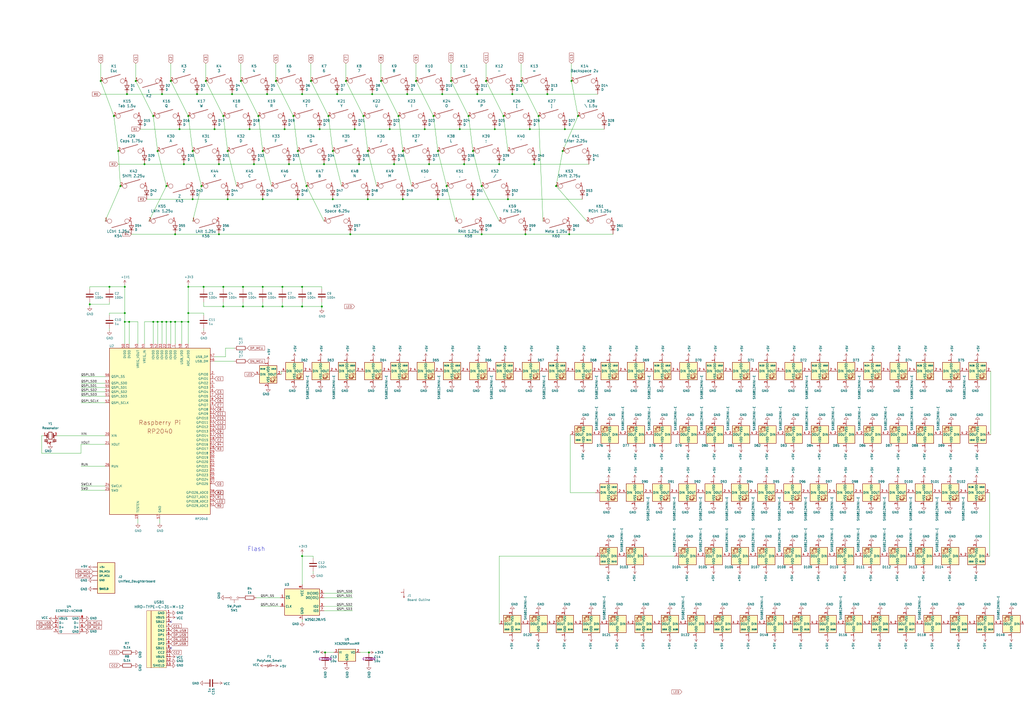
<source format=kicad_sch>
(kicad_sch (version 20230121) (generator eeschema)
  (paper "A2")
  (junction (at 251.46 67.31))
  (junction (at 172.72 87.63))
  (junction (at 193.04 115.57))
  (junction (at 331.47 46.99))
  (junction (at 205.74 74.93))
  (junction (at 287.02 74.93))
  (junction (at 63.5 166.37))
  (junction (at 193.04 87.63))
  (junction (at 132.08 115.57))
  (junction (at 74.93 186.69))
  (junction (at 99.06 46.99))
  (junction (at 106.68 95.25))
  (junction (at 279.4 135.89))
  (junction (at 109.22 166.37))
  (junction (at 96.52 107.95))
  (junction (at 152.4 177.8))
  (junction (at 109.22 186.69))
  (junction (at 66.04 67.31))
  (junction (at 83.82 95.25))
  (junction (at 175.26 54.61))
  (junction (at 91.44 186.69))
  (junction (at 186.69 177.8))
  (junction (at 149.86 67.31))
  (junction (at 188.595 378.46))
  (junction (at 124.46 74.93))
  (junction (at 147.32 95.25))
  (junction (at 281.94 46.99))
  (junction (at 195.58 54.61))
  (junction (at 52.07 176.53))
  (junction (at 200.66 46.99))
  (junction (at 152.4 166.37))
  (junction (at 78.74 46.99))
  (junction (at 327.66 74.93))
  (junction (at 220.98 46.99))
  (junction (at 152.4 87.63))
  (junction (at 140.97 177.8))
  (junction (at 274.32 115.57))
  (junction (at 228.6 95.25))
  (junction (at 88.9 67.31))
  (junction (at 109.22 67.31))
  (junction (at 292.1 67.31))
  (junction (at 233.68 115.57))
  (junction (at 109.22 181.61))
  (junction (at 330.2 135.89))
  (junction (at 274.32 87.63))
  (junction (at 175.26 177.8))
  (junction (at 335.28 67.31))
  (junction (at 203.2 135.89))
  (junction (at 307.34 74.93))
  (junction (at 304.8 135.89))
  (junction (at 297.18 54.61))
  (junction (at 213.995 378.46))
  (junction (at 294.64 115.57))
  (junction (at 231.14 67.31))
  (junction (at 127 95.25))
  (junction (at 114.3 54.61))
  (junction (at 241.3 46.99))
  (junction (at 226.06 74.93))
  (junction (at 322.58 107.95))
  (junction (at 72.39 186.69))
  (junction (at 152.4 115.57))
  (junction (at 213.36 87.63))
  (junction (at 118.11 166.37))
  (junction (at 289.56 95.25))
  (junction (at 175.26 166.37))
  (junction (at 111.76 87.63))
  (junction (at 317.5 54.61))
  (junction (at 101.6 186.69))
  (junction (at 140.97 166.37))
  (junction (at 175.26 322.58))
  (junction (at 213.36 115.57))
  (junction (at 104.14 74.93))
  (junction (at 233.68 87.63))
  (junction (at 105.41 186.69))
  (junction (at 91.44 87.63))
  (junction (at 129.54 177.8))
  (junction (at 172.72 115.57))
  (junction (at 96.52 186.69))
  (junction (at 254 115.57))
  (junction (at 177.8 107.95))
  (junction (at 134.62 54.61))
  (junction (at 208.28 95.25))
  (junction (at 144.78 74.93))
  (junction (at 163.83 166.37))
  (junction (at 185.42 74.93))
  (junction (at 180.34 46.99))
  (junction (at 210.82 67.31))
  (junction (at 248.92 95.25))
  (junction (at 259.08 107.95))
  (junction (at 72.39 166.37))
  (junction (at 312.42 67.31))
  (junction (at 58.42 46.99))
  (junction (at 269.24 95.25))
  (junction (at 73.66 54.61))
  (junction (at 261.62 46.99))
  (junction (at 119.38 46.99))
  (junction (at 132.08 87.63))
  (junction (at 129.54 166.37))
  (junction (at 167.64 95.25))
  (junction (at 68.58 87.63))
  (junction (at 88.9 186.69))
  (junction (at 309.88 95.25))
  (junction (at 271.78 67.31))
  (junction (at 246.38 74.93))
  (junction (at 170.18 67.31))
  (junction (at 139.7 46.99))
  (junction (at 111.76 115.57))
  (junction (at 190.5 67.31))
  (junction (at 160.02 46.99))
  (junction (at 69.85 107.95))
  (junction (at 101.6 135.89))
  (junction (at 127 135.89))
  (junction (at 236.22 54.61))
  (junction (at 256.54 54.61))
  (junction (at 93.98 186.69))
  (junction (at 93.98 54.61))
  (junction (at 163.83 177.8))
  (junction (at 116.84 107.95))
  (junction (at 215.9 54.61))
  (junction (at 187.96 95.25))
  (junction (at 302.26 46.99))
  (junction (at 99.06 186.69))
  (junction (at 254 87.63))
  (junction (at 129.54 67.31))
  (junction (at 154.94 54.61))
  (junction (at 326.39 87.63))
  (junction (at 276.86 54.61))
  (junction (at 72.39 181.61))
  (junction (at 266.7 74.93))
  (junction (at 279.4 107.95))
  (junction (at 165.1 74.93))
  (no_connect (at 99.06 375.92))
  (no_connect (at 99.06 360.68))
  (wire (pts (xy 314.96 128.27) (xy 312.42 67.31)))
  (wire (pts (xy 200.66 46.99) (xy 200.66 36.83)))
  (wire (pts (xy 60.96 281.94) (xy 46.99 281.94)))
  (wire (pts (xy 254 87.63) (xy 251.46 67.31)))
  (wire (pts (xy 132.08 115.57) (xy 152.4 115.57)))
  (wire (pts (xy 172.72 87.63) (xy 170.18 67.31)))
  (wire (pts (xy 60.96 252.73) (xy 33.02 252.73)))
  (wire (pts (xy 129.54 177.8) (xy 118.11 177.8)))
  (wire (pts (xy 74.93 199.39) (xy 74.93 186.69)))
  (wire (pts (xy 302.26 46.99) (xy 312.42 67.31)))
  (wire (pts (xy 80.01 300.99) (xy 80.01 303.53)))
  (wire (pts (xy 114.3 54.61) (xy 134.62 54.61)))
  (wire (pts (xy 160.02 46.99) (xy 160.02 36.83)))
  (wire (pts (xy 152.4 115.57) (xy 172.72 115.57)))
  (wire (pts (xy 109.22 67.31) (xy 111.76 87.63)))
  (wire (pts (xy 111.76 115.57) (xy 132.08 115.57)))
  (wire (pts (xy 149.86 67.31) (xy 152.4 87.63)))
  (wire (pts (xy 91.44 87.63) (xy 96.52 107.95)))
  (wire (pts (xy 137.16 107.95) (xy 132.08 87.63)))
  (wire (pts (xy 109.22 181.61) (xy 109.22 186.69)))
  (wire (pts (xy 152.4 167.64) (xy 152.4 166.37)))
  (wire (pts (xy 86.36 128.27) (xy 96.52 107.95)))
  (wire (pts (xy 63.5 181.61) (xy 72.39 181.61)))
  (wire (pts (xy 152.4 166.37) (xy 163.83 166.37)))
  (wire (pts (xy 96.52 186.69) (xy 99.06 186.69)))
  (wire (pts (xy 80.01 186.69) (xy 74.93 186.69)))
  (wire (pts (xy 180.34 36.83) (xy 180.34 46.99)))
  (wire (pts (xy 335.28 67.31) (xy 326.39 87.63)))
  (wire (pts (xy 375.92 322.58) (xy 391.16 322.58)))
  (wire (pts (xy 281.94 46.99) (xy 281.94 36.83)))
  (wire (pts (xy 186.69 167.64) (xy 186.69 166.37)))
  (wire (pts (xy 187.96 346.71) (xy 204.47 346.71)))
  (wire (pts (xy 281.94 46.99) (xy 292.1 67.31)))
  (wire (pts (xy 109.22 166.37) (xy 109.22 181.61)))
  (wire (pts (xy 124.46 74.93) (xy 144.78 74.93)))
  (wire (pts (xy 46.99 224.79) (xy 60.96 224.79)))
  (wire (pts (xy 327.66 74.93) (xy 350.52 74.93)))
  (wire (pts (xy 330.835 285.75) (xy 330.835 252.095)))
  (wire (pts (xy 140.97 177.8) (xy 129.54 177.8)))
  (wire (pts (xy 58.42 54.61) (xy 73.66 54.61)))
  (wire (pts (xy 99.06 36.83) (xy 99.06 46.99)))
  (wire (pts (xy 181.61 323.85) (xy 181.61 322.58)))
  (wire (pts (xy 238.76 107.95) (xy 233.68 87.63)))
  (wire (pts (xy 111.76 87.63) (xy 116.84 107.95)))
  (wire (pts (xy 78.74 46.99) (xy 88.9 67.31)))
  (wire (pts (xy 163.83 167.64) (xy 163.83 166.37)))
  (wire (pts (xy 254 115.57) (xy 274.32 115.57)))
  (wire (pts (xy 81.28 74.93) (xy 104.14 74.93)))
  (wire (pts (xy 60.96 233.68) (xy 46.99 233.68)))
  (wire (pts (xy 101.6 135.89) (xy 127 135.89)))
  (wire (pts (xy 24.13 262.89) (xy 46.99 262.89)))
  (wire (pts (xy 187.96 128.27) (xy 177.8 107.95)))
  (wire (pts (xy 251.46 67.31) (xy 241.3 46.99)))
  (wire (pts (xy 326.39 87.63) (xy 322.58 107.95)))
  (wire (pts (xy 124.46 209.55) (xy 135.89 209.55)))
  (wire (pts (xy 25.4 252.73) (xy 24.13 252.73)))
  (wire (pts (xy 254 87.63) (xy 259.08 107.95)))
  (wire (pts (xy 322.58 107.95) (xy 340.36 128.27)))
  (wire (pts (xy 52.07 166.37) (xy 63.5 166.37)))
  (wire (pts (xy 152.4 87.63) (xy 157.48 107.95)))
  (wire (pts (xy 88.9 186.69) (xy 91.44 186.69)))
  (wire (pts (xy 118.11 190.5) (xy 118.11 191.77)))
  (wire (pts (xy 101.6 186.69) (xy 101.6 199.39)))
  (wire (pts (xy 274.32 87.63) (xy 279.4 107.95)))
  (wire (pts (xy 213.36 115.57) (xy 233.68 115.57)))
  (wire (pts (xy 91.44 87.63) (xy 88.9 67.31)))
  (wire (pts (xy 118.11 175.26) (xy 118.11 177.8)))
  (wire (pts (xy 193.04 87.63) (xy 198.12 107.95)))
  (wire (pts (xy 60.96 257.81) (xy 46.99 257.81)))
  (wire (pts (xy 91.44 186.69) (xy 93.98 186.69)))
  (wire (pts (xy 205.74 74.93) (xy 226.06 74.93)))
  (wire (pts (xy 130.81 201.93) (xy 135.89 201.93)))
  (wire (pts (xy 574.675 215.265) (xy 574.675 252.095)))
  (wire (pts (xy 152.4 177.8) (xy 140.97 177.8)))
  (wire (pts (xy 185.42 74.93) (xy 205.74 74.93)))
  (wire (pts (xy 140.97 166.37) (xy 152.4 166.37)))
  (wire (pts (xy 60.96 270.51) (xy 46.99 270.51)))
  (wire (pts (xy 127 95.25) (xy 147.32 95.25)))
  (wire (pts (xy 93.98 186.69) (xy 96.52 186.69)))
  (wire (pts (xy 208.28 95.25) (xy 228.6 95.25)))
  (wire (pts (xy 66.04 67.31) (xy 68.58 87.63)))
  (wire (pts (xy 163.195 215.265) (xy 163.195 217.17)))
  (wire (pts (xy 118.11 167.64) (xy 118.11 166.37)))
  (wire (pts (xy 129.54 67.31) (xy 132.08 87.63)))
  (wire (pts (xy 139.7 36.83) (xy 139.7 46.99)))
  (wire (pts (xy 307.34 74.93) (xy 327.66 74.93)))
  (wire (pts (xy 52.07 175.26) (xy 52.07 176.53)))
  (wire (pts (xy 266.7 74.93) (xy 287.02 74.93)))
  (wire (pts (xy 172.72 115.57) (xy 193.04 115.57)))
  (wire (pts (xy 68.58 95.25) (xy 83.82 95.25)))
  (wire (pts (xy 165.1 74.93) (xy 185.42 74.93)))
  (wire (pts (xy 208.915 378.46) (xy 213.995 378.46)))
  (wire (pts (xy 175.26 166.37) (xy 186.69 166.37)))
  (wire (pts (xy 246.38 74.93) (xy 266.7 74.93)))
  (wire (pts (xy 93.98 54.61) (xy 114.3 54.61)))
  (wire (pts (xy 72.39 166.37) (xy 72.39 181.61)))
  (wire (pts (xy 152.4 175.26) (xy 152.4 177.8)))
  (wire (pts (xy 104.14 74.93) (xy 124.46 74.93)))
  (wire (pts (xy 63.5 182.88) (xy 63.5 181.61)))
  (wire (pts (xy 177.8 107.95) (xy 172.72 87.63)))
  (wire (pts (xy 241.3 46.99) (xy 241.3 36.83)))
  (wire (pts (xy 73.66 54.61) (xy 93.98 54.61)))
  (wire (pts (xy 154.94 54.61) (xy 175.26 54.61)))
  (wire (pts (xy 190.5 67.31) (xy 193.04 87.63)))
  (wire (pts (xy 170.18 67.31) (xy 160.02 46.99)))
  (wire (pts (xy 52.07 176.53) (xy 63.5 176.53)))
  (wire (pts (xy 83.82 186.69) (xy 88.9 186.69)))
  (wire (pts (xy 140.97 167.64) (xy 140.97 166.37)))
  (wire (pts (xy 63.5 176.53) (xy 63.5 175.26)))
  (wire (pts (xy 175.26 175.26) (xy 175.26 177.8)))
  (wire (pts (xy 147.32 95.25) (xy 167.64 95.25)))
  (wire (pts (xy 287.02 74.93) (xy 307.34 74.93)))
  (wire (pts (xy 46.99 227.33) (xy 60.96 227.33)))
  (wire (pts (xy 63.5 190.5) (xy 63.5 191.77)))
  (wire (pts (xy 99.06 199.39) (xy 99.06 186.69)))
  (wire (pts (xy 101.6 186.69) (xy 105.41 186.69)))
  (wire (pts (xy 261.62 36.83) (xy 261.62 46.99)))
  (wire (pts (xy 195.58 54.61) (xy 215.9 54.61)))
  (wire (pts (xy 218.44 107.95) (xy 213.36 87.63)))
  (wire (pts (xy 118.11 166.37) (xy 129.54 166.37)))
  (wire (pts (xy 46.99 262.89) (xy 46.99 257.81)))
  (wire (pts (xy 180.34 46.99) (xy 190.5 67.31)))
  (wire (pts (xy 317.5 54.61) (xy 346.71 54.61)))
  (wire (pts (xy 78.74 46.99) (xy 78.74 36.83)))
  (wire (pts (xy 99.06 186.69) (xy 101.6 186.69)))
  (wire (pts (xy 276.86 54.61) (xy 297.18 54.61)))
  (wire (pts (xy 289.56 95.25) (xy 309.88 95.25)))
  (wire (pts (xy 187.96 351.79) (xy 204.47 351.79)))
  (wire (pts (xy 72.39 186.69) (xy 72.39 199.39)))
  (wire (pts (xy 231.14 67.31) (xy 233.68 87.63)))
  (wire (pts (xy 186.69 175.26) (xy 186.69 177.8)))
  (wire (pts (xy 118.11 182.88) (xy 118.11 181.61)))
  (wire (pts (xy 129.54 67.31) (xy 119.38 46.99)))
  (wire (pts (xy 140.97 175.26) (xy 140.97 177.8)))
  (wire (pts (xy 116.84 107.95) (xy 111.76 128.27)))
  (wire (pts (xy 105.41 199.39) (xy 105.41 186.69)))
  (wire (pts (xy 24.13 252.73) (xy 24.13 262.89)))
  (wire (pts (xy 109.22 186.69) (xy 109.22 199.39)))
  (wire (pts (xy 289.56 128.27) (xy 279.4 107.95)))
  (wire (pts (xy 46.99 222.25) (xy 60.96 222.25)))
  (wire (pts (xy 52.07 167.64) (xy 52.07 166.37)))
  (wire (pts (xy 187.96 344.17) (xy 204.47 344.17)))
  (wire (pts (xy 124.46 207.01) (xy 130.81 207.01)))
  (wire (pts (xy 186.69 177.8) (xy 186.69 179.07)))
  (wire (pts (xy 74.93 186.69) (xy 72.39 186.69)))
  (wire (pts (xy 129.54 166.37) (xy 140.97 166.37)))
  (wire (pts (xy 93.98 199.39) (xy 93.98 186.69)))
  (wire (pts (xy 58.42 46.99) (xy 66.04 67.31)))
  (wire (pts (xy 68.58 87.63) (xy 69.85 107.95)))
  (wire (pts (xy 151.13 351.79) (xy 162.56 351.79)))
  (wire (pts (xy 330.2 135.89) (xy 355.6 135.89)))
  (wire (pts (xy 52.07 176.53) (xy 52.07 177.8)))
  (wire (pts (xy 175.26 177.8) (xy 186.69 177.8)))
  (wire (pts (xy 181.61 331.47) (xy 181.61 332.74)))
  (wire (pts (xy 210.82 67.31) (xy 213.36 87.63)))
  (wire (pts (xy 91.44 199.39) (xy 91.44 186.69)))
  (wire (pts (xy 200.66 46.99) (xy 210.82 67.31)))
  (wire (pts (xy 109.22 166.37) (xy 118.11 166.37)))
  (wire (pts (xy 304.8 135.89) (xy 330.2 135.89)))
  (wire (pts (xy 175.26 54.61) (xy 195.58 54.61)))
  (wire (pts (xy 96.52 199.39) (xy 96.52 186.69)))
  (wire (pts (xy 215.9 54.61) (xy 236.22 54.61)))
  (wire (pts (xy 187.96 95.25) (xy 208.28 95.25)))
  (wire (pts (xy 193.04 115.57) (xy 213.36 115.57)))
  (wire (pts (xy 163.83 175.26) (xy 163.83 177.8)))
  (wire (pts (xy 148.59 346.71) (xy 162.56 346.71)))
  (wire (pts (xy 331.47 46.99) (xy 335.28 67.31)))
  (wire (pts (xy 106.68 95.25) (xy 127 95.25)))
  (wire (pts (xy 88.9 199.39) (xy 88.9 186.69)))
  (wire (pts (xy 72.39 181.61) (xy 72.39 186.69)))
  (wire (pts (xy 236.22 54.61) (xy 256.54 54.61)))
  (wire (pts (xy 60.96 284.48) (xy 46.99 284.48)))
  (wire (pts (xy 297.18 54.61) (xy 317.5 54.61)))
  (wire (pts (xy 226.06 74.93) (xy 246.38 74.93)))
  (wire (pts (xy 60.96 218.44) (xy 46.99 218.44)))
  (wire (pts (xy 129.54 175.26) (xy 129.54 177.8)))
  (wire (pts (xy 92.71 300.99) (xy 92.71 303.53)))
  (wire (pts (xy 175.26 167.64) (xy 175.26 166.37)))
  (wire (pts (xy 331.47 46.99) (xy 331.47 36.83)))
  (wire (pts (xy 193.675 378.46) (xy 188.595 378.46)))
  (wire (pts (xy 289.56 322.58) (xy 345.44 322.58)))
  (wire (pts (xy 181.61 322.58) (xy 175.26 322.58)))
  (wire (pts (xy 63.5 167.64) (xy 63.5 166.37)))
  (wire (pts (xy 233.68 115.57) (xy 254 115.57)))
  (wire (pts (xy 187.96 354.33) (xy 204.47 354.33)))
  (wire (pts (xy 130.81 201.93) (xy 130.81 207.01)))
  (wire (pts (xy 119.38 46.99) (xy 119.38 36.83)))
  (wire (pts (xy 163.83 166.37) (xy 175.26 166.37)))
  (wire (pts (xy 294.64 115.57) (xy 337.82 115.57)))
  (wire (pts (xy 289.56 361.95) (xy 289.56 322.58)))
  (wire (pts (xy 109.22 181.61) (xy 118.11 181.61)))
  (wire (pts (xy 345.44 285.75) (xy 330.835 285.75)))
  (wire (pts (xy 574.04 285.75) (xy 574.04 322.58)))
  (wire (pts (xy 292.1 67.31) (xy 294.64 87.63)))
  (wire (pts (xy 279.4 135.89) (xy 304.8 135.89)))
  (wire (pts (xy 46.99 229.87) (xy 60.96 229.87)))
  (wire (pts (xy 274.32 115.57) (xy 294.64 115.57)))
  (wire (pts (xy 58.42 36.83) (xy 58.42 46.99)))
  (wire (pts (xy 72.39 165.1) (xy 72.39 166.37)))
  (wire (pts (xy 69.85 107.95) (xy 60.96 128.27)))
  (wire (pts (xy 220.98 36.83) (xy 220.98 46.99)))
  (wire (pts (xy 175.26 177.8) (xy 163.83 177.8)))
  (wire (pts (xy 129.54 167.64) (xy 129.54 166.37)))
  (wire (pts (xy 203.2 135.89) (xy 279.4 135.89)))
  (wire (pts (xy 261.62 46.99) (xy 271.78 67.31)))
  (wire (pts (xy 105.41 186.69) (xy 109.22 186.69)))
  (wire (pts (xy 309.88 95.25) (xy 341.63 95.25)))
  (wire (pts (xy 134.62 54.61) (xy 154.94 54.61)))
  (wire (pts (xy 80.01 199.39) (xy 80.01 186.69)))
  (wire (pts (xy 109.22 165.1) (xy 109.22 166.37)))
  (wire (pts (xy 248.92 95.25) (xy 269.24 95.25)))
  (wire (pts (xy 228.6 95.25) (xy 248.92 95.25)))
  (wire (pts (xy 139.7 46.99) (xy 149.86 67.31)))
  (wire (pts (xy 127 135.89) (xy 203.2 135.89)))
  (wire (pts (xy 264.16 128.27) (xy 259.08 107.95)))
  (wire (pts (xy 63.5 166.37) (xy 72.39 166.37)))
  (wire (pts (xy 167.64 95.25) (xy 187.96 95.25)))
  (wire (pts (xy 220.98 46.99) (xy 231.14 67.31)))
  (wire (pts (xy 76.2 135.89) (xy 101.6 135.89)))
  (wire (pts (xy 85.09 115.57) (xy 111.76 115.57)))
  (wire (pts (xy 83.82 95.25) (xy 106.68 95.25)))
  (wire (pts (xy 175.26 359.41) (xy 175.26 360.68)))
  (wire (pts (xy 269.24 95.25) (xy 289.56 95.25)))
  (wire (pts (xy 302.26 36.83) (xy 302.26 46.99)))
  (wire (pts (xy 256.54 54.61) (xy 276.86 54.61)))
  (wire (pts (xy 144.78 74.93) (xy 165.1 74.93)))
  (wire (pts (xy 163.83 177.8) (xy 152.4 177.8)))
  (wire (pts (xy 271.78 67.31) (xy 274.32 87.63)))
  (wire (pts (xy 175.26 322.58) (xy 175.26 339.09)))
  (wire (pts (xy 175.26 321.31) (xy 175.26 322.58)))
  (wire (pts (xy 83.82 199.39) (xy 83.82 186.69)))
  (wire (pts (xy 99.06 46.99) (xy 109.22 67.31)))
  (text "Flash" (at 143.51 320.04 0) (effects (font (size 2.54 2.54)) (justify left bottom)))
  (label "QSPI_SCLK" (at 46.99 233.68 0))
  (label "QSPI_SS" (at 46.99 218.44 0))
  (label "RUN" (at 46.99 270.51 0))
  (label "SWD" (at 46.99 284.48 0))
  (label "QSPI_SD1" (at 46.99 224.79 0))
  (label "QSPI_SD3" (at 46.99 229.87 0))
  (label "SWCLK" (at 46.99 281.94 0))
  (label "QSPI_SCLK" (at 151.13 351.79 0))
  (label "QSPI_SD3" (at 204.47 354.33 180))
  (label "XIN" (at 46.99 252.73 0))
  (label "QSPI_SD2" (at 46.99 227.33 0))
  (label "QSPI_SD2" (at 204.47 351.79 180))
  (label "QSPI_SD0" (at 46.99 222.25 0))
  (label "XOUT" (at 46.99 257.81 0))
  (label "QSPI_SD1" (at 204.47 346.71 180))
  (label "QSPI_SS" (at 151.13 346.71 0))
  (label "QSPI_SD0" (at 204.47 344.17 180))
  (global_label "C6" (shape input) (at 124.46 232.41 0) (property "Intersheetrefs" "${INTERSHEET_REFS}" (effects hide)))
  (global_label "C13" (shape input) (at 331.47 36.83 90) (property "Intersheetrefs" "${INTERSHEET_REFS}" (effects hide)))
  (global_label "C3" (shape input) (at 124.46 227.33 0) (property "Intersheetrefs" "${INTERSHEET_REFS}" (effects hide)))
  (global_label "C1" (shape input) (at 78.74 36.83 90) (property "Intersheetrefs" "${INTERSHEET_REFS}" (effects hide)))
  (global_label "R4" (shape input) (at 76.2 135.89 180) (property "Intersheetrefs" "${INTERSHEET_REFS}" (effects hide)))
  (global_label "DP_USB" (shape input) (at 99.06 373.38 0) (property "Intersheetrefs" "${INTERSHEET_REFS}" (effects hide)))
  (global_label "R1" (shape input) (at 81.28 74.93 180) (property "Intersheetrefs" "${INTERSHEET_REFS}" (effects hide)))
  (global_label "C12" (shape input) (at 124.46 245.11 0) (property "Intersheetrefs" "${INTERSHEET_REFS}" (effects hide)))
  (global_label "C2" (shape input) (at 124.46 255.27 0) (property "Intersheetrefs" "${INTERSHEET_REFS}" (effects hide)))
  (global_label "R3" (shape input) (at 85.09 115.57 180) (property "Intersheetrefs" "${INTERSHEET_REFS}" (effects hide)))
  (global_label "C12" (shape input) (at 302.26 36.83 90) (property "Intersheetrefs" "${INTERSHEET_REFS}" (effects hide)))
  (global_label "C7" (shape input) (at 200.66 36.83 90) (property "Intersheetrefs" "${INTERSHEET_REFS}" (effects hide)))
  (global_label "R4" (shape input) (at 124.46 257.81 0) (property "Intersheetrefs" "${INTERSHEET_REFS}" (effects hide)))
  (global_label "C0" (shape input) (at 124.46 280.67 0) (property "Intersheetrefs" "${INTERSHEET_REFS}" (effects hide)))
  (global_label "R0" (shape input) (at 58.42 54.61 180) (property "Intersheetrefs" "${INTERSHEET_REFS}" (effects hide)))
  (global_label "DP_MCU" (shape input) (at 48.895 363.855 0) (property "Intersheetrefs" "${INTERSHEET_REFS}" (effects hide)))
  (global_label "DN_USB" (shape input) (at 99.06 370.84 0) (property "Intersheetrefs" "${INTERSHEET_REFS}" (effects hide)))
  (global_label "C5" (shape input) (at 124.46 252.73 0) (property "Intersheetrefs" "${INTERSHEET_REFS}" (effects hide)))
  (global_label "DP_MCU" (shape input) (at 53.975 334.01 180) (property "Intersheetrefs" "${INTERSHEET_REFS}" (effects hide)))
  (global_label "LED" (shape input) (at 395.605 401.32 180) (property "Intersheetrefs" "${INTERSHEET_REFS}" (effects hide)))
  (global_label "LED" (shape input) (at 205.74 177.8 180) (property "Intersheetrefs" "${INTERSHEET_REFS}" (effects hide)))
  (global_label "R2" (shape input) (at 68.58 95.25 180) (property "Intersheetrefs" "${INTERSHEET_REFS}" (effects hide)))
  (global_label "CC1" (shape input) (at 99.06 363.22 0) (property "Intersheetrefs" "${INTERSHEET_REFS}" (effects hide)))
  (global_label "C4" (shape input) (at 124.46 229.87 0) (property "Intersheetrefs" "${INTERSHEET_REFS}" (effects hide)))
  (global_label "C8" (shape input) (at 220.98 36.83 90) (property "Intersheetrefs" "${INTERSHEET_REFS}" (effects hide)))
  (global_label "C13" (shape input) (at 124.46 242.57 0) (property "Intersheetrefs" "${INTERSHEET_REFS}" (effects hide)))
  (global_label "CC2" (shape input) (at 69.85 386.08 180) (property "Intersheetrefs" "${INTERSHEET_REFS}" (effects hide)))
  (global_label "C8" (shape input) (at 124.46 237.49 0) (property "Intersheetrefs" "${INTERSHEET_REFS}" (effects hide)))
  (global_label "C7" (shape input) (at 124.46 234.95 0) (property "Intersheetrefs" "${INTERSHEET_REFS}" (effects hide)))
  (global_label "DN_MCU" (shape input) (at 48.895 361.315 0) (property "Intersheetrefs" "${INTERSHEET_REFS}" (effects hide)))
  (global_label "R1" (shape input) (at 124.46 288.29 0) (property "Intersheetrefs" "${INTERSHEET_REFS}" (effects hide)))
  (global_label "DN_USB" (shape input) (at 99.06 365.76 0) (property "Intersheetrefs" "${INTERSHEET_REFS}" (effects hide)))
  (global_label "C10" (shape input) (at 124.46 247.65 0) (property "Intersheetrefs" "${INTERSHEET_REFS}" (effects hide)))
  (global_label "C3" (shape input) (at 119.38 36.83 90) (property "Intersheetrefs" "${INTERSHEET_REFS}" (effects hide)))
  (global_label "CC1" (shape input) (at 69.85 378.46 180) (property "Intersheetrefs" "${INTERSHEET_REFS}" (effects hide)))
  (global_label "C5" (shape input) (at 160.02 36.83 90) (property "Intersheetrefs" "${INTERSHEET_REFS}" (effects hide)))
  (global_label "DP_USB" (shape input) (at 99.06 368.3 0) (property "Intersheetrefs" "${INTERSHEET_REFS}" (effects hide)))
  (global_label "C4" (shape input) (at 139.7 36.83 90) (property "Intersheetrefs" "${INTERSHEET_REFS}" (effects hide)))
  (global_label "C10" (shape input) (at 261.62 36.83 90) (property "Intersheetrefs" "${INTERSHEET_REFS}" (effects hide)))
  (global_label "LED" (shape input) (at 147.955 217.17 180) (property "Intersheetrefs" "${INTERSHEET_REFS}" (effects hide)))
  (global_label "C9" (shape input) (at 124.46 250.19 0) (property "Intersheetrefs" "${INTERSHEET_REFS}" (effects hide)))
  (global_label "R3" (shape input) (at 124.46 260.35 0) (property "Intersheetrefs" "${INTERSHEET_REFS}" (effects hide)))
  (global_label "DN_USB" (shape input) (at 31.115 361.315 180) (property "Intersheetrefs" "${INTERSHEET_REFS}" (effects hide)))
  (global_label "LED" (shape input) (at 124.46 290.83 0) (property "Intersheetrefs" "${INTERSHEET_REFS}" (effects hide)))
  (global_label "C2" (shape input) (at 99.06 36.83 90) (property "Intersheetrefs" "${INTERSHEET_REFS}" (effects hide)))
  (global_label "DP_USB" (shape input) (at 31.115 363.855 180) (property "Intersheetrefs" "${INTERSHEET_REFS}" (effects hide)))
  (global_label "C11" (shape input) (at 281.94 36.83 90) (property "Intersheetrefs" "${INTERSHEET_REFS}" (effects hide)))
  (global_label "C1" (shape input) (at 124.46 219.71 0) (property "Intersheetrefs" "${INTERSHEET_REFS}" (effects hide)))
  (global_label "CC2" (shape input) (at 99.06 378.46 0) (property "Intersheetrefs" "${INTERSHEET_REFS}" (effects hide)))
  (global_label "DP_MCU" (shape input) (at 143.51 201.93 0) (property "Intersheetrefs" "${INTERSHEET_REFS}" (effects hide)))
  (global_label "DN_MCU" (shape input) (at 143.51 209.55 0) (property "Intersheetrefs" "${INTERSHEET_REFS}" (effects hide)))
  (global_label "C6" (shape input) (at 180.34 36.83 90) (property "Intersheetrefs" "${INTERSHEET_REFS}" (effects hide)))
  (global_label "R2" (shape input) (at 124.46 285.75 0) (property "Intersheetrefs" "${INTERSHEET_REFS}" (effects hide)))
  (global_label "C0" (shape input) (at 58.42 36.83 90) (property "Intersheetrefs" "${INTERSHEET_REFS}" (effects hide)))
  (global_label "DN_MCU" (shape input) (at 53.975 331.47 180) (property "Intersheetrefs" "${INTERSHEET_REFS}" (effects hide)))
  (global_label "R2" (shape input) (at 124.46 285.75 0) (property "Intersheetrefs" "${INTERSHEET_REFS}" (effects hide)))
  (global_label "C11" (shape input) (at 124.46 240.03 0) (property "Intersheetrefs" "${INTERSHEET_REFS}" (effects hide)))
  (global_label "R0" (shape input) (at 124.46 293.37 0) (property "Intersheetrefs" "${INTERSHEET_REFS}" (effects hide)))
  (global_label "C9" (shape input) (at 241.3 36.83 90) (property "Intersheetrefs" "${INTERSHEET_REFS}" (effects hide)))
  (symbol (lib_id "keebio:HRO-TYPE-C-31-M-12") (at 96.52 369.57 0) (unit 1)
    (property "Reference" "USB1" (at 92.2782 349.3262 0) (effects (font (size 1.524 1.524))))
    (property "Value" "HRO-TYPE-C-31-M-12" (at 92.2782 352.0186 0) (effects (font (size 1.524 1.524))))
    (property "Footprint" "1up_keyboards_footprints:usb_c_production" (effects hide))
  )
  (symbol (lib_id "power:GND") (at 99.06 355.6 90) (unit 1)
    (property "Reference" "#PWR0138" (effects hide))
    (property "Value" "GND" (at 102.3112 355.473 90) (effects (justify right)))
  )
  (symbol (lib_id "power:GND") (at 99.06 383.54 90) (unit 1)
    (property "Reference" "#PWR0151" (effects hide))
    (property "Value" "GND" (at 102.3112 383.413 90) (effects (justify right)))
  )
  (symbol (lib_id "power:GND") (at 99.06 386.08 90) (unit 1)
    (property "Reference" "#PWR0154" (effects hide))
    (property "Value" "GND" (at 102.3112 385.953 90) (effects (justify right)))
  )
  (symbol (lib_id "power:GND") (at 48.895 366.395 90) (unit 1)
    (property "Reference" "#PWR0143" (effects hide))
    (property "Value" "GND" (at 52.1462 366.268 90) (effects (justify right)))
  )
  (symbol (lib_id "Device:Polyfuse_Small") (at 156.21 386.08 270) (unit 1)
    (property "Reference" "F1" (at 156.21 380.873 90))
    (property "Value" "Polyfuse_Small" (at 156.21 383.1844 90))
    (property "Footprint" "1up_keyboards_footprints:fuse_production" (effects hide))
  )
  (symbol (lib_id "power:VCC") (at 99.06 358.14 270) (unit 1)
    (property "Reference" "#PWR0139" (effects hide))
    (property "Value" "VCC" (at 102.3112 358.521 90) (effects (justify left)))
  )
  (symbol (lib_id "power:VCC") (at 99.06 381 270) (unit 1)
    (property "Reference" "#PWR0149" (effects hide))
    (property "Value" "VCC" (at 102.3112 381.381 90) (effects (justify left)))
  )
  (symbol (lib_id "power:VCC") (at 153.67 386.08 90) (unit 1)
    (property "Reference" "#PWR0155" (effects hide))
    (property "Value" "VCC" (at 150.4442 385.699 90) (effects (justify left)))
  )
  (symbol (lib_id "power:+5V") (at 158.75 386.08 270) (unit 1)
    (property "Reference" "#PWR0156" (effects hide))
    (property "Value" "+5V" (at 162.0012 386.461 90) (effects (justify left)))
  )
  (symbol (lib_id "power:VCC") (at 31.115 358.775 90) (unit 1)
    (property "Reference" "#PWR0140" (effects hide))
    (property "Value" "VCC" (at 27.8638 358.394 90) (effects (justify left)))
  )
  (symbol (lib_id "HSE-rescue:KEYSW-keyboard_parts") (at 66.04 46.99 0) (unit 1)
    (property "Reference" "K1" (at 66.04 38.3794 0) (effects (font (size 1.524 1.524))))
    (property "Value" "Esc" (at 66.04 41.0718 0) (effects (font (size 1.524 1.524))))
    (property "Footprint" "1up_keyboards_footprints:MXOnly-1U-Hotswap_no_silk_screen" (effects hide))
  )
  (symbol (lib_id "HSE-rescue:KEYSW-keyboard_parts") (at 86.36 46.99 180) (unit 1)
    (property "Reference" "K2" (at 86.36 55.6006 0) (effects (font (size 1.524 1.524))))
    (property "Value" "1" (at 86.36 52.9082 0) (effects (font (size 1.524 1.524))))
    (property "Footprint" "1up_keyboards_footprints:MXOnly-1U-Hotswap_no_silk_screen" (effects hide))
  )
  (symbol (lib_id "HSE-rescue:KEYSW-keyboard_parts") (at 106.68 46.99 0) (unit 1)
    (property "Reference" "K3" (at 106.68 38.3794 0) (effects (font (size 1.524 1.524))))
    (property "Value" "2" (at 106.68 41.0718 0) (effects (font (size 1.524 1.524))))
    (property "Footprint" "1up_keyboards_footprints:MXOnly-1U-Hotswap_no_silk_screen" (effects hide))
  )
  (symbol (lib_id "HSE-rescue:KEYSW-keyboard_parts") (at 127 46.99 0) (unit 1)
    (property "Reference" "K4" (at 127 38.3794 0) (effects (font (size 1.524 1.524))))
    (property "Value" "3" (at 127 41.0718 0) (effects (font (size 1.524 1.524))))
    (property "Footprint" "1up_keyboards_footprints:MXOnly-1U-Hotswap_no_silk_screen" (effects hide))
  )
  (symbol (lib_id "HSE-rescue:KEYSW-keyboard_parts") (at 147.32 46.99 0) (unit 1)
    (property "Reference" "K5" (at 147.32 38.3794 0) (effects (font (size 1.524 1.524))))
    (property "Value" "4" (at 147.32 41.0718 0) (effects (font (size 1.524 1.524))))
    (property "Footprint" "1up_keyboards_footprints:MXOnly-1U-Hotswap_no_silk_screen" (effects hide))
  )
  (symbol (lib_id "HSE-rescue:KEYSW-keyboard_parts") (at 167.64 46.99 0) (unit 1)
    (property "Reference" "K6" (at 167.64 38.3794 0) (effects (font (size 1.524 1.524))))
    (property "Value" "5" (at 167.64 41.0718 0) (effects (font (size 1.524 1.524))))
    (property "Footprint" "1up_keyboards_footprints:MXOnly-1U-Hotswap_no_silk_screen" (effects hide))
  )
  (symbol (lib_id "HSE-rescue:KEYSW-keyboard_parts") (at 187.96 46.99 0) (unit 1)
    (property "Reference" "K7" (at 187.96 38.3794 0) (effects (font (size 1.524 1.524))))
    (property "Value" "6" (at 187.96 41.0718 0) (effects (font (size 1.524 1.524))))
    (property "Footprint" "1up_keyboards_footprints:MXOnly-1U-Hotswap_no_silk_screen" (effects hide))
  )
  (symbol (lib_id "HSE-rescue:KEYSW-keyboard_parts") (at 208.28 46.99 0) (unit 1)
    (property "Reference" "K8" (at 208.28 38.3794 0) (effects (font (size 1.524 1.524))))
    (property "Value" "7" (at 208.28 41.0718 0) (effects (font (size 1.524 1.524))))
    (property "Footprint" "1up_keyboards_footprints:MXOnly-1U-Hotswap_no_silk_screen" (effects hide))
  )
  (symbol (lib_id "HSE-rescue:KEYSW-keyboard_parts") (at 228.6 46.99 0) (unit 1)
    (property "Reference" "K9" (at 228.6 38.3794 0) (effects (font (size 1.524 1.524))))
    (property "Value" "8" (at 228.6 41.0718 0) (effects (font (size 1.524 1.524))))
    (property "Footprint" "1up_keyboards_footprints:MXOnly-1U-Hotswap_no_silk_screen" (effects hide))
  )
  (symbol (lib_id "Switch:SW_Push") (at 135.89 346.71 180) (unit 1)
    (property "Reference" "SW1" (at 135.89 353.949 0))
    (property "Value" "SW_Push" (at 135.89 351.6376 0))
    (property "Footprint" "1up_keyboards_footprints:reset_switch_TL3342_production" (effects hide))
  )
  (symbol (lib_id "HSE-rescue:KEYSW-keyboard_parts") (at 248.92 46.99 0) (unit 1)
    (property "Reference" "K10" (at 248.92 38.3794 0) (effects (font (size 1.524 1.524))))
    (property "Value" "9" (at 248.92 41.0718 0) (effects (font (size 1.524 1.524))))
    (property "Footprint" "1up_keyboards_footprints:MXOnly-1U-Hotswap_no_silk_screen" (effects hide))
  )
  (symbol (lib_id "HSE-rescue:KEYSW-keyboard_parts") (at 269.24 46.99 0) (unit 1)
    (property "Reference" "K11" (at 269.24 38.3794 0) (effects (font (size 1.524 1.524))))
    (property "Value" "0" (at 269.24 41.0718 0) (effects (font (size 1.524 1.524))))
    (property "Footprint" "1up_keyboards_footprints:MXOnly-1U-Hotswap_no_silk_screen" (effects hide))
  )
  (symbol (lib_id "Device:R") (at 73.66 386.08 270) (unit 1)
    (property "Reference" "R8" (at 73.66 380.8222 90))
    (property "Value" "5.1k" (at 73.66 383.1336 90))
    (property "Footprint" "1up_keyboards_footprints:cap_0402_production" (effects hide))
  )
  (symbol (lib_id "Device:R") (at 73.66 378.46 270) (unit 1)
    (property "Reference" "R7" (at 73.66 373.2022 90))
    (property "Value" "5.1k" (at 73.66 375.5136 90))
    (property "Footprint" "1up_keyboards_footprints:cap_0402_production" (effects hide))
  )
  (symbol (lib_id "power:GND") (at 77.47 378.46 90) (unit 1)
    (property "Reference" "#PWR0146" (effects hide))
    (property "Value" "GND" (at 81.28 379.73 0))
  )
  (symbol (lib_id "power:GND") (at 77.47 386.08 90) (unit 1)
    (property "Reference" "#PWR0153" (effects hide))
    (property "Value" "GND" (at 81.28 387.35 0))
  )
  (symbol (lib_id "HSE-rescue:KEYSW-keyboard_parts") (at 289.56 46.99 0) (unit 1)
    (property "Reference" "K12" (at 289.56 38.3794 0) (effects (font (size 1.524 1.524))))
    (property "Value" "-" (at 289.56 41.0718 0) (effects (font (size 1.524 1.524))))
    (property "Footprint" "1up_keyboards_footprints:MXOnly-1U-Hotswap_no_silk_screen" (effects hide))
  )
  (symbol (lib_id "HSE-rescue:KEYSW-keyboard_parts") (at 309.88 46.99 0) (unit 1)
    (property "Reference" "K13" (at 309.88 38.3794 0) (effects (font (size 1.524 1.524))))
    (property "Value" "=" (at 309.88 41.0718 0) (effects (font (size 1.524 1.524))))
    (property "Footprint" "1up_keyboards_footprints:MXOnly-1U-Hotswap_no_silk_screen" (effects hide))
  )
  (symbol (lib_id "power:GND") (at 130.81 346.71 270) (unit 1)
    (property "Reference" "#PWR0129" (effects hide))
    (property "Value" "GND" (at 127 345.44 0))
  )
  (symbol (lib_id "HSE-rescue:KEYSW-keyboard_parts") (at 104.14 107.95 180) (unit 1)
    (property "Reference" "K43" (at 104.14 116.5606 0) (effects (font (size 1.524 1.524))))
    (property "Value" "Z" (at 104.14 113.8682 0) (effects (font (size 1.524 1.524))))
    (property "Footprint" "1up_keyboards_footprints:MXOnly-1U-Hotswap_no_silk_screen" (effects hide))
  )
  (symbol (lib_id "HSE-rescue:KEYSW-keyboard_parts") (at 124.46 107.95 0) (unit 1)
    (property "Reference" "K44" (at 124.46 99.3394 0) (effects (font (size 1.524 1.524))))
    (property "Value" "X" (at 124.46 102.0318 0) (effects (font (size 1.524 1.524))))
    (property "Footprint" "1up_keyboards_footprints:MXOnly-1U-Hotswap_no_silk_screen" (effects hide))
  )
  (symbol (lib_id "HSE-rescue:KEYSW-keyboard_parts") (at 144.78 107.95 0) (unit 1)
    (property "Reference" "K45" (at 144.78 99.3394 0) (effects (font (size 1.524 1.524))))
    (property "Value" "C" (at 144.78 102.0318 0) (effects (font (size 1.524 1.524))))
    (property "Footprint" "1up_keyboards_footprints:MXOnly-1U-Hotswap_no_silk_screen" (effects hide))
  )
  (symbol (lib_id "HSE-rescue:KEYSW-keyboard_parts") (at 165.1 107.95 0) (unit 1)
    (property "Reference" "K46" (at 165.1 99.3394 0) (effects (font (size 1.524 1.524))))
    (property "Value" "V" (at 165.1 102.0318 0) (effects (font (size 1.524 1.524))))
    (property "Footprint" "1up_keyboards_footprints:MXOnly-1U-Hotswap_no_silk_screen" (effects hide))
  )
  (symbol (lib_id "HSE-rescue:KEYSW-keyboard_parts") (at 185.42 107.95 0) (unit 1)
    (property "Reference" "K47" (at 185.42 99.3394 0) (effects (font (size 1.524 1.524))))
    (property "Value" "B" (at 185.42 102.0318 0) (effects (font (size 1.524 1.524))))
    (property "Footprint" "1up_keyboards_footprints:MXOnly-1U-Hotswap_no_silk_screen" (effects hide))
  )
  (symbol (lib_id "HSE-rescue:KEYSW-keyboard_parts") (at 205.74 107.95 0) (unit 1)
    (property "Reference" "K48" (at 205.74 99.3394 0) (effects (font (size 1.524 1.524))))
    (property "Value" "N" (at 205.74 102.0318 0) (effects (font (size 1.524 1.524))))
    (property "Footprint" "1up_keyboards_footprints:MXOnly-1U-Hotswap_no_silk_screen" (effects hide))
  )
  (symbol (lib_id "HSE-rescue:KEYSW-keyboard_parts") (at 339.09 46.99 0) (unit 1)
    (property "Reference" "K14" (at 339.09 38.3794 0) (effects (font (size 1.524 1.524))))
    (property "Value" "Backspace 2u" (at 339.09 41.0718 0) (effects (font (size 1.524 1.524))))
    (property "Footprint" "1up_keyboards_footprints:MXOnly-2U-Hotswap_production" (effects hide))
  )
  (symbol (lib_id "HSE-rescue:KEYSW-keyboard_parts") (at 226.06 107.95 0) (unit 1)
    (property "Reference" "K49" (at 226.06 99.3394 0) (effects (font (size 1.524 1.524))))
    (property "Value" "M" (at 226.06 102.0318 0) (effects (font (size 1.524 1.524))))
    (property "Footprint" "1up_keyboards_footprints:MXOnly-1U-Hotswap_no_silk_screen" (effects hide))
  )
  (symbol (lib_id "HSE-rescue:KEYSW-keyboard_parts") (at 246.38 107.95 0) (unit 1)
    (property "Reference" "K50" (at 246.38 99.3394 0) (effects (font (size 1.524 1.524))))
    (property "Value" "," (at 246.38 102.0318 0) (effects (font (size 1.524 1.524))))
    (property "Footprint" "1up_keyboards_footprints:MXOnly-1U-Hotswap_no_silk_screen" (effects hide))
  )
  (symbol (lib_id "HSE-rescue:KEYSW-keyboard_parts") (at 266.7 107.95 0) (unit 1)
    (property "Reference" "K51" (at 266.7 99.3394 0) (effects (font (size 1.524 1.524))))
    (property "Value" "." (at 266.7 102.0318 0) (effects (font (size 1.524 1.524))))
    (property "Footprint" "1up_keyboards_footprints:MXOnly-1U-Hotswap_no_silk_screen" (effects hide))
  )
  (symbol (lib_id "HSE-rescue:KEYSW-keyboard_parts") (at 287.02 107.95 0) (unit 1)
    (property "Reference" "K52" (at 287.02 99.3394 0) (effects (font (size 1.524 1.524))))
    (property "Value" "/" (at 287.02 102.0318 0) (effects (font (size 1.524 1.524))))
    (property "Footprint" "1up_keyboards_footprints:MXOnly-1U-Hotswap_no_silk_screen" (effects hide))
  )
  (symbol (lib_id "HSE-rescue:KEYSW-keyboard_parts") (at 73.66 67.31 0) (unit 1)
    (property "Reference" "K15" (at 73.66 58.6994 0) (effects (font (size 1.524 1.524))))
    (property "Value" "Tab 1.5u" (at 73.66 61.3918 0) (effects (font (size 1.524 1.524))))
    (property "Footprint" "1up_keyboards_footprints:MXOnly-1.5U-Hotswap_production" (effects hide))
  )
  (symbol (lib_id "HSE-rescue:KEYSW-keyboard_parts") (at 96.52 67.31 0) (unit 1)
    (property "Reference" "K16" (at 96.52 58.6994 0) (effects (font (size 1.524 1.524))))
    (property "Value" "Q" (at 96.52 61.3918 0) (effects (font (size 1.524 1.524))))
    (property "Footprint" "1up_keyboards_footprints:MXOnly-1U-Hotswap_no_silk_screen" (effects hide))
  )
  (symbol (lib_id "HSE-rescue:KEYSW-keyboard_parts") (at 330.2 107.95 0) (unit 1)
    (property "Reference" "K53" (at 330.2 99.3394 0) (effects (font (size 1.524 1.524))))
    (property "Value" "Shift 2.75u" (at 330.2 102.0318 0) (effects (font (size 1.524 1.524))))
    (property "Footprint" "1up_keyboards_footprints:MXOnly-2.75U-Hotswap_production" (effects hide))
  )
  (symbol (lib_id "HSE-rescue:KEYSW-keyboard_parts") (at 116.84 67.31 0) (unit 1)
    (property "Reference" "K17" (at 116.84 58.6994 0) (effects (font (size 1.524 1.524))))
    (property "Value" "W" (at 116.84 61.3918 0) (effects (font (size 1.524 1.524))))
    (property "Footprint" "1up_keyboards_footprints:MXOnly-1U-Hotswap_no_silk_screen" (effects hide))
  )
  (symbol (lib_id "HSE-rescue:KEYSW-keyboard_parts") (at 77.47 107.95 0) (unit 1)
    (property "Reference" "K42" (at 77.47 99.3394 0) (effects (font (size 1.524 1.524))))
    (property "Value" "Shift 2.25u" (at 77.47 102.0318 0) (effects (font (size 1.524 1.524))))
    (property "Footprint" "1up_keyboards_footprints:MXOnly-2.25U-Hotswap_production" (effects hide))
  )
  (symbol (lib_id "HSE-rescue:KEYSW-keyboard_parts") (at 137.16 67.31 0) (unit 1)
    (property "Reference" "K18" (at 137.16 58.6994 0) (effects (font (size 1.524 1.524))))
    (property "Value" "E" (at 137.16 61.3918 0) (effects (font (size 1.524 1.524))))
    (property "Footprint" "1up_keyboards_footprints:MXOnly-1U-Hotswap_no_silk_screen" (effects hide))
  )
  (symbol (lib_id "HSE-rescue:KEYSW-keyboard_parts") (at 157.48 67.31 0) (unit 1)
    (property "Reference" "K19" (at 157.48 58.6994 0) (effects (font (size 1.524 1.524))))
    (property "Value" "R" (at 157.48 61.3918 0) (effects (font (size 1.524 1.524))))
    (property "Footprint" "1up_keyboards_footprints:MXOnly-1U-Hotswap_no_silk_screen" (effects hide))
  )
  (symbol (lib_id "HSE-rescue:KEYSW-keyboard_parts") (at 177.8 67.31 0) (unit 1)
    (property "Reference" "K20" (at 177.8 58.6994 0) (effects (font (size 1.524 1.524))))
    (property "Value" "T" (at 177.8 61.3918 0) (effects (font (size 1.524 1.524))))
    (property "Footprint" "1up_keyboards_footprints:MXOnly-1U-Hotswap_no_silk_screen" (effects hide))
  )
  (symbol (lib_id "HSE-rescue:KEYSW-keyboard_parts") (at 68.58 128.27 180) (unit 1)
    (property "Reference" "K54" (at 68.58 136.8806 0) (effects (font (size 1.524 1.524))))
    (property "Value" "LCtrl 1.25u" (at 68.58 134.1882 0) (effects (font (size 1.524 1.524))))
    (property "Footprint" "1up_keyboards_footprints:MXOnly-1.25U-Hotswap_production" (effects hide))
  )
  (symbol (lib_id "HSE-rescue:KEYSW-keyboard_parts") (at 198.12 67.31 0) (unit 1)
    (property "Reference" "K21" (at 198.12 58.6994 0) (effects (font (size 1.524 1.524))))
    (property "Value" "Y" (at 198.12 61.3918 0) (effects (font (size 1.524 1.524))))
    (property "Footprint" "1up_keyboards_footprints:MXOnly-1U-Hotswap_no_silk_screen" (effects hide))
  )
  (symbol (lib_id "HSE-rescue:KEYSW-keyboard_parts") (at 218.44 67.31 0) (unit 1)
    (property "Reference" "K22" (at 218.44 58.6994 0) (effects (font (size 1.524 1.524))))
    (property "Value" "U" (at 218.44 61.3918 0) (effects (font (size 1.524 1.524))))
    (property "Footprint" "1up_keyboards_footprints:MXOnly-1U-Hotswap_no_silk_screen" (effects hide))
  )
  (symbol (lib_id "HSE-rescue:KEYSW-keyboard_parts") (at 238.76 67.31 0) (unit 1)
    (property "Reference" "K23" (at 238.76 58.6994 0) (effects (font (size 1.524 1.524))))
    (property "Value" "I" (at 238.76 61.3918 0) (effects (font (size 1.524 1.524))))
    (property "Footprint" "1up_keyboards_footprints:MXOnly-1U-Hotswap_no_silk_screen" (effects hide))
  )
  (symbol (lib_id "HSE-rescue:KEYSW-keyboard_parts") (at 259.08 67.31 0) (unit 1)
    (property "Reference" "K24" (at 259.08 58.6994 0) (effects (font (size 1.524 1.524))))
    (property "Value" "O" (at 259.08 61.3918 0) (effects (font (size 1.524 1.524))))
    (property "Footprint" "1up_keyboards_footprints:MXOnly-1U-Hotswap_no_silk_screen" (effects hide))
  )
  (symbol (lib_id "HSE-rescue:KEYSW-keyboard_parts") (at 279.4 67.31 0) (unit 1)
    (property "Reference" "K25" (at 279.4 58.6994 0) (effects (font (size 1.524 1.524))))
    (property "Value" "P" (at 279.4 61.3918 0) (effects (font (size 1.524 1.524))))
    (property "Footprint" "1up_keyboards_footprints:MXOnly-1U-Hotswap_no_silk_screen" (effects hide))
  )
  (symbol (lib_id "HSE-rescue:KEYSW-keyboard_parts") (at 271.78 128.27 180) (unit 1)
    (property "Reference" "K58" (at 271.78 136.8806 0) (effects (font (size 1.524 1.524))))
    (property "Value" "RAlt 1.25u" (at 271.78 134.1882 0) (effects (font (size 1.524 1.524))))
    (property "Footprint" "1up_keyboards_footprints:MXOnly-1.25U-Hotswap_production" (effects hide))
  )
  (symbol (lib_id "HSE-rescue:KEYSW-keyboard_parts") (at 299.72 67.31 0) (unit 1)
    (property "Reference" "K26" (at 299.72 58.6994 0) (effects (font (size 1.524 1.524))))
    (property "Value" "[" (at 299.72 61.3918 0) (effects (font (size 1.524 1.524))))
    (property "Footprint" "1up_keyboards_footprints:MXOnly-1U-Hotswap_no_silk_screen" (effects hide))
  )
  (symbol (lib_id "HSE-rescue:KEYSW-keyboard_parts") (at 297.18 128.27 0) (unit 1)
    (property "Reference" "K59" (at 297.18 119.6594 0) (effects (font (size 1.524 1.524))))
    (property "Value" "FN 1.25u" (at 297.18 122.3518 0) (effects (font (size 1.524 1.524))))
    (property "Footprint" "1up_keyboards_footprints:MXOnly-1.25U-Hotswap_production" (effects hide))
  )
  (symbol (lib_id "HSE-rescue:KEYSW-keyboard_parts") (at 320.04 67.31 0) (unit 1)
    (property "Reference" "K27" (at 320.04 58.6994 0) (effects (font (size 1.524 1.524))))
    (property "Value" "]" (at 320.04 61.3918 0) (effects (font (size 1.524 1.524))))
    (property "Footprint" "1up_keyboards_footprints:MXOnly-1U-Hotswap_no_silk_screen" (effects hide))
  )
  (symbol (lib_id "HSE-rescue:KEYSW-keyboard_parts") (at 322.58 128.27 180) (unit 1)
    (property "Reference" "K60" (at 322.58 136.8806 0) (effects (font (size 1.524 1.524))))
    (property "Value" "Meta 1.25u" (at 322.58 134.1882 0) (effects (font (size 1.524 1.524))))
    (property "Footprint" "1up_keyboards_footprints:MXOnly-1.25U-Hotswap_production" (effects hide))
  )
  (symbol (lib_id "HSE-rescue:KEYSW-keyboard_parts") (at 342.9 67.31 0) (unit 1)
    (property "Reference" "K28" (at 342.9 58.6994 0) (effects (font (size 1.524 1.524))))
    (property "Value" "\\ 1.5u" (at 342.9 61.3918 0) (effects (font (size 1.524 1.524))))
    (property "Footprint" "1up_keyboards_footprints:MXOnly-1.5U-Hotswap_production" (effects hide))
  )
  (symbol (lib_id "HSE-rescue:KEYSW-keyboard_parts") (at 347.98 128.27 0) (unit 1)
    (property "Reference" "K61" (at 347.98 119.6594 0) (effects (font (size 1.524 1.524))))
    (property "Value" "RCtrl 1.25u" (at 347.98 122.3518 0) (effects (font (size 1.524 1.524))))
    (property "Footprint" "1up_keyboards_footprints:MXOnly-1.25U-Hotswap_production" (effects hide))
  )
  (symbol (lib_id "HSE-rescue:KEYSW-keyboard_parts") (at 93.98 128.27 0) (unit 1)
    (property "Reference" "K55" (at 93.98 119.6594 0) (effects (font (size 1.524 1.524))))
    (property "Value" "LWin 1.25u" (at 93.98 122.3518 0) (effects (font (size 1.524 1.524))))
    (property "Footprint" "1up_keyboards_footprints:MXOnly-1.25U-Hotswap_production" (effects hide))
  )
  (symbol (lib_id "HSE-rescue:KEYSW-keyboard_parts") (at 119.38 128.27 180) (unit 1)
    (property "Reference" "K56" (at 119.38 136.8806 0) (effects (font (size 1.524 1.524))))
    (property "Value" "LAlt 1.25u" (at 119.38 134.1882 0) (effects (font (size 1.524 1.524))))
    (property "Footprint" "1up_keyboards_footprints:MXOnly-1.25U-Hotswap_production" (effects hide))
  )
  (symbol (lib_id "HSE-rescue:KEYSW-keyboard_parts") (at 195.58 128.27 0) (unit 1)
    (property "Reference" "K57" (at 195.58 119.6594 0) (effects (font (size 1.524 1.524))))
    (property "Value" "Space 6.25u" (at 195.58 122.3518 0) (effects (font (size 1.524 1.524))))
    (property "Footprint" "1up_keyboards_footprints:MXOnly-6.25U-Hotswap-ReversedStabilizers_production" (effects hide))
  )
  (symbol (lib_id "HSE-rescue:KEYSW-keyboard_parts") (at 76.2 87.63 0) (unit 1)
    (property "Reference" "K29" (at 76.2 79.0194 0) (effects (font (size 1.524 1.524))))
    (property "Value" "Caps 1.75u" (at 76.2 81.7118 0) (effects (font (size 1.524 1.524))))
    (property "Footprint" "1up_keyboards_footprints:MXOnly-1.75U-Hotswap_production" (effects hide))
  )
  (symbol (lib_id "HSE-rescue:KEYSW-keyboard_parts") (at 99.06 87.63 0) (unit 1)
    (property "Reference" "K30" (at 99.06 79.0194 0) (effects (font (size 1.524 1.524))))
    (property "Value" "A" (at 99.06 81.7118 0) (effects (font (size 1.524 1.524))))
    (property "Footprint" "1up_keyboards_footprints:MXOnly-1U-Hotswap_no_silk_screen" (effects hide))
  )
  (symbol (lib_id "HSE-rescue:KEYSW-keyboard_parts") (at 119.38 87.63 0) (unit 1)
    (property "Reference" "K31" (at 119.38 79.0194 0) (effects (font (size 1.524 1.524))))
    (property "Value" "S" (at 119.38 81.7118 0) (effects (font (size 1.524 1.524))))
    (property "Footprint" "1up_keyboards_footprints:MXOnly-1U-Hotswap_no_silk_screen" (effects hide))
  )
  (symbol (lib_id "HSE-rescue:KEYSW-keyboard_parts") (at 139.7 87.63 0) (unit 1)
    (property "Reference" "K32" (at 139.7 79.0194 0) (effects (font (size 1.524 1.524))))
    (property "Value" "D" (at 139.7 81.7118 0) (effects (font (size 1.524 1.524))))
    (property "Footprint" "1up_keyboards_footprints:MXOnly-1U-Hotswap_no_silk_screen" (effects hide))
  )
  (symbol (lib_id "HSE-rescue:KEYSW-keyboard_parts") (at 160.02 87.63 0) (unit 1)
    (property "Reference" "K33" (at 160.02 79.0194 0) (effects (font (size 1.524 1.524))))
    (property "Value" "F" (at 160.02 81.7118 0) (effects (font (size 1.524 1.524))))
    (property "Footprint" "1up_keyboards_footprints:MXOnly-1U-Hotswap_no_silk_screen" (effects hide))
  )
  (symbol (lib_id "HSE-rescue:KEYSW-keyboard_parts") (at 180.34 87.63 0) (unit 1)
    (property "Reference" "K34" (at 180.34 79.0194 0) (effects (font (size 1.524 1.524))))
    (property "Value" "G" (at 180.34 81.7118 0) (effects (font (size 1.524 1.524))))
    (property "Footprint" "1up_keyboards_footprints:MXOnly-1U-Hotswap_no_silk_screen" (effects hide))
  )
  (symbol (lib_id "HSE-rescue:KEYSW-keyboard_parts") (at 200.66 87.63 0) (unit 1)
    (property "Reference" "K35" (at 200.66 79.0194 0) (effects (font (size 1.524 1.524))))
    (property "Value" "H" (at 200.66 81.7118 0) (effects (font (size 1.524 1.524))))
    (property "Footprint" "1up_keyboards_footprints:MXOnly-1U-Hotswap_no_silk_screen" (effects hide))
  )
  (symbol (lib_id "HSE-rescue:KEYSW-keyboard_parts") (at 220.98 87.63 0) (unit 1)
    (property "Reference" "K36" (at 220.98 79.0194 0) (effects (font (size 1.524 1.524))))
    (property "Value" "J" (at 220.98 81.7118 0) (effects (font (size 1.524 1.524))))
    (property "Footprint" "1up_keyboards_footprints:MXOnly-1U-Hotswap_no_silk_screen" (effects hide))
  )
  (symbol (lib_id "HSE-rescue:KEYSW-keyboard_parts") (at 241.3 87.63 0) (unit 1)
    (property "Reference" "K37" (at 241.3 79.0194 0) (effects (font (size 1.524 1.524))))
    (property "Value" "K" (at 241.3 81.7118 0) (effects (font (size 1.524 1.524))))
    (property "Footprint" "1up_keyboards_footprints:MXOnly-1U-Hotswap_no_silk_screen" (effects hide))
  )
  (symbol (lib_id "HSE-rescue:KEYSW-keyboard_parts") (at 261.62 87.63 0) (unit 1)
    (property "Reference" "K38" (at 261.62 79.0194 0) (effects (font (size 1.524 1.524))))
    (property "Value" "L" (at 261.62 81.7118 0) (effects (font (size 1.524 1.524))))
    (property "Footprint" "1up_keyboards_footprints:MXOnly-1U-Hotswap_no_silk_screen" (effects hide))
  )
  (symbol (lib_id "HSE-rescue:KEYSW-keyboard_parts") (at 281.94 87.63 0) (unit 1)
    (property "Reference" "K39" (at 281.94 79.0194 0) (effects (font (size 1.524 1.524))))
    (property "Value" ";" (at 281.94 81.7118 0) (effects (font (size 1.524 1.524))))
    (property "Footprint" "1up_keyboards_footprints:MXOnly-1U-Hotswap_no_silk_screen" (effects hide))
  )
  (symbol (lib_id "HSE-rescue:KEYSW-keyboard_parts") (at 302.26 87.63 0) (unit 1)
    (property "Reference" "K40" (at 302.26 79.0194 0) (effects (font (size 1.524 1.524))))
    (property "Value" "'" (at 302.26 81.7118 0) (effects (font (size 1.524 1.524))))
    (property "Footprint" "1up_keyboards_footprints:MXOnly-1U-Hotswap_no_silk_screen" (effects hide))
  )
  (symbol (lib_id "HSE-rescue:KEYSW-keyboard_parts") (at 334.01 87.63 0) (unit 1)
    (property "Reference" "K41" (at 334.01 79.0194 0) (effects (font (size 1.524 1.524))))
    (property "Value" "Enter 2.25u" (at 334.01 81.7118 0) (effects (font (size 1.524 1.524))))
    (property "Footprint" "1up_keyboards_footprints:MXOnly-2.25U-Hotswap_production" (effects hide))
  )
  (symbol (lib_id "Device:D") (at 73.66 50.8 90) (unit 1)
    (property "Reference" "D1" (at 75.692 49.6316 90) (effects (justify right)))
    (property "Value" "D" (at 75.692 51.943 90) (effects (justify right)))
    (property "Footprint" "1up_keyboards_footprints:diode_SOD-123_production" (effects hide))
  )
  (symbol (lib_id "Device:D") (at 93.98 50.8 90) (unit 1)
    (property "Reference" "D2" (at 96.012 49.6316 90) (effects (justify right)))
    (property "Value" "D" (at 96.012 51.943 90) (effects (justify right)))
    (property "Footprint" "1up_keyboards_footprints:diode_SOD-123_production" (effects hide))
  )
  (symbol (lib_id "Device:D") (at 114.3 50.8 90) (unit 1)
    (property "Reference" "D3" (at 116.332 49.6316 90) (effects (justify right)))
    (property "Value" "D" (at 116.332 51.943 90) (effects (justify right)))
    (property "Footprint" "1up_keyboards_footprints:diode_SOD-123_production" (effects hide))
  )
  (symbol (lib_id "Device:D") (at 134.62 50.8 90) (unit 1)
    (property "Reference" "D4" (at 136.652 49.6316 90) (effects (justify right)))
    (property "Value" "D" (at 136.652 51.943 90) (effects (justify right)))
    (property "Footprint" "1up_keyboards_footprints:diode_SOD-123_production" (effects hide))
  )
  (symbol (lib_id "Device:D") (at 154.94 50.8 90) (unit 1)
    (property "Reference" "D5" (at 156.972 49.6316 90) (effects (justify right)))
    (property "Value" "D" (at 156.972 51.943 90) (effects (justify right)))
    (property "Footprint" "1up_keyboards_footprints:diode_SOD-123_production" (effects hide))
  )
  (symbol (lib_id "Device:D") (at 175.26 50.8 90) (unit 1)
    (property "Reference" "D6" (at 177.292 49.6316 90) (effects (justify right)))
    (property "Value" "D" (at 177.292 51.943 90) (effects (justify right)))
    (property "Footprint" "1up_keyboards_footprints:diode_SOD-123_production" (effects hide))
  )
  (symbol (lib_id "Device:D") (at 195.58 50.8 90) (unit 1)
    (property "Reference" "D7" (at 197.612 49.6316 90) (effects (justify right)))
    (property "Value" "D" (at 197.612 51.943 90) (effects (justify right)))
    (property "Footprint" "1up_keyboards_footprints:diode_SOD-123_production" (effects hide))
  )
  (symbol (lib_id "Device:D") (at 215.9 50.8 90) (unit 1)
    (property "Reference" "D8" (at 217.932 49.6316 90) (effects (justify right)))
    (property "Value" "D" (at 217.932 51.943 90) (effects (justify right)))
    (property "Footprint" "1up_keyboards_footprints:diode_SOD-123_production" (effects hide))
  )
  (symbol (lib_id "Device:D") (at 236.22 50.8 90) (unit 1)
    (property "Reference" "D9" (at 238.252 49.6316 90) (effects (justify right)))
    (property "Value" "D" (at 238.252 51.943 90) (effects (justify right)))
    (property "Footprint" "1up_keyboards_footprints:diode_SOD-123_production" (effects hide))
  )
  (symbol (lib_id "Device:D") (at 256.54 50.8 90) (unit 1)
    (property "Reference" "D10" (at 258.572 49.6316 90) (effects (justify right)))
    (property "Value" "D" (at 258.572 51.943 90) (effects (justify right)))
    (property "Footprint" "1up_keyboards_footprints:diode_SOD-123_production" (effects hide))
  )
  (symbol (lib_id "Device:D") (at 276.86 50.8 90) (unit 1)
    (property "Reference" "D11" (at 278.892 49.6316 90) (effects (justify right)))
    (property "Value" "D" (at 278.892 51.943 90) (effects (justify right)))
    (property "Footprint" "1up_keyboards_footprints:diode_SOD-123_production" (effects hide))
  )
  (symbol (lib_id "Device:D") (at 297.18 50.8 90) (unit 1)
    (property "Reference" "D12" (at 299.212 49.6316 90) (effects (justify right)))
    (property "Value" "D" (at 299.212 51.943 90) (effects (justify right)))
    (property "Footprint" "1up_keyboards_footprints:diode_SOD-123_production" (effects hide))
  )
  (symbol (lib_id "Device:D") (at 317.5 50.8 90) (unit 1)
    (property "Reference" "D13" (at 319.532 49.6316 90) (effects (justify right)))
    (property "Value" "D" (at 319.532 51.943 90) (effects (justify right)))
    (property "Footprint" "1up_keyboards_footprints:diode_SOD-123_production" (effects hide))
  )
  (symbol (lib_id "Device:D") (at 350.52 71.12 90) (unit 1)
    (property "Reference" "D28" (at 352.552 69.9516 90) (effects (justify right)))
    (property "Value" "D" (at 352.552 72.263 90) (effects (justify right)))
    (property "Footprint" "1up_keyboards_footprints:diode_SOD-123_production" (effects hide))
  )
  (symbol (lib_id "Device:D") (at 327.66 71.12 90) (unit 1)
    (property "Reference" "D27" (at 329.692 69.9516 90) (effects (justify right)))
    (property "Value" "D" (at 329.692 72.263 90) (effects (justify right)))
    (property "Footprint" "1up_keyboards_footprints:diode_SOD-123_production" (effects hide))
  )
  (symbol (lib_id "Device:D") (at 307.34 71.12 90) (unit 1)
    (property "Reference" "D26" (at 309.372 69.9516 90) (effects (justify right)))
    (property "Value" "D" (at 309.372 72.263 90) (effects (justify right)))
    (property "Footprint" "1up_keyboards_footprints:diode_SOD-123_production" (effects hide))
  )
  (symbol (lib_id "Device:D") (at 287.02 71.12 90) (unit 1)
    (property "Reference" "D25" (at 289.052 69.9516 90) (effects (justify right)))
    (property "Value" "D" (at 289.052 72.263 90) (effects (justify right)))
    (property "Footprint" "1up_keyboards_footprints:diode_SOD-123_production" (effects hide))
  )
  (symbol (lib_id "Device:D") (at 266.7 71.12 90) (unit 1)
    (property "Reference" "D24" (at 268.732 69.9516 90) (effects (justify right)))
    (property "Value" "D" (at 268.732 72.263 90) (effects (justify right)))
    (property "Footprint" "1up_keyboards_footprints:diode_SOD-123_production" (effects hide))
  )
  (symbol (lib_id "Device:D") (at 246.38 71.12 90) (unit 1)
    (property "Reference" "D23" (at 248.412 69.9516 90) (effects (justify right)))
    (property "Value" "D" (at 248.412 72.263 90) (effects (justify right)))
    (property "Footprint" "1up_keyboards_footprints:diode_SOD-123_production" (effects hide))
  )
  (symbol (lib_id "Device:D") (at 226.06 71.12 90) (unit 1)
    (property "Reference" "D22" (at 228.092 69.9516 90) (effects (justify right)))
    (property "Value" "D" (at 228.092 72.263 90) (effects (justify right)))
    (property "Footprint" "1up_keyboards_footprints:diode_SOD-123_production" (effects hide))
  )
  (symbol (lib_id "Device:D") (at 205.74 71.12 90) (unit 1)
    (property "Reference" "D21" (at 207.772 69.9516 90) (effects (justify right)))
    (property "Value" "D" (at 207.772 72.263 90) (effects (justify right)))
    (property "Footprint" "1up_keyboards_footprints:diode_SOD-123_production" (effects hide))
  )
  (symbol (lib_id "Device:D") (at 185.42 71.12 90) (unit 1)
    (property "Reference" "D20" (at 187.452 69.9516 90) (effects (justify right)))
    (property "Value" "D" (at 187.452 72.263 90) (effects (justify right)))
    (property "Footprint" "1up_keyboards_footprints:diode_SOD-123_production" (effects hide))
  )
  (symbol (lib_id "Device:D") (at 165.1 71.12 90) (unit 1)
    (property "Reference" "D19" (at 167.132 69.9516 90) (effects (justify right)))
    (property "Value" "D" (at 167.132 72.263 90) (effects (justify right)))
    (property "Footprint" "1up_keyboards_footprints:diode_SOD-123_production" (effects hide))
  )
  (symbol (lib_id "Device:D") (at 144.78 71.12 90) (unit 1)
    (property "Reference" "D18" (at 146.812 69.9516 90) (effects (justify right)))
    (property "Value" "D" (at 146.812 72.263 90) (effects (justify right)))
    (property "Footprint" "1up_keyboards_footprints:diode_SOD-123_production" (effects hide))
  )
  (symbol (lib_id "Device:D") (at 124.46 71.12 90) (unit 1)
    (property "Reference" "D17" (at 126.492 69.9516 90) (effects (justify right)))
    (property "Value" "D" (at 126.492 72.263 90) (effects (justify right)))
    (property "Footprint" "1up_keyboards_footprints:diode_SOD-123_production" (effects hide))
  )
  (symbol (lib_id "Device:D") (at 104.14 71.12 90) (unit 1)
    (property "Reference" "D16" (at 106.172 69.9516 90) (effects (justify right)))
    (property "Value" "D" (at 106.172 72.263 90) (effects (justify right)))
    (property "Footprint" "1up_keyboards_footprints:diode_SOD-123_production" (effects hide))
  )
  (symbol (lib_id "Device:D") (at 81.28 71.12 90) (unit 1)
    (property "Reference" "D15" (at 83.312 69.9516 90) (effects (justify right)))
    (property "Value" "D" (at 83.312 72.263 90) (effects (justify right)))
    (property "Footprint" "1up_keyboards_footprints:diode_SOD-123_production" (effects hide))
  )
  (symbol (lib_id "Device:D") (at 83.82 91.44 90) (unit 1)
    (property "Reference" "D29" (at 85.852 90.2716 90) (effects (justify right)))
    (property "Value" "D" (at 85.852 92.583 90) (effects (justify right)))
    (property "Footprint" "1up_keyboards_footprints:diode_SOD-123_production" (effects hide))
  )
  (symbol (lib_id "Device:D") (at 106.68 91.44 90) (unit 1)
    (property "Reference" "D30" (at 108.712 90.2716 90) (effects (justify right)))
    (property "Value" "D" (at 108.712 92.583 90) (effects (justify right)))
    (property "Footprint" "1up_keyboards_footprints:diode_SOD-123_production" (effects hide))
  )
  (symbol (lib_id "Device:D") (at 127 91.44 90) (unit 1)
    (property "Reference" "D31" (at 129.032 90.2716 90) (effects (justify right)))
    (property "Value" "D" (at 129.032 92.583 90) (effects (justify right)))
    (property "Footprint" "1up_keyboards_footprints:diode_SOD-123_production" (effects hide))
  )
  (symbol (lib_id "Device:D") (at 147.32 91.44 90) (unit 1)
    (property "Reference" "D32" (at 149.352 90.2716 90) (effects (justify right)))
    (property "Value" "D" (at 149.352 92.583 90) (effects (justify right)))
    (property "Footprint" "1up_keyboards_footprints:diode_SOD-123_production" (effects hide))
  )
  (symbol (lib_id "Device:D") (at 167.64 91.44 90) (unit 1)
    (property "Reference" "D33" (at 169.672 90.2716 90) (effects (justify right)))
    (property "Value" "D" (at 169.672 92.583 90) (effects (justify right)))
    (property "Footprint" "1up_keyboards_footprints:diode_SOD-123_production" (effects hide))
  )
  (symbol (lib_id "Device:D") (at 187.96 91.44 90) (unit 1)
    (property "Reference" "D34" (at 189.992 90.2716 90) (effects (justify right)))
    (property "Value" "D" (at 189.992 92.583 90) (effects (justify right)))
    (property "Footprint" "1up_keyboards_footprints:diode_SOD-123_production" (effects hide))
  )
  (symbol (lib_id "Device:D") (at 208.28 91.44 90) (unit 1)
    (property "Reference" "D35" (at 210.312 90.2716 90) (effects (justify right)))
    (property "Value" "D" (at 210.312 92.583 90) (effects (justify right)))
    (property "Footprint" "1up_keyboards_footprints:diode_SOD-123_production" (effects hide))
  )
  (symbol (lib_id "Device:D") (at 228.6 91.44 90) (unit 1)
    (property "Reference" "D36" (at 230.632 90.2716 90) (effects (justify right)))
    (property "Value" "D" (at 230.632 92.583 90) (effects (justify right)))
    (property "Footprint" "1up_keyboards_footprints:diode_SOD-123_production" (effects hide))
  )
  (symbol (lib_id "Device:D") (at 248.92 91.44 90) (unit 1)
    (property "Reference" "D37" (at 250.952 90.2716 90) (effects (justify right)))
    (property "Value" "D" (at 250.952 92.583 90) (effects (justify right)))
    (property "Footprint" "1up_keyboards_footprints:diode_SOD-123_production" (effects hide))
  )
  (symbol (lib_id "Device:D") (at 269.24 91.44 90) (unit 1)
    (property "Reference" "D38" (at 271.272 90.2716 90) (effects (justify right)))
    (property "Value" "D" (at 271.272 92.583 90) (effects (justify right)))
    (property "Footprint" "1up_keyboards_footprints:diode_SOD-123_production" (effects hide))
  )
  (symbol (lib_id "Device:D") (at 289.56 91.44 90) (unit 1)
    (property "Reference" "D39" (at 291.592 90.2716 90) (effects (justify right)))
    (property "Value" "D" (at 291.592 92.583 90) (effects (justify right)))
    (property "Footprint" "1up_keyboards_footprints:diode_SOD-123_production" (effects hide))
  )
  (symbol (lib_id "Device:D") (at 309.88 91.44 90) (unit 1)
    (property "Reference" "D40" (at 311.912 90.2716 90) (effects (justify right)))
    (property "Value" "D" (at 311.912 92.583 90) (effects (justify right)))
    (property "Footprint" "1up_keyboards_footprints:diode_SOD-123_production" (effects hide))
  )
  (symbol (lib_id "Device:D") (at 341.63 91.44 90) (unit 1)
    (property "Reference" "D41" (at 343.662 90.2716 90) (effects (justify right)))
    (property "Value" "D" (at 343.662 92.583 90) (effects (justify right)))
    (property "Footprint" "1up_keyboards_footprints:diode_SOD-123_production" (effects hide))
  )
  (symbol (lib_id "Device:D") (at 337.82 111.76 90) (unit 1)
    (property "Reference" "D53" (at 339.852 110.5916 90) (effects (justify right)))
    (property "Value" "D" (at 339.852 112.903 90) (effects (justify right)))
    (property "Footprint" "1up_keyboards_footprints:diode_SOD-123_production" (effects hide))
  )
  (symbol (lib_id "Device:D") (at 294.64 111.76 90) (unit 1)
    (property "Reference" "D52" (at 296.672 110.5916 90) (effects (justify right)))
    (property "Value" "D" (at 296.672 112.903 90) (effects (justify right)))
    (property "Footprint" "1up_keyboards_footprints:diode_SOD-123_production" (effects hide))
  )
  (symbol (lib_id "Device:D") (at 274.32 111.76 90) (unit 1)
    (property "Reference" "D51" (at 276.352 110.5916 90) (effects (justify right)))
    (property "Value" "D" (at 276.352 112.903 90) (effects (justify right)))
    (property "Footprint" "1up_keyboards_footprints:diode_SOD-123_production" (effects hide))
  )
  (symbol (lib_id "Device:D") (at 254 111.76 90) (unit 1)
    (property "Reference" "D50" (at 256.032 110.5916 90) (effects (justify right)))
    (property "Value" "D" (at 256.032 112.903 90) (effects (justify right)))
    (property "Footprint" "1up_keyboards_footprints:diode_SOD-123_production" (effects hide))
  )
  (symbol (lib_id "Device:D") (at 233.68 111.76 90) (unit 1)
    (property "Reference" "D49" (at 235.712 110.5916 90) (effects (justify right)))
    (property "Value" "D" (at 235.712 112.903 90) (effects (justify right)))
    (property "Footprint" "1up_keyboards_footprints:diode_SOD-123_production" (effects hide))
  )
  (symbol (lib_id "Device:D") (at 213.36 111.76 90) (unit 1)
    (property "Reference" "D48" (at 215.392 110.5916 90) (effects (justify right)))
    (property "Value" "D" (at 215.392 112.903 90) (effects (justify right)))
    (property "Footprint" "1up_keyboards_footprints:diode_SOD-123_production" (effects hide))
  )
  (symbol (lib_id "Device:D") (at 193.04 111.76 90) (unit 1)
    (property "Reference" "D47" (at 195.072 110.5916 90) (effects (justify right)))
    (property "Value" "D" (at 195.072 112.903 90) (effects (justify right)))
    (property "Footprint" "1up_keyboards_footprints:diode_SOD-123_production" (effects hide))
  )
  (symbol (lib_id "Device:D") (at 172.72 111.76 90) (unit 1)
    (property "Reference" "D46" (at 174.752 110.5916 90) (effects (justify right)))
    (property "Value" "D" (at 174.752 112.903 90) (effects (justify right)))
    (property "Footprint" "1up_keyboards_footprints:diode_SOD-123_production" (effects hide))
  )
  (symbol (lib_id "Device:D") (at 152.4 111.76 90) (unit 1)
    (property "Reference" "D45" (at 154.432 110.5916 90) (effects (justify right)))
    (property "Value" "D" (at 154.432 112.903 90) (effects (justify right)))
    (property "Footprint" "1up_keyboards_footprints:diode_SOD-123_production" (effects hide))
  )
  (symbol (lib_id "Device:D") (at 132.08 111.76 90) (unit 1)
    (property "Reference" "D44" (at 134.112 110.5916 90) (effects (justify right)))
    (property "Value" "D" (at 134.112 112.903 90) (effects (justify right)))
    (property "Footprint" "1up_keyboards_footprints:diode_SOD-123_production" (effects hide))
  )
  (symbol (lib_id "Device:D") (at 111.76 111.76 90) (unit 1)
    (property "Reference" "D43" (at 113.792 110.5916 90) (effects (justify right)))
    (property "Value" "D" (at 113.792 112.903 90) (effects (justify right)))
    (property "Footprint" "1up_keyboards_footprints:diode_SOD-123_production" (effects hide))
  )
  (symbol (lib_id "Device:D") (at 85.09 111.76 90) (unit 1)
    (property "Reference" "D42" (at 87.122 110.5916 90) (effects (justify right)))
    (property "Value" "D" (at 87.122 112.903 90) (effects (justify right)))
    (property "Footprint" "1up_keyboards_footprints:diode_SOD-123_production" (effects hide))
  )
  (symbol (lib_id "Device:D") (at 355.6 132.08 90) (unit 1)
    (property "Reference" "D61" (at 357.632 130.9116 90) (effects (justify right)))
    (property "Value" "D" (at 357.632 133.223 90) (effects (justify right)))
    (property "Footprint" "1up_keyboards_footprints:diode_SOD-123_production" (effects hide))
  )
  (symbol (lib_id "Device:D") (at 330.2 132.08 90) (unit 1)
    (property "Reference" "D60" (at 332.232 130.9116 90) (effects (justify right)))
    (property "Value" "D" (at 332.232 133.223 90) (effects (justify right)))
    (property "Footprint" "1up_keyboards_footprints:diode_SOD-123_production" (effects hide))
  )
  (symbol (lib_id "Device:D") (at 304.8 132.08 90) (unit 1)
    (property "Reference" "D59" (at 306.832 130.9116 90) (effects (justify right)))
    (property "Value" "D" (at 306.832 133.223 90) (effects (justify right)))
    (property "Footprint" "1up_keyboards_footprints:diode_SOD-123_production" (effects hide))
  )
  (symbol (lib_id "Device:D") (at 279.4 132.08 90) (unit 1)
    (property "Reference" "D58" (at 281.432 130.9116 90) (effects (justify right)))
    (property "Value" "D" (at 281.432 133.223 90) (effects (justify right)))
    (property "Footprint" "1up_keyboards_footprints:diode_SOD-123_production" (effects hide))
  )
  (symbol (lib_id "Device:D") (at 203.2 132.08 90) (unit 1)
    (property "Reference" "D57" (at 205.232 130.9116 90) (effects (justify right)))
    (property "Value" "D" (at 205.232 133.223 90) (effects (justify right)))
    (property "Footprint" "1up_keyboards_footprints:diode_SOD-123_production" (effects hide))
  )
  (symbol (lib_id "Device:D") (at 127 132.08 90) (unit 1)
    (property "Reference" "D56" (at 129.032 130.9116 90) (effects (justify right)))
    (property "Value" "D" (at 129.032 133.223 90) (effects (justify right)))
    (property "Footprint" "1up_keyboards_footprints:diode_SOD-123_production" (effects hide))
  )
  (symbol (lib_id "Device:D") (at 101.6 132.08 90) (unit 1)
    (property "Reference" "D55" (at 103.632 130.9116 90) (effects (justify right)))
    (property "Value" "D" (at 103.632 133.223 90) (effects (justify right)))
    (property "Footprint" "1up_keyboards_footprints:diode_SOD-123_production" (effects hide))
  )
  (symbol (lib_id "Device:D") (at 76.2 132.08 90) (unit 1)
    (property "Reference" "D54" (at 78.232 130.9116 90) (effects (justify right)))
    (property "Value" "D" (at 78.232 133.223 90) (effects (justify right)))
    (property "Footprint" "1up_keyboards_footprints:diode_SOD-123_production" (effects hide))
  )
  (symbol (lib_id "kicad-keyboard-parts:SK6812MINI-E") (at 312.42 361.95 180) (unit 1)
    (property "Reference" "D120" (at 308.61 368.3 0) (effects (justify left)))
    (property "Value" "SK6812MINI-E" (at 304.8 345.44 90) (effects (justify left)))
    (property "Footprint" "1up_keyboards_footprints:SK6812MINI-E LR_production" (effects hide))
    (property "Datasheet" "https://cdn-shop.adafruit.com/product-files/2686/SK6812MINI_REV.01-1-2.pdf" (effects hide))
  )
  (symbol (lib_id "power:+5V") (at 312.42 369.57 180) (unit 1)
    (property "Reference" "#PWR0135" (effects hide))
    (property "Value" "+5V" (at 312.039 372.8212 90) (effects (justify left)))
  )
  (symbol (lib_id "power:GND") (at 312.42 354.33 180) (unit 1)
    (property "Reference" "#PWR0126" (effects hide))
    (property "Value" "GND" (at 313.69 350.52 0))
  )
  (symbol (lib_id "kicad-keyboard-parts:SK6812MINI-E") (at 505.46 322.58 180) (unit 1)
    (property "Reference" "D111" (at 501.65 328.93 0) (effects (justify left)))
    (property "Value" "SK6812MINI-E" (at 497.84 306.07 90) (effects (justify left)))
    (property "Footprint" "1up_keyboards_footprints:SK6812MINI-E LR_production" (effects hide))
    (property "Datasheet" "https://cdn-shop.adafruit.com/product-files/2686/SK6812MINI_REV.01-1-2.pdf" (effects hide))
  )
  (symbol (lib_id "kicad-keyboard-parts:SK6812MINI-E") (at 384.175 252.095 180) (unit 1)
    (property "Reference" "D78" (at 380.365 258.445 0) (effects (justify left)))
    (property "Value" "SK6812MINI-E" (at 376.555 235.585 90) (effects (justify left)))
    (property "Footprint" "1up_keyboards_footprints:SK6812MINI-E LR_production" (effects hide))
    (property "Datasheet" "https://cdn-shop.adafruit.com/product-files/2686/SK6812MINI_REV.01-1-2.pdf" (effects hide))
  )
  (symbol (lib_id "power:GND") (at 445.135 222.885 0) (unit 1)
    (property "Reference" "#PWR0177" (effects hide))
    (property "Value" "GND" (at 443.865 226.695 0))
  )
  (symbol (lib_id "power:+5V") (at 739.14 369.57 180) (unit 1)
    (property "Reference" "#PWR0224" (effects hide))
    (property "Value" "+5V" (at 738.759 372.8212 90) (effects (justify left)))
  )
  (symbol (lib_id "power:GND") (at 342.9 354.33 180) (unit 1)
    (property "Reference" "#PWR0226" (effects hide))
    (property "Value" "GND" (at 344.17 350.52 0))
  )
  (symbol (lib_id "power:+5V") (at 693.42 369.57 180) (unit 1)
    (property "Reference" "#PWR0242" (effects hide))
    (property "Value" "+5V" (at 693.039 372.8212 90) (effects (justify left)))
  )
  (symbol (lib_id "power:GND") (at 262.255 222.885 0) (unit 1)
    (property "Reference" "#PWR0165" (effects hide))
    (property "Value" "GND" (at 260.985 226.695 0))
  )
  (symbol (lib_id "power:GND") (at 292.735 222.885 0) (unit 1)
    (property "Reference" "#PWR0167" (effects hide))
    (property "Value" "GND" (at 291.465 226.695 0))
  )
  (symbol (lib_id "power:GND") (at 474.98 293.37 0) (unit 1)
    (property "Reference" "#PWR087" (effects hide))
    (property "Value" "GND" (at 473.71 297.18 0))
  )
  (symbol (lib_id "kicad-keyboard-parts:SK6812MINI-E") (at 490.22 322.58 180) (unit 1)
    (property "Reference" "D110" (at 486.41 328.93 0) (effects (justify left)))
    (property "Value" "SK6812MINI-E" (at 482.6 306.07 90) (effects (justify left)))
    (property "Footprint" "1up_keyboards_footprints:SK6812MINI-E LR_production" (effects hide))
    (property "Datasheet" "https://cdn-shop.adafruit.com/product-files/2686/SK6812MINI_REV.01-1-2.pdf" (effects hide))
  )
  (symbol (lib_id "1up_parts:ws2812b_1010") (at 353.695 215.265 0) (unit 1)
    (property "Reference" "D129" (at 350.52 212.09 0) (effects (font (size 0.75 0.75))))
    (property "Value" "1010" (at 356.87 212.09 0) (effects (font (size 0.75 0.75))))
    (property "Footprint" "1up_keyboards_footprints:WS2812b_1010" (effects hide))
    (property "Datasheet" "https://www.lcsc.com/product-detail/Light-Emitting-Diodes-LED_XINGLIGHT-XL-1010RGBC-WS2812B_C5349953.html" (effects hide))
    (property "MPN" "C5349953" (effects hide))
  )
  (symbol (lib_id "kicad-keyboard-parts:SK6812MINI-E") (at 506.095 252.095 180) (unit 1)
    (property "Reference" "D86" (at 502.285 258.445 0) (effects (justify left)))
    (property "Value" "SK6812MINI-E" (at 498.475 235.585 90) (effects (justify left)))
    (property "Footprint" "1up_keyboards_footprints:SK6812MINI-E LR_production" (effects hide))
    (property "Datasheet" "https://cdn-shop.adafruit.com/product-files/2686/SK6812MINI_REV.01-1-2.pdf" (effects hide))
  )
  (symbol (lib_id "kicad-keyboard-parts:SK6812MINI-E") (at 398.78 322.58 180) (unit 1)
    (property "Reference" "D104" (at 394.97 328.93 0) (effects (justify left)))
    (property "Value" "SK6812MINI-E" (at 391.16 306.07 90) (effects (justify left)))
    (property "Footprint" "1up_keyboards_footprints:SK6812MINI-E LR_production" (effects hide))
    (property "Datasheet" "https://cdn-shop.adafruit.com/product-files/2686/SK6812MINI_REV.01-1-2.pdf" (effects hide))
  )
  (symbol (lib_id "power:+5V") (at 632.46 369.57 180) (unit 1)
    (property "Reference" "#PWR0215" (effects hide))
    (property "Value" "+5V" (at 632.079 372.8212 90) (effects (justify left)))
  )
  (symbol (lib_id "power:+5V") (at 216.535 207.645 0) (unit 1)
    (property "Reference" "#PWR09" (effects hide))
    (property "Value" "+5V" (at 216.916 204.3938 90) (effects (justify left)))
  )
  (symbol (lib_id "power:+5V") (at 459.74 330.2 180) (unit 1)
    (property "Reference" "#PWR0112" (effects hide))
    (property "Value" "+5V" (at 459.359 333.4512 90) (effects (justify left)))
  )
  (symbol (lib_id "kicad-keyboard-parts:SK6812MINI-E") (at 414.02 322.58 180) (unit 1)
    (property "Reference" "D105" (at 410.21 328.93 0) (effects (justify left)))
    (property "Value" "SK6812MINI-E" (at 406.4 306.07 90) (effects (justify left)))
    (property "Footprint" "1up_keyboards_footprints:SK6812MINI-E LR_production" (effects hide))
    (property "Datasheet" "https://cdn-shop.adafruit.com/product-files/2686/SK6812MINI_REV.01-1-2.pdf" (effects hide))
  )
  (symbol (lib_id "power:GND") (at 536.575 222.885 0) (unit 1)
    (property "Reference" "#PWR0183" (effects hide))
    (property "Value" "GND" (at 535.305 226.695 0))
  )
  (symbol (lib_id "power:GND") (at 566.42 293.37 0) (unit 1)
    (property "Reference" "#PWR0189" (effects hide))
    (property "Value" "GND" (at 565.15 297.18 0))
  )
  (symbol (lib_id "Device:C") (at 175.26 171.45 0) (unit 1)
    (property "Reference" "C8" (at 178.181 170.2816 0) (effects (justify left)))
    (property "Value" "100n" (at 178.181 172.593 0) (effects (justify left)))
    (property "Footprint" "1up_keyboards_footprints:cap_0402_production" (effects hide))
  )
  (symbol (lib_id "power:+5V") (at 368.3 330.2 180) (unit 1)
    (property "Reference" "#PWR0107" (effects hide))
    (property "Value" "+5V" (at 367.919 333.4512 90) (effects (justify left)))
  )
  (symbol (lib_id "power:GND") (at 52.07 177.8 0) (unit 1)
    (property "Reference" "#PWR03" (effects hide))
    (property "Value" "GND" (at 52.197 182.1942 0))
  )
  (symbol (lib_id "power:GND") (at 571.5 354.33 180) (unit 1)
    (property "Reference" "#PWR0133" (effects hide))
    (property "Value" "GND" (at 572.77 350.52 0))
  )
  (symbol (lib_id "power:GND") (at 444.5 314.96 180) (unit 1)
    (property "Reference" "#PWR099" (effects hide))
    (property "Value" "GND" (at 445.77 311.15 0))
  )
  (symbol (lib_id "1up_parts:ws2812b_1010") (at 525.78 361.95 180) (unit 1)
    (property "Reference" "D117" (at 528.955 365.125 0) (effects (font (size 0.75 0.75))))
    (property "Value" "1010" (at 522.605 365.125 0) (effects (font (size 0.75 0.75))))
    (property "Footprint" "1up_keyboards_footprints:WS2812b_1010" (effects hide))
    (property "Datasheet" "https://www.lcsc.com/product-detail/Light-Emitting-Diodes-LED_XINGLIGHT-XL-1010RGBC-WS2812B_C5349953.html" (effects hide))
    (property "MPN" "C5349953" (effects hide))
  )
  (symbol (lib_id "power:GND") (at 118.745 396.24 270) (unit 1)
    (property "Reference" "#PWR0160" (effects hide))
    (property "Value" "GND" (at 115.4938 396.367 90) (effects (justify right)))
  )
  (symbol (lib_id "kicad-keyboard-parts:SK6812MINI-E") (at 429.895 252.095 180) (unit 1)
    (property "Reference" "D81" (at 426.085 258.445 0) (effects (justify left)))
    (property "Value" "SK6812MINI-E" (at 422.275 235.585 90) (effects (justify left)))
    (property "Footprint" "1up_keyboards_footprints:SK6812MINI-E LR_production" (effects hide))
    (property "Datasheet" "https://cdn-shop.adafruit.com/product-files/2686/SK6812MINI_REV.01-1-2.pdf" (effects hide))
  )
  (symbol (lib_id "power:GND") (at 520.7 293.37 0) (unit 1)
    (property "Reference" "#PWR090" (effects hide))
    (property "Value" "GND" (at 519.43 297.18 0))
  )
  (symbol (lib_id "kicad-keyboard-parts:SK6812MINI-E") (at 449.58 361.95 180) (unit 1)
    (property "Reference" "D148" (at 445.77 368.3 0) (effects (justify left)))
    (property "Value" "SK6812MINI-E" (at 441.96 345.44 90) (effects (justify left)))
    (property "Footprint" "1up_keyboards_footprints:SK6812MINI-E LR_production" (effects hide))
    (property "Datasheet" "https://cdn-shop.adafruit.com/product-files/2686/SK6812MINI_REV.01-1-2.pdf" (effects hide))
  )
  (symbol (lib_id "power:+5V") (at 384.175 207.645 0) (unit 1)
    (property "Reference" "#PWR0172" (effects hide))
    (property "Value" "+5V" (at 384.556 204.3938 90) (effects (justify left)))
  )
  (symbol (lib_id "power:+5V") (at 353.06 278.13 0) (unit 1)
    (property "Reference" "#PWR0196" (effects hide))
    (property "Value" "+5V" (at 353.441 274.8788 90) (effects (justify left)))
  )
  (symbol (lib_id "power:+5V") (at 490.22 330.2 180) (unit 1)
    (property "Reference" "#PWR0114" (effects hide))
    (property "Value" "+5V" (at 489.839 333.4512 90) (effects (justify left)))
  )
  (symbol (lib_id "Memory_Flash:W25Q128JVS") (at 175.26 349.25 0) (unit 1)
    (property "Reference" "U3" (at 166.37 339.09 0))
    (property "Value" "W25Q128JVS" (at 182.88 359.41 0))
    (property "Footprint" "1up_keyboards_footprints:rp2040_flash_production" (effects hide))
    (property "Datasheet" "http://www.winbond.com/resource-files/w25q128jv_dtr%20revc%2003272018%20plus.pdf" (effects hide))
  )
  (symbol (lib_id "power:+5V") (at 551.815 207.645 0) (unit 1)
    (property "Reference" "#PWR020" (effects hide))
    (property "Value" "+5V" (at 552.196 204.3938 90) (effects (justify left)))
  )
  (symbol (lib_id "power:GND") (at 327.66 354.33 180) (unit 1)
    (property "Reference" "#PWR0203" (effects hide))
    (property "Value" "GND" (at 328.93 350.52 0))
  )
  (symbol (lib_id "1up_parts:C_0402_10uF") (at 213.995 382.27 0) (unit 1)
    (property "Reference" "C14" (at 216.916 381.1016 0) (effects (justify left)))
    (property "Value" "10u" (at 216.916 383.413 0) (effects (justify left)))
    (property "Footprint" "1up_keyboards_footprints:cap_0402_production" (effects hide))
    (property "Datasheet" "https://lcsc.com/product-detail/Multilayer-Ceramic-Capacitors-MLCC-SMD-SMT_Murata-Electronics-GRM21BR61C106KE15L_C77075.html" (effects hide))
    (property "MPN" "C77000" (at 213.995 382.27 0))
  )
  (symbol (lib_id "Device:Resonator") (at 29.21 252.73 0) (unit 1)
    (property "Reference" "Y1" (at 29.21 245.745 0))
    (property "Value" "Resonator" (at 29.21 248.285 0))
    (property "Footprint" "1up_keyboards_footprints:resonator_3_pin_production" (effects hide))
  )
  (symbol (lib_id "power:+5V") (at 429.895 259.715 180) (unit 1)
    (property "Reference" "#PWR054" (effects hide))
    (property "Value" "+5V" (at 429.514 262.9662 90) (effects (justify left)))
  )
  (symbol (lib_id "power:+5V") (at 188.595 378.46 90) (unit 1)
    (property "Reference" "#PWR0147" (effects hide))
    (property "Value" "+5V" (at 185.3438 378.079 90) (effects (justify left)))
  )
  (symbol (lib_id "power:+5V") (at 520.7 278.13 0) (unit 1)
    (property "Reference" "#PWR075" (effects hide))
    (property "Value" "+5V" (at 521.081 274.8788 90) (effects (justify left)))
  )
  (symbol (lib_id "power:GND") (at 647.7 354.33 180) (unit 1)
    (property "Reference" "#PWR0240" (effects hide))
    (property "Value" "GND" (at 648.97 350.52 0))
  )
  (symbol (lib_id "power:GND") (at 323.215 222.885 0) (unit 1)
    (property "Reference" "#PWR0169" (effects hide))
    (property "Value" "GND" (at 321.945 226.695 0))
  )
  (symbol (lib_id "power:+5V") (at 201.295 207.645 0) (unit 1)
    (property "Reference" "#PWR0144" (effects hide))
    (property "Value" "+5V" (at 201.676 204.3938 90) (effects (justify left)))
  )
  (symbol (lib_id "1up_parts:ws2812b_1010") (at 384.175 215.265 0) (unit 1)
    (property "Reference" "D130" (at 381 212.09 0) (effects (font (size 0.75 0.75))))
    (property "Value" "1010" (at 387.35 212.09 0) (effects (font (size 0.75 0.75))))
    (property "Footprint" "1up_keyboards_footprints:WS2812b_1010" (effects hide))
    (property "Datasheet" "https://www.lcsc.com/product-detail/Light-Emitting-Diodes-LED_XINGLIGHT-XL-1010RGBC-WS2812B_C5349953.html" (effects hide))
    (property "MPN" "C5349953" (effects hide))
  )
  (symbol (lib_id "kicad-keyboard-parts:SK6812MINI-E") (at 551.815 252.095 180) (unit 1)
    (property "Reference" "D89" (at 548.005 258.445 0) (effects (justify left)))
    (property "Value" "SK6812MINI-E" (at 544.195 235.585 90) (effects (justify left)))
    (property "Footprint" "1up_keyboards_footprints:SK6812MINI-E LR_production" (effects hide))
    (property "Datasheet" "https://cdn-shop.adafruit.com/product-files/2686/SK6812MINI_REV.01-1-2.pdf" (effects hide))
  )
  (symbol (lib_id "Device:C") (at 163.83 171.45 0) (unit 1)
    (property "Reference" "C7" (at 166.751 170.2816 0) (effects (justify left)))
    (property "Value" "100n" (at 166.751 172.593 0) (effects (justify left)))
    (property "Footprint" "1up_keyboards_footprints:cap_0402_production" (effects hide))
  )
  (symbol (lib_id "power:+5V") (at 474.98 330.2 180) (unit 1)
    (property "Reference" "#PWR0113" (effects hide))
    (property "Value" "+5V" (at 474.599 333.4512 90) (effects (justify left)))
  )
  (symbol (lib_id "1up_parts:Unified_Daughterboard") (at 61.595 334.01 0) (unit 1)
    (property "Reference" "J2" (at 68.58 334.645 0) (effects (justify left)))
    (property "Value" "Unified_Daughterboard" (at 68.58 337.185 0) (effects (justify left)))
    (property "Footprint" "1up_keyboards_footprints:qwiic_stemmaqt_conn_production" (effects hide))
    (property "Datasheet" "https://lcsc.com/product-detail/Wire-To-Board-Wire-To-Wire-Connector_JST-Sales-America-SM04B-SRSS-TB-LF-SN_C160404.html" (effects hide))
    (property "MPN" "C160404" (effects hide))
  )
  (symbol (lib_id "power:+5V") (at 444.5 330.2 180) (unit 1)
    (property "Reference" "#PWR0111" (effects hide))
    (property "Value" "+5V" (at 444.119 333.4512 90) (effects (justify left)))
  )
  (symbol (lib_id "power:GND") (at 353.695 244.475 180) (unit 1)
    (property "Reference" "#PWR035" (effects hide))
    (property "Value" "GND" (at 354.965 240.665 0))
  )
  (symbol (lib_id "power:GND") (at 521.335 244.475 180) (unit 1)
    (property "Reference" "#PWR046" (effects hide))
    (property "Value" "GND" (at 522.605 240.665 0))
  )
  (symbol (lib_id "Device:D") (at 346.71 50.8 90) (unit 1)
    (property "Reference" "D14" (at 348.742 49.6316 90) (effects (justify right)))
    (property "Value" "D" (at 348.742 51.943 90) (effects (justify right)))
    (property "Footprint" "1up_keyboards_footprints:diode_SOD-123_production" (effects hide))
  )
  (symbol (lib_id "kicad-keyboard-parts:SK6812MINI-E") (at 429.895 215.265 0) (unit 1)
    (property "Reference" "D71" (at 433.705 208.915 0) (effects (justify left)))
    (property "Value" "SK6812MINI-E" (at 437.515 231.775 90) (effects (justify left)))
    (property "Footprint" "1up_keyboards_footprints:SK6812MINI-E RL_production" (effects hide))
    (property "Datasheet" "https://cdn-shop.adafruit.com/product-files/2686/SK6812MINI_REV.01-1-2.pdf" (effects hide))
  )
  (symbol (lib_id "power:+5V") (at 490.855 259.715 180) (unit 1)
    (property "Reference" "#PWR058" (effects hide))
    (property "Value" "+5V" (at 490.474 262.9662 90) (effects (justify left)))
  )
  (symbol (lib_id "power:+5V") (at 460.375 207.645 0) (unit 1)
    (property "Reference" "#PWR017" (effects hide))
    (property "Value" "+5V" (at 460.756 204.3938 90) (effects (justify left)))
  )
  (symbol (lib_id "power:+5V") (at 535.94 330.2 180) (unit 1)
    (property "Reference" "#PWR0117" (effects hide))
    (property "Value" "+5V" (at 535.559 333.4512 90) (effects (justify left)))
  )
  (symbol (lib_id "kicad-keyboard-parts:SK6812MINI-E") (at 475.615 252.095 180) (unit 1)
    (property "Reference" "D84" (at 471.805 258.445 0) (effects (justify left)))
    (property "Value" "SK6812MINI-E" (at 467.995 235.585 90) (effects (justify left)))
    (property "Footprint" "1up_keyboards_footprints:SK6812MINI-E LR_production" (effects hide))
    (property "Datasheet" "https://cdn-shop.adafruit.com/product-files/2686/SK6812MINI_REV.01-1-2.pdf" (effects hide))
  )
  (symbol (lib_id "power:+5V") (at 536.575 259.715 180) (unit 1)
    (property "Reference" "#PWR061" (effects hide))
    (property "Value" "+5V" (at 536.194 262.9662 90) (effects (justify left)))
  )
  (symbol (lib_id "power:GND") (at 403.86 354.33 180) (unit 1)
    (property "Reference" "#PWR0128" (effects hide))
    (property "Value" "GND" (at 405.13 350.52 0))
  )
  (symbol (lib_id "power:GND") (at 368.935 244.475 180) (unit 1)
    (property "Reference" "#PWR036" (effects hide))
    (property "Value" "GND" (at 370.205 240.665 0))
  )
  (symbol (lib_id "Device:R") (at 139.7 209.55 270) (unit 1)
    (property "Reference" "R2" (at 139.7 204.2922 90))
    (property "Value" "27" (at 139.7 206.6036 90))
    (property "Footprint" "1up_keyboards_footprints:resistor_0402_production" (effects hide))
  )
  (symbol (lib_id "power:+5V") (at 586.74 369.57 180) (unit 1)
    (property "Reference" "#PWR0211" (effects hide))
    (property "Value" "+5V" (at 586.359 372.8212 90) (effects (justify left)))
  )
  (symbol (lib_id "Custom Symbols:ECMF02-4CMX8") (at 40.005 354.965 0) (unit 1)
    (property "Reference" "U4" (at 40.005 351.79 0))
    (property "Value" "ECMF02-4CMX8" (at 40.005 354.33 0))
    (property "Footprint" "1up_keyboards_footprints:emi_production" (effects hide))
  )
  (symbol (lib_id "power:+3V3") (at 109.22 165.1 0) (unit 1)
    (property "Reference" "#PWR02" (effects hide))
    (property "Value" "+3V3" (at 109.601 160.7058 0))
  )
  (symbol (lib_id "power:+5V") (at 464.82 369.57 180) (unit 1)
    (property "Reference" "#PWR0123" (effects hide))
    (property "Value" "+5V" (at 464.439 372.8212 90) (effects (justify left)))
  )
  (symbol (lib_id "power:+5V") (at 323.215 207.645 0) (unit 1)
    (property "Reference" "#PWR0168" (effects hide))
    (property "Value" "+5V" (at 323.596 204.3938 90) (effects (justify left)))
  )
  (symbol (lib_id "power:GND") (at 399.415 244.475 180) (unit 1)
    (property "Reference" "#PWR038" (effects hide))
    (property "Value" "GND" (at 400.685 240.665 0))
  )
  (symbol (lib_id "power:GND") (at 708.66 354.33 180) (unit 1)
    (property "Reference" "#PWR0220" (effects hide))
    (property "Value" "GND" (at 709.93 350.52 0))
  )
  (symbol (lib_id "kicad-keyboard-parts:SK6812MINI-E") (at 358.14 361.95 180) (unit 1)
    (property "Reference" "D121" (at 354.33 368.3 0) (effects (justify left)))
    (property "Value" "SK6812MINI-E" (at 350.52 345.44 90) (effects (justify left)))
    (property "Footprint" "1up_keyboards_footprints:SK6812MINI-E LR_production" (effects hide))
    (property "Datasheet" "https://cdn-shop.adafruit.com/product-files/2686/SK6812MINI_REV.01-1-2.pdf" (effects hide))
  )
  (symbol (lib_id "power:+5V") (at 247.015 207.645 0) (unit 1)
    (property "Reference" "#PWR010" (effects hide))
    (property "Value" "+5V" (at 247.396 204.3938 90) (effects (justify left)))
  )
  (symbol (lib_id "1up_parts:ws2812b_1010") (at 373.38 361.95 180) (unit 1)
    (property "Reference" "D146" (at 376.555 365.125 0) (effects (font (size 0.75 0.75))))
    (property "Value" "1010" (at 370.205 365.125 0) (effects (font (size 0.75 0.75))))
    (property "Footprint" "1up_keyboards_footprints:WS2812b_1010" (effects hide))
    (property "Datasheet" "https://www.lcsc.com/product-detail/Light-Emitting-Diodes-LED_XINGLIGHT-XL-1010RGBC-WS2812B_C5349953.html" (effects hide))
    (property "MPN" "C5349953" (effects hide))
  )
  (symbol (lib_id "kicad-keyboard-parts:SK6812MINI-E") (at 338.455 215.265 0) (unit 1)
    (property "Reference" "D68" (at 342.265 208.915 0) (effects (justify left)))
    (property "Value" "SK6812MINI-E" (at 346.075 231.775 90) (effects (justify left)))
    (property "Footprint" "1up_keyboards_footprints:SK6812MINI-E RL_production" (effects hide))
    (property "Datasheet" "https://cdn-shop.adafruit.com/product-files/2686/SK6812MINI_REV.01-1-2.pdf" (effects hide))
  )
  (symbol (lib_id "power:+5V") (at 399.415 259.715 180) (unit 1)
    (property "Reference" "#PWR052" (effects hide))
    (property "Value" "+5V" (at 399.034 262.9662 90) (effects (justify left)))
  )
  (symbol (lib_id "power:+5V") (at 155.575 209.55 0) (unit 1)
    (property "Reference" "#PWR0192" (effects hide))
    (property "Value" "+5V" (at 155.956 206.2988 90) (effects (justify left)))
  )
  (symbol (lib_id "power:+5V") (at 388.62 369.57 180) (unit 1)
    (property "Reference" "#PWR0229" (effects hide))
    (property "Value" "+5V" (at 388.239 372.8212 90) (effects (justify left)))
  )
  (symbol (lib_id "Device:R") (at 144.78 346.71 270) (unit 1)
    (property "Reference" "R4" (at 144.78 341.4522 90))
    (property "Value" "1k" (at 144.78 343.7636 90))
    (property "Footprint" "1up_keyboards_footprints:resistor_0402_production" (effects hide))
  )
  (symbol (lib_id "power:+5V") (at 414.655 259.715 180) (unit 1)
    (property "Reference" "#PWR053" (effects hide))
    (property "Value" "+5V" (at 414.274 262.9662 90) (effects (justify left)))
  )
  (symbol (lib_id "power:+5V") (at 708.66 369.57 180) (unit 1)
    (property "Reference" "#PWR0222" (effects hide))
    (property "Value" "+5V" (at 708.279 372.8212 90) (effects (justify left)))
  )
  (symbol (lib_id "kicad-keyboard-parts:SK6812MINI-E") (at 678.18 361.95 180) (unit 1)
    (property "Reference" "D153" (at 674.37 368.3 0) (effects (justify left)))
    (property "Value" "SK6812MINI-E" (at 670.56 345.44 90) (effects (justify left)))
    (property "Footprint" "1up_keyboards_footprints:SK6812MINI-E LR_production" (effects hide))
    (property "Datasheet" "https://cdn-shop.adafruit.com/product-files/2686/SK6812MINI_REV.01-1-2.pdf" (effects hide))
  )
  (symbol (lib_id "power:GND") (at 373.38 354.33 180) (unit 1)
    (property "Reference" "#PWR0205" (effects hide))
    (property "Value" "GND" (at 374.65 350.52 0))
  )
  (symbol (lib_id "power:GND") (at 505.46 293.37 0) (unit 1)
    (property "Reference" "#PWR089" (effects hide))
    (property "Value" "GND" (at 504.19 297.18 0))
  )
  (symbol (lib_id "power:+5V") (at 373.38 369.57 180) (unit 1)
    (property "Reference" "#PWR0204" (effects hide))
    (property "Value" "+5V" (at 372.999 372.8212 90) (effects (justify left)))
  )
  (symbol (lib_id "power:+5V") (at 551.18 330.2 180) (unit 1)
    (property "Reference" "#PWR0118" (effects hide))
    (property "Value" "+5V" (at 550.799 333.4512 90) (effects (justify left)))
  )
  (symbol (lib_id "1up_parts:ws2812b_1010") (at 571.5 361.95 180) (unit 1)
    (property "Reference" "D119" (at 574.675 365.125 0) (effects (font (size 0.75 0.75))))
    (property "Value" "1010" (at 568.325 365.125 0) (effects (font (size 0.75 0.75))))
    (property "Footprint" "1up_keyboards_footprints:WS2812b_1010" (effects hide))
    (property "Datasheet" "https://www.lcsc.com/product-detail/Light-Emitting-Diodes-LED_XINGLIGHT-XL-1010RGBC-WS2812B_C5349953.html" (effects hide))
    (property "MPN" "C5349953" (effects hide))
  )
  (symbol (lib_id "1up_parts:ws2812b_1010") (at 739.14 361.95 180) (unit 1)
    (property "Reference" "D156" (at 742.315 365.125 0) (effects (font (size 0.75 0.75))))
    (property "Value" "1010" (at 735.965 365.125 0) (effects (font (size 0.75 0.75))))
    (property "Footprint" "1up_keyboards_footprints:WS2812b_1010" (effects hide))
    (property "Datasheet" "https://www.lcsc.com/product-detail/Light-Emitting-Diodes-LED_XINGLIGHT-XL-1010RGBC-WS2812B_C5349953.html" (effects hide))
    (property "MPN" "C5349953" (effects hide))
  )
  (symbol (lib_id "power:+5V") (at 398.78 278.13 0) (unit 1)
    (property "Reference" "#PWR067" (effects hide))
    (property "Value" "+5V" (at 399.161 274.8788 90) (effects (justify left)))
  )
  (symbol (lib_id "power:GND") (at 495.3 354.33 180) (unit 1)
    (property "Reference" "#PWR0122" (effects hide))
    (property "Value" "GND" (at 496.57 350.52 0))
  )
  (symbol (lib_id "1up_parts:ws2812b_1010") (at 445.135 215.265 0) (unit 1)
    (property "Reference" "D132" (at 441.96 212.09 0) (effects (font (size 0.75 0.75))))
    (property "Value" "1010" (at 448.31 212.09 0) (effects (font (size 0.75 0.75))))
    (property "Footprint" "1up_keyboards_footprints:WS2812b_1010" (effects hide))
    (property "Datasheet" "https://www.lcsc.com/product-detail/Light-Emitting-Diodes-LED_XINGLIGHT-XL-1010RGBC-WS2812B_C5349953.html" (effects hide))
    (property "MPN" "C5349953" (effects hide))
  )
  (symbol (lib_id "power:+5V") (at 429.895 207.645 0) (unit 1)
    (property "Reference" "#PWR016" (effects hide))
    (property "Value" "+5V" (at 430.276 204.3938 90) (effects (justify left)))
  )
  (symbol (lib_id "kicad-keyboard-parts:SK6812MINI-E") (at 459.74 285.75 0) (unit 1)
    (property "Reference" "D96" (at 463.55 279.4 0) (effects (justify left)))
    (property "Value" "SK6812MINI-E" (at 467.36 302.26 90) (effects (justify left)))
    (property "Footprint" "1up_keyboards_footprints:SK6812MINI-E RL_production" (effects hide))
    (property "Datasheet" "https://cdn-shop.adafruit.com/product-files/2686/SK6812MINI_REV.01-1-2.pdf" (effects hide))
  )
  (symbol (lib_id "power:GND") (at 419.1 354.33 180) (unit 1)
    (property "Reference" "#PWR0206" (effects hide))
    (property "Value" "GND" (at 420.37 350.52 0))
  )
  (symbol (lib_id "power:GND") (at 521.335 222.885 0) (unit 1)
    (property "Reference" "#PWR033" (effects hide))
    (property "Value" "GND" (at 520.065 226.695 0))
  )
  (symbol (lib_id "1up_parts:ws2812b_1010") (at 414.655 215.265 0) (unit 1)
    (property "Reference" "D131" (at 411.48 212.09 0) (effects (font (size 0.75 0.75))))
    (property "Value" "1010" (at 417.83 212.09 0) (effects (font (size 0.75 0.75))))
    (property "Footprint" "1up_keyboards_footprints:WS2812b_1010" (effects hide))
    (property "Datasheet" "https://www.lcsc.com/product-detail/Light-Emitting-Diodes-LED_XINGLIGHT-XL-1010RGBC-WS2812B_C5349953.html" (effects hide))
    (property "MPN" "C5349953" (effects hide))
  )
  (symbol (lib_id "1up_parts:ws2812b_1010") (at 506.095 215.265 0) (unit 1)
    (property "Reference" "D134" (at 502.92 212.09 0) (effects (font (size 0.75 0.75))))
    (property "Value" "1010" (at 509.27 212.09 0) (effects (font (size 0.75 0.75))))
    (property "Footprint" "1up_keyboards_footprints:WS2812b_1010" (effects hide))
    (property "Datasheet" "https://www.lcsc.com/product-detail/Light-Emitting-Diodes-LED_XINGLIGHT-XL-1010RGBC-WS2812B_C5349953.html" (effects hide))
    (property "MPN" "C5349953" (effects hide))
  )
  (symbol (lib_id "power:GND") (at 398.78 293.37 0) (unit 1)
    (property "Reference" "#PWR082" (effects hide))
    (property "Value" "GND" (at 397.51 297.18 0))
  )
  (symbol (lib_id "power:+5V") (at 566.42 330.2 180) (unit 1)
    (property "Reference" "#PWR0190" (effects hide))
    (property "Value" "+5V" (at 566.039 333.4512 90) (effects (justify left)))
  )
  (symbol (lib_id "Device:C") (at 181.61 327.66 0) (unit 1)
    (property "Reference" "C12" (at 184.531 326.4916 0) (effects (justify left)))
    (property "Value" "100n" (at 184.531 328.803 0) (effects (justify left)))
    (property "Footprint" "1up_keyboards_footprints:cap_0402_production" (effects hide))
  )
  (symbol (lib_id "kicad-keyboard-parts:SK6812MINI-E") (at 368.3 285.75 0) (unit 1)
    (property "Reference" "D90" (at 372.11 279.4 0) (effects (justify left)))
    (property "Value" "SK6812MINI-E" (at 375.92 302.26 90) (effects (justify left)))
    (property "Footprint" "1up_keyboards_footprints:SK6812MINI-E RL_production" (effects hide))
    (property "Datasheet" "https://cdn-shop.adafruit.com/product-files/2686/SK6812MINI_REV.01-1-2.pdf" (effects hide))
  )
  (symbol (lib_id "power:GND") (at 338.455 222.885 0) (unit 1)
    (property "Reference" "#PWR027" (effects hide))
    (property "Value" "GND" (at 337.185 226.695 0))
  )
  (symbol (lib_id "power:+3.3V") (at 213.995 378.46 270) (unit 1)
    (property "Reference" "#PWR0148" (effects hide))
    (property "Value" "+3.3V" (at 217.17 378.4599 90) (effects (justify left)))
  )
  (symbol (lib_id "power:GND") (at 92.71 303.53 0) (unit 1)
    (property "Reference" "#PWR094" (effects hide))
    (property "Value" "GND" (at 92.837 307.9242 0))
  )
  (symbol (lib_id "1up_parts:ws2812b_1010") (at 556.26 361.95 180) (unit 1)
    (property "Reference" "D162" (at 559.435 365.125 0) (effects (font (size 0.75 0.75))))
    (property "Value" "1010" (at 553.085 365.125 0) (effects (font (size 0.75 0.75))))
    (property "Footprint" "1up_keyboards_footprints:WS2812b_1010" (effects hide))
    (property "Datasheet" "https://www.lcsc.com/product-detail/Light-Emitting-Diodes-LED_XINGLIGHT-XL-1010RGBC-WS2812B_C5349953.html" (effects hide))
    (property "MPN" "C5349953" (effects hide))
  )
  (symbol (lib_id "Device:C") (at 118.11 171.45 0) (unit 1)
    (property "Reference" "C3" (at 121.031 170.2816 0) (effects (justify left)))
    (property "Value" "100n" (at 121.031 172.593 0) (effects (justify left)))
    (property "Footprint" "1up_keyboards_footprints:cap_0402_production" (effects hide))
  )
  (symbol (lib_id "1up_parts:ws2812b_1010") (at 536.575 215.265 0) (unit 1)
    (property "Reference" "D135" (at 533.4 212.09 0) (effects (font (size 0.75 0.75))))
    (property "Value" "1010" (at 539.75 212.09 0) (effects (font (size 0.75 0.75))))
    (property "Footprint" "1up_keyboards_footprints:WS2812b_1010" (effects hide))
    (property "Datasheet" "https://www.lcsc.com/product-detail/Light-Emitting-Diodes-LED_XINGLIGHT-XL-1010RGBC-WS2812B_C5349953.html" (effects hide))
    (property "MPN" "C5349953" (effects hide))
  )
  (symbol (lib_id "power:GND") (at 567.055 244.475 180) (unit 1)
    (property "Reference" "#PWR0187" (effects hide))
    (property "Value" "GND" (at 568.325 240.665 0))
  )
  (symbol (lib_id "power:GND") (at 353.06 293.37 0) (unit 1)
    (property "Reference" "#PWR0197" (effects hide))
    (property "Value" "GND" (at 351.79 297.18 0))
  )
  (symbol (lib_id "power:GND") (at 53.975 336.55 270) (unit 1)
    (property "Reference" "#PWR079" (effects hide))
    (property "Value" "GND" (at 50.7238 336.677 90) (effects (justify right)))
  )
  (symbol (lib_id "power:GND") (at 520.7 314.96 180) (unit 1)
    (property "Reference" "#PWR0104" (effects hide))
    (property "Value" "GND" (at 521.97 311.15 0))
  )
  (symbol (lib_id "power:GND") (at 186.055 222.885 0) (unit 1)
    (property "Reference" "#PWR022" (effects hide))
    (property "Value" "GND" (at 184.785 226.695 0))
  )
  (symbol (lib_id "power:+5V") (at 445.135 207.645 0) (unit 1)
    (property "Reference" "#PWR0176" (effects hide))
    (property "Value" "+5V" (at 445.516 204.3938 90) (effects (justify left)))
  )
  (symbol (lib_id "kicad-keyboard-parts:SK6812MINI-E") (at 444.5 285.75 0) (unit 1)
    (property "Reference" "D95" (at 448.31 279.4 0) (effects (justify left)))
    (property "Value" "SK6812MINI-E" (at 452.12 302.26 90) (effects (justify left)))
    (property "Footprint" "1up_keyboards_footprints:SK6812MINI-E RL_production" (effects hide))
    (property "Datasheet" "https://cdn-shop.adafruit.com/product-files/2686/SK6812MINI_REV.01-1-2.pdf" (effects hide))
  )
  (symbol (lib_id "power:+5V") (at 490.855 207.645 0) (unit 1)
    (property "Reference" "#PWR018" (effects hide))
    (property "Value" "+5V" (at 491.236 204.3938 90) (effects (justify left)))
  )
  (symbol (lib_id "1up_parts:ws2812b_1010") (at 297.18 361.95 180) (unit 1)
    (property "Reference" "D144" (at 300.355 365.125 0) (effects (font (size 0.75 0.75))))
    (property "Value" "1010" (at 294.005 365.125 0) (effects (font (size 0.75 0.75))))
    (property "Footprint" "1up_keyboards_footprints:WS2812b_1010" (effects hide))
    (property "Datasheet" "https://www.lcsc.com/product-detail/Light-Emitting-Diodes-LED_XINGLIGHT-XL-1010RGBC-WS2812B_C5349953.html" (effects hide))
    (property "MPN" "C5349953" (effects hide))
  )
  (symbol (lib_id "power:+5V") (at 567.055 207.645 0) (unit 1)
    (property "Reference" "#PWR0184" (effects hide))
    (property "Value" "+5V" (at 567.436 204.3938 90) (effects (justify left)))
  )
  (symbol (lib_id "power:+5V") (at 262.255 207.645 0) (unit 1)
    (property "Reference" "#PWR0164" (effects hide))
    (property "Value" "+5V" (at 262.636 204.3938 90) (effects (justify left)))
  )
  (symbol (lib_id "power:+5V") (at 647.7 369.57 180) (unit 1)
    (property "Reference" "#PWR0241" (effects hide))
    (property "Value" "+5V" (at 647.319 372.8212 90) (effects (justify left)))
  )
  (symbol (lib_id "power:+5V") (at 338.455 207.645 0) (unit 1)
    (property "Reference" "#PWR013" (effects hide))
    (property "Value" "+5V" (at 338.836 204.3938 90) (effects (justify left)))
  )
  (symbol (lib_id "power:+5V") (at 277.495 207.645 0) (unit 1)
    (property "Reference" "#PWR011" (effects hide))
    (property "Value" "+5V" (at 277.876 204.3938 90) (effects (justify left)))
  )
  (symbol (lib_id "power:GND") (at 444.5 293.37 0) (unit 1)
    (property "Reference" "#PWR085" (effects hide))
    (property "Value" "GND" (at 443.23 297.18 0))
  )
  (symbol (lib_id "kicad-keyboard-parts:SK6812MINI-E") (at 520.7 322.58 180) (unit 1)
    (property "Reference" "D112" (at 516.89 328.93 0) (effects (justify left)))
    (property "Value" "SK6812MINI-E" (at 513.08 306.07 90) (effects (justify left)))
    (property "Footprint" "1up_keyboards_footprints:SK6812MINI-E LR_production" (effects hide))
    (property "Datasheet" "https://cdn-shop.adafruit.com/product-files/2686/SK6812MINI_REV.01-1-2.pdf" (effects hide))
  )
  (symbol (lib_id "power:GND") (at 399.415 222.885 0) (unit 1)
    (property "Reference" "#PWR029" (effects hide))
    (property "Value" "GND" (at 398.145 226.695 0))
  )
  (symbol (lib_id "Device:C") (at 122.555 396.24 270) (unit 1)
    (property "Reference" "C15" (at 123.7234 399.161 0) (effects (justify left)))
    (property "Value" "1u" (at 121.412 399.161 0) (effects (justify left)))
    (property "Footprint" "1up_keyboards_footprints:cap_0402_production" (effects hide))
  )
  (symbol (lib_id "power:+5V") (at 678.18 369.57 180) (unit 1)
    (property "Reference" "#PWR0219" (effects hide))
    (property "Value" "+5V" (at 677.799 372.8212 90) (effects (justify left)))
  )
  (symbol (lib_id "Device:C") (at 186.69 171.45 0) (unit 1)
    (property "Reference" "C9" (at 189.611 170.2816 0) (effects (justify left)))
    (property "Value" "100n" (at 189.611 172.593 0) (effects (justify left)))
    (property "Footprint" "1up_keyboards_footprints:cap_0402_production" (effects hide))
  )
  (symbol (lib_id "power:+5V") (at 338.455 259.715 180) (unit 1)
    (property "Reference" "#PWR0194" (effects hide))
    (property "Value" "+5V" (at 338.074 262.9662 90) (effects (justify left)))
  )
  (symbol (lib_id "power:+5V") (at 384.175 259.715 180) (unit 1)
    (property "Reference" "#PWR051" (effects hide))
    (property "Value" "+5V" (at 383.794 262.9662 90) (effects (justify left)))
  )
  (symbol (lib_id "kicad-keyboard-parts:SK6812MINI-E") (at 520.7 285.75 0) (unit 1)
    (property "Reference" "D100" (at 524.51 279.4 0) (effects (justify left)))
    (property "Value" "SK6812MINI-E" (at 528.32 302.26 90) (effects (justify left)))
    (property "Footprint" "1up_keyboards_footprints:SK6812MINI-E RL_production" (effects hide))
    (property "Datasheet" "https://cdn-shop.adafruit.com/product-files/2686/SK6812MINI_REV.01-1-2.pdf" (effects hide))
  )
  (symbol (lib_id "power:GND") (at 414.655 222.885 0) (unit 1)
    (property "Reference" "#PWR0175" (effects hide))
    (property "Value" "GND" (at 413.385 226.695 0))
  )
  (symbol (lib_id "kicad-keyboard-parts:SK6812MINI-E") (at 170.815 215.265 0) (unit 1)
    (property "Reference" "D62" (at 174.625 208.915 0) (effects (justify left)))
    (property "Value" "SK6812MINI-E" (at 178.435 231.775 90) (effects (justify left)))
    (property "Footprint" "1up_keyboards_footprints:SK6812MINI-E LR_production" (effects hide))
    (property "Datasheet" "https://cdn-shop.adafruit.com/product-files/2686/SK6812MINI_REV.01-1-2.pdf" (effects hide))
  )
  (symbol (lib_id "1up_parts:ws2812b_1010") (at 353.06 322.58 180) (unit 1)
    (property "Reference" "D143" (at 356.235 325.755 0) (effects (font (size 0.75 0.75))))
    (property "Value" "1010" (at 349.885 325.755 0) (effects (font (size 0.75 0.75))))
    (property "Footprint" "1up_keyboards_footprints:WS2812b_1010" (effects hide))
    (property "Datasheet" "https://www.lcsc.com/product-detail/Light-Emitting-Diodes-LED_XINGLIGHT-XL-1010RGBC-WS2812B_C5349953.html" (effects hide))
    (property "MPN" "C5349953" (effects hide))
  )
  (symbol (lib_id "1up_parts:ws2812b_1010") (at 464.82 361.95 180) (unit 1)
    (property "Reference" "D115" (at 467.995 365.125 0) (effects (font (size 0.75 0.75))))
    (property "Value" "1010" (at 461.645 365.125 0) (effects (font (size 0.75 0.75))))
    (property "Footprint" "1up_keyboards_footprints:WS2812b_1010" (effects hide))
    (property "Datasheet" "https://www.lcsc.com/product-detail/Light-Emitting-Diodes-LED_XINGLIGHT-XL-1010RGBC-WS2812B_C5349953.html" (effects hide))
    (property "MPN" "C5349953" (effects hide))
  )
  (symbol (lib_id "kicad-keyboard-parts:SK6812MINI-E") (at 474.98 285.75 0) (unit 1)
    (property "Reference" "D97" (at 478.79 279.4 0) (effects (justify left)))
    (property "Value" "SK6812MINI-E" (at 482.6 302.26 90) (effects (justify left)))
    (property "Footprint" "1up_keyboards_footprints:SK6812MINI-E RL_production" (effects hide))
    (property "Datasheet" "https://cdn-shop.adafruit.com/product-files/2686/SK6812MINI_REV.01-1-2.pdf" (effects hide))
  )
  (symbol (lib_id "power:GND") (at 474.98 314.96 180) (unit 1)
    (property "Reference" "#PWR0101" (effects hide))
    (property "Value" "GND" (at 476.25 311.15 0))
  )
  (symbol (lib_id "kicad-keyboard-parts:SK6812MINI-E") (at 368.935 215.265 0) (unit 1)
    (property "Reference" "D69" (at 372.745 208.915 0) (effects (justify left)))
    (property "Value" "SK6812MINI-E" (at 376.555 231.775 90) (effects (justify left)))
    (property "Footprint" "1up_keyboards_footprints:SK6812MINI-E RL_production" (effects hide))
    (property "Datasheet" "https://cdn-shop.adafruit.com/product-files/2686/SK6812MINI_REV.01-1-2.pdf" (effects hide))
  )
  (symbol (lib_id "power:GND") (at 53.975 341.63 270) (unit 1)
    (property "Reference" "#PWR078" (effects hide))
    (property "Value" "GND" (at 50.7238 341.757 90) (effects (justify right)))
  )
  (symbol (lib_id "power:+5V") (at 541.02 369.57 180) (unit 1)
    (property "Reference" "#PWR0132" (effects hide))
    (property "Value" "+5V" (at 540.639 372.8212 90) (effects (justify left)))
  )
  (symbol (lib_id "power:GND") (at 693.42 354.33 180) (unit 1)
    (property "Reference" "#PWR0243" (effects hide))
    (property "Value" "GND" (at 694.69 350.52 0))
  )
  (symbol (lib_id "power:GND") (at 551.18 314.96 180) (unit 1)
    (property "Reference" "#PWR0106" (effects hide))
    (property "Value" "GND" (at 552.45 311.15 0))
  )
  (symbol (lib_id "kicad-keyboard-parts:SK6812MINI-E") (at 551.815 215.265 0) (unit 1)
    (property "Reference" "D75" (at 555.625 208.915 0) (effects (justify left)))
    (property "Value" "SK6812MINI-E" (at 559.435 231.775 90) (effects (justify left)))
    (property "Footprint" "1up_keyboards_footprints:SK6812MINI-E RL_production" (effects hide))
    (property "Datasheet" "https://cdn-shop.adafruit.com/product-files/2686/SK6812MINI_REV.01-1-2.pdf" (effects hide))
  )
  (symbol (lib_id "power:+5V") (at 723.9 369.57 180) (unit 1)
    (property "Reference" "#PWR0223" (effects hide))
    (property "Value" "+5V" (at 723.519 372.8212 90) (effects (justify left)))
  )
  (symbol (lib_id "power:+5V") (at 535.94 278.13 0) (unit 1)
    (property "Reference" "#PWR076" (effects hide))
    (property "Value" "+5V" (at 536.321 274.8788 90) (effects (justify left)))
  )
  (symbol (lib_id "power:+5V") (at 445.135 259.715 180) (unit 1)
    (property "Reference" "#PWR055" (effects hide))
    (property "Value" "+5V" (at 444.754 262.9662 90) (effects (justify left)))
  )
  (symbol (lib_id "kicad-keyboard-parts:SK6812MINI-E") (at 247.015 215.265 0) (unit 1)
    (property "Reference" "D65" (at 250.825 208.915 0) (effects (justify left)))
    (property "Value" "SK6812MINI-E" (at 254.635 231.775 90) (effects (justify left)))
    (property "Footprint" "1up_keyboards_footprints:SK6812MINI-E RL_production" (effects hide))
    (property "Datasheet" "https://cdn-shop.adafruit.com/product-files/2686/SK6812MINI_REV.01-1-2.pdf" (effects hide))
  )
  (symbol (lib_id "kicad-keyboard-parts:SK6812MINI-E") (at 495.3 361.95 180) (unit 1)
    (property "Reference" "D116" (at 491.49 368.3 0) (effects (justify left)))
    (property "Value" "SK6812MINI-E" (at 487.68 345.44 90) (effects (justify left)))
    (property "Footprint" "1up_keyboards_footprints:SK6812MINI-E LR_production" (effects hide))
    (property "Datasheet" "https://cdn-shop.adafruit.com/product-files/2686/SK6812MINI_REV.01-1-2.pdf" (effects hide))
  )
  (symbol (lib_id "kicad-keyboard-parts:SK6812MINI-E") (at 429.26 285.75 0) (unit 1)
    (property "Reference" "D94" (at 433.07 279.4 0) (effects (justify left)))
    (property "Value" "SK6812MINI-E" (at 436.88 302.26 90) (effects (justify left)))
    (property "Footprint" "1up_keyboards_footprints:SK6812MINI-E RL_production" (effects hide))
    (property "Datasheet" "https://cdn-shop.adafruit.com/product-files/2686/SK6812MINI_REV.01-1-2.pdf" (effects hide))
  )
  (symbol (lib_id "power:+5V") (at 368.935 259.715 180) (unit 1)
    (property "Reference" "#PWR050" (effects hide))
    (property "Value" "+5V" (at 368.554 262.9662 90) (effects (justify left)))
  )
  (symbol (lib_id "power:GND") (at 384.175 244.475 180) (unit 1)
    (property "Reference" "#PWR037" (effects hide))
    (property "Value" "GND" (at 385.445 240.665 0))
  )
  (symbol (lib_id "power:GND") (at 678.18 354.33 180) (unit 1)
    (property "Reference" "#PWR0217" (effects hide))
    (property "Value" "GND" (at 679.45 350.52 0))
  )
  (symbol (lib_id "power:GND") (at 231.775 222.885 0) (unit 1)
    (property "Reference" "#PWR0163" (effects hide))
    (property "Value" "GND" (at 230.505 226.695 0))
  )
  (symbol (lib_id "MCU_RaspberryPi_RP2040:RP2040") (at 92.71 250.19 0) (unit 1)
    (property "Reference" "U2" (at 64.77 200.66 0))
    (property "Value" "RP2040" (at 116.84 300.99 0))
    (property "Footprint" "1up_keyboards_footprints:rp2040_production" (effects hide))
  )
  (symbol (lib_id "power:GND") (at 586.74 354.33 180) (unit 1)
    (property "Reference" "#PWR0134" (effects hide))
    (property "Value" "GND" (at 588.01 350.52 0))
  )
  (symbol (lib_id "power:+5V") (at 414.02 330.2 180) (unit 1)
    (property "Reference" "#PWR0109" (effects hide))
    (property "Value" "+5V" (at 413.639 333.4512 90) (effects (justify left)))
  )
  (symbol (lib_id "power:GND") (at 551.815 244.475 180) (unit 1)
    (property "Reference" "#PWR048" (effects hide))
    (property "Value" "GND" (at 553.085 240.665 0))
  )
  (symbol (lib_id "1up_parts:ws2812b_1010") (at 566.42 322.58 180) (unit 1)
    (property "Reference" "D139" (at 569.595 325.755 0) (effects (font (size 0.75 0.75))))
    (property "Value" "1010" (at 563.245 325.755 0) (effects (font (size 0.75 0.75))))
    (property "Footprint" "1up_keyboards_footprints:WS2812b_1010" (effects hide))
    (property "Datasheet" "https://www.lcsc.com/product-detail/Light-Emitting-Diodes-LED_XINGLIGHT-XL-1010RGBC-WS2812B_C5349953.html" (effects hide))
    (property "MPN" "C5349953" (effects hide))
  )
  (symbol (lib_id "kicad-keyboard-parts:SK6812MINI-E") (at 414.02 285.75 0) (unit 1)
    (property "Reference" "D93" (at 417.83 279.4 0) (effects (justify left)))
    (property "Value" "SK6812MINI-E" (at 421.64 302.26 90) (effects (justify left)))
    (property "Footprint" "1up_keyboards_footprints:SK6812MINI-E RL_production" (effects hide))
    (property "Datasheet" "https://cdn-shop.adafruit.com/product-files/2686/SK6812MINI_REV.01-1-2.pdf" (effects hide))
  )
  (symbol (lib_id "power:+5V") (at 662.94 369.57 180) (unit 1)
    (property "Reference" "#PWR0218" (effects hide))
    (property "Value" "+5V" (at 662.559 372.8212 90) (effects (justify left)))
  )
  (symbol (lib_id "1up_parts:ws2812b_1010") (at 323.215 215.265 0) (unit 1)
    (property "Reference" "D128" (at 320.04 212.09 0) (effects (font (size 0.75 0.75))))
    (property "Value" "1010" (at 326.39 212.09 0) (effects (font (size 0.75 0.75))))
    (property "Footprint" "1up_keyboards_footprints:WS2812b_1010" (effects hide))
    (property "Datasheet" "https://www.lcsc.com/product-detail/Light-Emitting-Diodes-LED_XINGLIGHT-XL-1010RGBC-WS2812B_C5349953.html" (effects hide))
    (property "MPN" "C5349953" (effects hide))
  )
  (symbol (lib_id "kicad-keyboard-parts:SK6812MINI-E") (at 490.855 215.265 0) (unit 1)
    (property "Reference" "D73" (at 494.665 208.915 0) (effects (justify left)))
    (property "Value" "SK6812MINI-E" (at 498.475 231.775 90) (effects (justify left)))
    (property "Footprint" "1up_keyboards_footprints:SK6812MINI-E RL_production" (effects hide))
    (property "Datasheet" "https://cdn-shop.adafruit.com/product-files/2686/SK6812MINI_REV.01-1-2.pdf" (effects hide))
  )
  (symbol (lib_id "power:GND") (at 358.14 354.33 180) (unit 1)
    (property "Reference" "#PWR0127" (effects hide))
    (property "Value" "GND" (at 359.41 350.52 0))
  )
  (symbol (lib_id "Connector:Conn_01x01_Pin") (at 234.315 346.71 90) (unit 1)
    (property "Reference" "J1" (at 236.22 345.44 90) (effects (justify right)))
    (property "Value" "Board Outline" (at 236.22 347.98 90) (effects (justify right)))
    (property "Footprint" "1up_keyboards_footprints:60_Outline-Modded 03" (effects hide))
  )
  (symbol (lib_id "kicad-keyboard-parts:SK6812MINI-E") (at 445.135 252.095 180) (unit 1)
    (property "Reference" "D82" (at 441.325 258.445 0) (effects (justify left)))
    (property "Value" "SK6812MINI-E" (at 437.515 235.585 90) (effects (justify left)))
    (property "Footprint" "1up_keyboards_footprints:SK6812MINI-E LR_production" (effects hide))
    (property "Datasheet" "https://cdn-shop.adafruit.com/product-files/2686/SK6812MINI_REV.01-1-2.pdf" (effects hide))
  )
  (symbol (lib_id "power:+5V") (at 358.14 369.57 180) (unit 1)
    (property "Reference" "#PWR0136" (effects hide))
    (property "Value" "+5V" (at 357.759 372.8212 90) (effects (justify left)))
  )
  (symbol (lib_id "1up_parts:ws2812b_1010") (at 601.98 361.95 180) (unit 1)
    (property "Reference" "D150" (at 605.155 365.125 0) (effects (font (size 0.75 0.75))))
    (property "Value" "1010" (at 598.805 365.125 0) (effects (font (size 0.75 0.75))))
    (property "Footprint" "1up_keyboards_footprints:WS2812b_1010" (effects hide))
    (property "Datasheet" "https://www.lcsc.com/product-detail/Light-Emitting-Diodes-LED_XINGLIGHT-XL-1010RGBC-WS2812B_C5349953.html" (effects hide))
    (property "MPN" "C5349953" (effects hide))
  )
  (symbol (lib_id "power:GND") (at 475.615 222.885 0) (unit 1)
    (property "Reference" "#PWR0179" (effects hide))
    (property "Value" "GND" (at 474.345 226.695 0))
  )
  (symbol (lib_id "power:GND") (at 186.69 179.07 0) (unit 1)
    (property "Reference" "#PWR04" (effects hide))
    (property "Value" "GND" (at 186.817 183.4642 0))
  )
  (symbol (lib_id "power:+5V") (at 520.7 330.2 180) (unit 1)
    (property "Reference" "#PWR0116" (effects hide))
    (property "Value" "+5V" (at 520.319 333.4512 90) (effects (justify left)))
  )
  (symbol (lib_id "power:GND") (at 434.34 354.33 180) (unit 1)
    (property "Reference" "#PWR0230" (effects hide))
    (property "Value" "GND" (at 435.61 350.52 0))
  )
  (symbol (lib_id "power:GND") (at 490.22 314.96 180) (unit 1)
    (property "Reference" "#PWR0102" (effects hide))
    (property "Value" "GND" (at 491.49 311.15 0))
  )
  (symbol (lib_id "power:+3V3") (at 175.26 321.31 0) (unit 1)
    (property "Reference" "#PWR0119" (effects hide))
    (property "Value" "+3V3" (at 175.641 316.9158 0))
  )
  (symbol (lib_id "1up_parts:ws2812b_1010") (at 292.735 215.265 0) (unit 1)
    (property "Reference" "D127" (at 289.56 212.09 0) (effects (font (size 0.75 0.75))))
    (property "Value" "1010" (at 295.91 212.09 0) (effects (font (size 0.75 0.75))))
    (property "Footprint" "1up_keyboards_footprints:WS2812b_1010" (effects hide))
    (property "Datasheet" "https://www.lcsc.com/product-detail/Light-Emitting-Diodes-LED_XINGLIGHT-XL-1010RGBC-WS2812B_C5349953.html" (effects hide))
    (property "MPN" "C5349953" (effects hide))
  )
  (symbol (lib_id "kicad-keyboard-parts:SK6812MINI-E") (at 398.78 285.75 0) (unit 1)
    (property "Reference" "D92" (at 402.59 279.4 0) (effects (justify left)))
    (property "Value" "SK6812MINI-E" (at 406.4 302.26 90) (effects (justify left)))
    (property "Footprint" "1up_keyboards_footprints:SK6812MINI-E RL_production" (effects hide))
    (property "Datasheet" "https://cdn-shop.adafruit.com/product-files/2686/SK6812MINI_REV.01-1-2.pdf" (effects hide))
  )
  (symbol (lib_id "power:GND") (at 155.575 224.79 0) (unit 1)
    (property "Reference" "#PWR0193" (effects hide))
    (property "Value" "GND" (at 154.305 228.6 0))
  )
  (symbol (lib_id "kicad-keyboard-parts:SK6812MINI-E") (at 535.94 285.75 0) (unit 1)
    (property "Reference" "D101" (at 539.75 279.4 0) (effects (justify left)))
    (property "Value" "SK6812MINI-E" (at 543.56 302.26 90) (effects (justify left)))
    (property "Footprint" "1up_keyboards_footprints:SK6812MINI-E RL_production" (effects hide))
    (property "Datasheet" "https://cdn-shop.adafruit.com/product-files/2686/SK6812MINI_REV.01-1-2.pdf" (effects hide))
  )
  (symbol (lib_id "power:+5V") (at 571.5 369.57 180) (unit 1)
    (property "Reference" "#PWR0210" (effects hide))
    (property "Value" "+5V" (at 571.119 372.8212 90) (effects (justify left)))
  )
  (symbol (lib_id "kicad-keyboard-parts:SK6812MINI-E") (at 368.3 322.58 180) (unit 1)
    (property "Reference" "D103" (at 364.49 328.93 0) (effects (justify left)))
    (property "Value" "SK6812MINI-E" (at 360.68 306.07 90) (effects (justify left)))
    (property "Footprint" "1up_keyboards_footprints:SK6812MINI-E LR_production" (effects hide))
    (property "Datasheet" "https://cdn-shop.adafruit.com/product-files/2686/SK6812MINI_REV.01-1-2.pdf" (effects hide))
  )
  (symbol (lib_id "kicad-keyboard-parts:SK6812MINI-E") (at 353.695 252.095 180) (unit 1)
    (property "Reference" "D76" (at 349.885 258.445 0) (effects (justify left)))
    (property "Value" "SK6812MINI-E" (at 346.075 235.585 90) (effects (justify left)))
    (property "Footprint" "1up_keyboards_footprints:SK6812MINI-E LR_production" (effects hide))
    (property "Datasheet" "https://cdn-shop.adafruit.com/product-files/2686/SK6812MINI_REV.01-1-2.pdf" (effects hide))
  )
  (symbol (lib_id "power:GND") (at 490.855 222.885 0) (unit 1)
    (property "Reference" "#PWR032" (effects hide))
    (property "Value" "GND" (at 489.585 226.695 0))
  )
  (symbol (lib_id "power:GND") (at 551.815 222.885 0) (unit 1)
    (property "Reference" "#PWR034" (effects hide))
    (property "Value" "GND" (at 550.545 226.695 0))
  )
  (symbol (lib_id "power:+1V1") (at 72.39 165.1 0) (unit 1)
    (property "Reference" "#PWR01" (effects hide))
    (property "Value" "+1V1" (at 72.771 160.7058 0))
  )
  (symbol (lib_id "power:GND") (at 398.78 314.96 180) (unit 1)
    (property "Reference" "#PWR096" (effects hide))
    (property "Value" "GND" (at 400.05 311.15 0))
  )
  (symbol (lib_id "power:GND") (at 567.055 222.885 0) (unit 1)
    (property "Reference" "#PWR0185" (effects hide))
    (property "Value" "GND" (at 565.785 226.695 0))
  )
  (symbol (lib_id "power:+5V") (at 342.9 369.57 180) (unit 1)
    (property "Reference" "#PWR0227" (effects hide))
    (property "Value" "+5V" (at 342.519 372.8212 90) (effects (justify left)))
  )
  (symbol (lib_id "kicad-keyboard-parts:SK6812MINI-E") (at 399.415 252.095 180) (unit 1)
    (property "Reference" "D79" (at 395.605 258.445 0) (effects (justify left)))
    (property "Value" "SK6812MINI-E" (at 391.795 235.585 90) (effects (justify left)))
    (property "Footprint" "1up_keyboards_footprints:SK6812MINI-E LR_production" (effects hide))
    (property "Datasheet" "https://cdn-shop.adafruit.com/product-files/2686/SK6812MINI_REV.01-1-2.pdf" (effects hide))
  )
  (symbol (lib_id "power:GND") (at 388.62 354.33 180) (unit 1)
    (property "Reference" "#PWR0228" (effects hide))
    (property "Value" "GND" (at 389.89 350.52 0))
  )
  (symbol (lib_id "Device:C") (at 52.07 171.45 0) (unit 1)
    (property "Reference" "C1" (at 54.991 170.2816 0) (effects (justify left)))
    (property "Value" "100n" (at 54.991 172.593 0) (effects (justify left)))
    (property "Footprint" "1up_keyboards_footprints:cap_0402_production" (effects hide))
  )
  (symbol (lib_id "kicad-keyboard-parts:SK6812MINI-E") (at 383.54 285.75 0) (unit 1)
    (property "Reference" "D91" (at 387.35 279.4 0) (effects (justify left)))
    (property "Value" "SK6812MINI-E" (at 391.16 302.26 90) (effects (justify left)))
    (property "Footprint" "1up_keyboards_footprints:SK6812MINI-E RL_production" (effects hide))
    (property "Datasheet" "https://cdn-shop.adafruit.com/product-files/2686/SK6812MINI_REV.01-1-2.pdf" (effects hide))
  )
  (symbol (lib_id "power:GND") (at 353.695 222.885 0) (unit 1)
    (property "Reference" "#PWR0171" (effects hide))
    (property "Value" "GND" (at 352.425 226.695 0))
  )
  (symbol (lib_id "power:+5V") (at 459.74 278.13 0) (unit 1)
    (property "Reference" "#PWR071" (effects hide))
    (property "Value" "+5V" (at 460.121 274.8788 90) (effects (justify left)))
  )
  (symbol (lib_id "kicad-keyboard-parts:SK6812MINI-E") (at 535.94 322.58 180) (unit 1)
    (property "Reference" "D113" (at 532.13 328.93 0) (effects (justify left)))
    (property "Value" "SK6812MINI-E" (at 528.32 306.07 90) (effects (justify left)))
    (property "Footprint" "1up_keyboards_footprints:SK6812MINI-E LR_production" (effects hide))
    (property "Datasheet" "https://cdn-shop.adafruit.com/product-files/2686/SK6812MINI_REV.01-1-2.pdf" (effects hide))
  )
  (symbol (lib_id "1up_parts:ws2812b_1010") (at 434.34 361.95 180) (unit 1)
    (property "Reference" "D159" (at 437.515 365.125 0) (effects (font (size 0.75 0.75))))
    (property "Value" "1010" (at 431.165 365.125 0) (effects (font (size 0.75 0.75))))
    (property "Footprint" "1up_keyboards_footprints:WS2812b_1010" (effects hide))
    (property "Datasheet" "https://www.lcsc.com/product-detail/Light-Emitting-Diodes-LED_XINGLIGHT-XL-1010RGBC-WS2812B_C5349953.html" (effects hide))
    (property "MPN" "C5349953" (effects hide))
  )
  (symbol (lib_id "kicad-keyboard-parts:SK6812MINI-E") (at 551.18 322.58 180) (unit 1)
    (property "Reference" "D114" (at 547.37 328.93 0) (effects (justify left)))
    (property "Value" "SK6812MINI-E" (at 543.56 306.07 90) (effects (justify left)))
    (property "Footprint" "1up_keyboards_footprints:SK6812MINI-E LR_production" (effects hide))
    (property "Datasheet" "https://cdn-shop.adafruit.com/product-files/2686/SK6812MINI_REV.01-1-2.pdf" (effects hide))
  )
  (symbol (lib_id "power:GND") (at 213.995 386.08 0) (unit 1)
    (property "Reference" "#PWR0159" (effects hide))
    (property "Value" "GND" (at 214.122 389.3312 90) (effects (justify right)))
  )
  (symbol (lib_id "power:GND") (at 353.06 314.96 180) (unit 1)
    (property "Reference" "#PWR0199" (effects hide))
    (property "Value" "GND" (at 354.33 311.15 0))
  )
  (symbol (lib_id "power:+5V") (at 327.66 369.57 180) (unit 1)
    (property "Reference" "#PWR0202" (effects hide))
    (property "Value" "+5V" (at 327.279 372.8212 90) (effects (justify left)))
  )
  (symbol (lib_id "1up_parts:C_0402_10uF") (at 188.595 382.27 0) (unit 1)
    (property "Reference" "C13" (at 191.516 381.1016 0) (effects (justify left)))
    (property "Value" "10u" (at 191.516 383.413 0) (effects (justify left)))
    (property "Footprint" "1up_keyboards_footprints:cap_0402_production" (effects hide))
    (property "Datasheet" "https://lcsc.com/product-detail/Multilayer-Ceramic-Capacitors-MLCC-SMD-SMT_Murata-Electronics-GRM21BR61C106KE15L_C77075.html" (effects hide))
    (property "MPN" "C77000" (at 188.595 382.27 0))
  )
  (symbol (lib_id "1up_parts:ws2812b_1010") (at 353.06 285.75 0) (unit 1)
    (property "Reference" "D142" (at 349.885 282.575 0) (effects (font (size 0.75 0.75))))
    (property "Value" "1010" (at 356.235 282.575 0) (effects (font (size 0.75 0.75))))
    (property "Footprint" "1up_keyboards_footprints:WS2812b_1010" (effects hide))
    (property "Datasheet" "https://www.lcsc.com/product-detail/Light-Emitting-Diodes-LED_XINGLIGHT-XL-1010RGBC-WS2812B_C5349953.html" (effects hide))
    (property "MPN" "C5349953" (effects hide))
  )
  (symbol (lib_id "1up_parts:ws2812b_1010") (at 510.54 361.95 180) (unit 1)
    (property "Reference" "D161" (at 513.715 365.125 0) (effects (font (size 0.75 0.75))))
    (property "Value" "1010" (at 507.365 365.125 0) (effects (font (size 0.75 0.75))))
    (property "Footprint" "1up_keyboards_footprints:WS2812b_1010" (effects hide))
    (property "Datasheet" "https://www.lcsc.com/product-detail/Light-Emitting-Diodes-LED_XINGLIGHT-XL-1010RGBC-WS2812B_C5349953.html" (effects hide))
    (property "MPN" "C5349953" (effects hide))
  )
  (symbol (lib_id "power:GND") (at 525.78 354.33 180) (unit 1)
    (property "Reference" "#PWR0125" (effects hide))
    (property "Value" "GND" (at 527.05 350.52 0))
  )
  (symbol (lib_id "power:+5V") (at 368.3 278.13 0) (unit 1)
    (property "Reference" "#PWR065" (effects hide))
    (property "Value" "+5V" (at 368.681 274.8788 90) (effects (justify left)))
  )
  (symbol (lib_id "kicad-keyboard-parts:SK6812MINI-E") (at 536.575 252.095 180) (unit 1)
    (property "Reference" "D88" (at 532.765 258.445 0) (effects (justify left)))
    (property "Value" "SK6812MINI-E" (at 528.955 235.585 90) (effects (justify left)))
    (property "Footprint" "1up_keyboards_footprints:SK6812MINI-E LR_production" (effects hide))
    (property "Datasheet" "https://cdn-shop.adafruit.com/product-files/2686/SK6812MINI_REV.01-1-2.pdf" (effects hide))
  )
  (symbol (lib_id "power:GND") (at 338.455 244.475 180) (unit 1)
    (property "Reference" "#PWR0195" (effects hide))
    (property "Value" "GND" (at 339.725 240.665 0))
  )
  (symbol (lib_id "power:GND") (at 601.98 354.33 180) (unit 1)
    (property "Reference" "#PWR0212" (effects hide))
    (property "Value" "GND" (at 603.25 350.52 0))
  )
  (symbol (lib_id "kicad-keyboard-parts:SK6812MINI-E") (at 307.975 215.265 0) (unit 1)
    (property "Reference" "D67" (at 311.785 208.915 0) (effects (justify left)))
    (property "Value" "SK6812MINI-E" (at 315.595 231.775 90) (effects (justify left)))
    (property "Footprint" "1up_keyboards_footprints:SK6812MINI-E RL_production" (effects hide))
    (property "Datasheet" "https://cdn-shop.adafruit.com/product-files/2686/SK6812MINI_REV.01-1-2.pdf" (effects hide))
  )
  (symbol (lib_id "power:+5V") (at 521.335 259.715 180) (unit 1)
    (property "Reference" "#PWR060" (effects hide))
    (property "Value" "+5V" (at 520.954 262.9662 90) (effects (justify left)))
  )
  (symbol (lib_id "power:GND") (at 541.02 354.33 180) (unit 1)
    (property "Reference" "#PWR0130" (effects hide))
    (property "Value" "GND" (at 542.29 350.52 0))
  )
  (symbol (lib_id "power:GND") (at 490.22 293.37 0) (unit 1)
    (property "Reference" "#PWR088" (effects hide))
    (property "Value" "GND" (at 488.95 297.18 0))
  )
  (symbol (lib_id "power:VCC") (at 126.365 396.24 270) (unit 1)
    (property "Reference" "#PWR0161" (effects hide))
    (property "Value" "VCC" (at 129.6162 396.621 90) (effects (justify left)))
  )
  (symbol (lib_id "power:+5V") (at 506.095 259.715 180) (unit 1)
    (property "Reference" "#PWR059" (effects hide))
    (property "Value" "+5V" (at 505.714 262.9662 90) (effects (justify left)))
  )
  (symbol (lib_id "power:GND") (at 307.975 222.885 0) (unit 1)
    (property "Reference" "#PWR026" (effects hide))
    (property "Value" "GND" (at 306.705 226.695 0))
  )
  (symbol (lib_id "Device:C") (at 63.5 171.45 0) (unit 1)
    (property "Reference" "C2" (at 66.421 170.2816 0) (effects (justify left)))
    (property "Value" "100n" (at 66.421 172.593 0) (effects (justify left)))
    (property "Footprint" "1up_keyboards_footprints:cap_0402_production" (effects hide))
  )
  (symbol (lib_id "kicad-keyboard-parts:SK6812MINI-E") (at 460.375 215.265 0) (unit 1)
    (property "Reference" "D72" (at 464.185 208.915 0) (effects (justify left)))
    (property "Value" "SK6812MINI-E" (at 467.995 231.775 90) (effects (justify left)))
    (property "Footprint" "1up_keyboards_footprints:SK6812MINI-E RL_production" (effects hide))
    (property "Datasheet" "https://cdn-shop.adafruit.com/product-files/2686/SK6812MINI_REV.01-1-2.pdf" (effects hide))
  )
  (symbol (lib_id "1up_parts:ws2812b_1010") (at 567.055 252.095 180) (unit 1)
    (property "Reference" "D137" (at 570.23 255.27 0) (effects (font (size 0.75 0.75))))
    (property "Value" "1010" (at 563.88 255.27 0) (effects (font (size 0.75 0.75))))
    (property "Footprint" "1up_keyboards_footprints:WS2812b_1010" (effects hide))
    (property "Datasheet" "https://www.lcsc.com/product-detail/Light-Emitting-Diodes-LED_XINGLIGHT-XL-1010RGBC-WS2812B_C5349953.html" (effects hide))
    (property "MPN" "C5349953" (effects hide))
  )
  (symbol (lib_id "1up_parts:ws2812b_1010") (at 647.7 361.95 180) (unit 1)
    (property "Reference" "D164" (at 650.875 365.125 0) (effects (font (size 0.75 0.75))))
    (property "Value" "1010" (at 644.525 365.125 0) (effects (font (size 0.75 0.75))))
    (property "Footprint" "1up_keyboards_footprints:WS2812b_1010" (effects hide))
    (property "Datasheet" "https://www.lcsc.com/product-detail/Light-Emitting-Diodes-LED_XINGLIGHT-XL-1010RGBC-WS2812B_C5349953.html" (effects hide))
    (property "MPN" "C5349953" (effects hide))
  )
  (symbol (lib_id "kicad-keyboard-parts:SK6812MINI-E") (at 474.98 322.58 180) (unit 1)
    (property "Reference" "D109" (at 471.17 328.93 0) (effects (justify left)))
    (property "Value" "SK6812MINI-E" (at 467.36 306.07 90) (effects (justify left)))
    (property "Footprint" "1up_keyboards_footprints:SK6812MINI-E LR_production" (effects hide))
    (property "Datasheet" "https://cdn-shop.adafruit.com/product-files/2686/SK6812MINI_REV.01-1-2.pdf" (effects hide))
  )
  (symbol (lib_id "power:GND") (at 414.02 293.37 0) (unit 1)
    (property "Reference" "#PWR083" (effects hide))
    (property "Value" "GND" (at 412.75 297.18 0))
  )
  (symbol (lib_id "power:GND") (at 506.095 244.475 180) (unit 1)
    (property "Reference" "#PWR045" (effects hide))
    (property "Value" "GND" (at 507.365 240.665 0))
  )
  (symbol (lib_id "1up_parts:ws2812b_1010") (at 475.615 215.265 0) (unit 1)
    (property "Reference" "D133" (at 472.44 212.09 0) (effects (font (size 0.75 0.75))))
    (property "Value" "1010" (at 478.79 212.09 0) (effects (font (size 0.75 0.75))))
    (property "Footprint" "1up_keyboards_footprints:WS2812b_1010" (effects hide))
    (property "Datasheet" "https://www.lcsc.com/product-detail/Light-Emitting-Diodes-LED_XINGLIGHT-XL-1010RGBC-WS2812B_C5349953.html" (effects hide))
    (property "MPN" "C5349953" (effects hide))
  )
  (symbol (lib_id "power:GND") (at 414.655 244.475 180) (unit 1)
    (property "Reference" "#PWR039" (effects hide))
    (property "Value" "GND" (at 415.925 240.665 0))
  )
  (symbol (lib_id "power:GND") (at 535.94 293.37 0) (unit 1)
    (property "Reference" "#PWR091" (effects hide))
    (property "Value" "GND" (at 534.67 297.18 0))
  )
  (symbol (lib_id "power:GND") (at 429.26 293.37 0) (unit 1)
    (property "Reference" "#PWR084" (effects hide))
    (property "Value" "GND" (at 427.99 297.18 0))
  )
  (symbol (lib_id "power:+5V") (at 475.615 207.645 0) (unit 1)
    (property "Reference" "#PWR0178" (effects hide))
    (property "Value" "+5V" (at 475.996 204.3938 90) (effects (justify left)))
  )
  (symbol (lib_id "power:GND") (at 551.18 293.37 0) (unit 1)
    (property "Reference" "#PWR092" (effects hide))
    (property "Value" "GND" (at 549.91 297.18 0))
  )
  (symbol (lib_id "kicad-keyboard-parts:SK6812MINI-E") (at 460.375 252.095 180) (unit 1)
    (property "Reference" "D83" (at 456.565 258.445 0) (effects (justify left)))
    (property "Value" "SK6812MINI-E" (at 452.755 235.585 90) (effects (justify left)))
    (property "Footprint" "1up_keyboards_footprints:SK6812MINI-E LR_production" (effects hide))
    (property "Datasheet" "https://cdn-shop.adafruit.com/product-files/2686/SK6812MINI_REV.01-1-2.pdf" (effects hide))
  )
  (symbol (lib_id "power:GND") (at 505.46 314.96 180) (unit 1)
    (property "Reference" "#PWR0103" (effects hide))
    (property "Value" "GND" (at 506.73 311.15 0))
  )
  (symbol (lib_id "power:GND") (at 29.21 257.81 0) (unit 1)
    (property "Reference" "#PWR063" (effects hide))
    (property "Value" "GND" (at 27.94 261.62 0))
  )
  (symbol (lib_id "power:+5V") (at 444.5 278.13 0) (unit 1)
    (property "Reference" "#PWR070" (effects hide))
    (property "Value" "+5V" (at 444.881 274.8788 90) (effects (justify left)))
  )
  (symbol (lib_id "Device:C") (at 140.97 171.45 0) (unit 1)
    (property "Reference" "C5" (at 143.891 170.2816 0) (effects (justify left)))
    (property "Value" "100n" (at 143.891 172.593 0) (effects (justify left)))
    (property "Footprint" "1up_keyboards_footprints:cap_0402_production" (effects hide))
  )
  (symbol (lib_id "kicad-keyboard-parts:SK6812MINI-E") (at 403.86 361.95 180) (unit 1)
    (property "Reference" "D122" (at 400.05 368.3 0) (effects (justify left)))
    (property "Value" "SK6812MINI-E" (at 396.24 345.44 90) (effects (justify left)))
    (property "Footprint" "1up_keyboards_footprints:SK6812MINI-E LR_production" (effects hide))
    (property "Datasheet" "https://cdn-shop.adafruit.com/product-files/2686/SK6812MINI_REV.01-1-2.pdf" (effects hide))
  )
  (symbol (lib_id "power:GND") (at 739.14 354.33 180) (unit 1)
    (property "Reference" "#PWR0225" (effects hide))
    (property "Value" "GND" (at 740.41 350.52 0))
  )
  (symbol (lib_id "power:+5V") (at 567.055 259.715 180) (unit 1)
    (property "Reference" "#PWR0186" (effects hide))
    (property "Value" "+5V" (at 566.674 262.9662 90) (effects (justify left)))
  )
  (symbol (lib_id "power:GND") (at 414.02 314.96 180) (unit 1)
    (property "Reference" "#PWR097" (effects hide))
    (property "Value" "GND" (at 415.29 311.15 0))
  )
  (symbol (lib_id "power:+5V") (at 449.58 369.57 180) (unit 1)
    (property "Reference" "#PWR0209" (effects hide))
    (property "Value" "+5V" (at 449.199 372.8212 90) (effects (justify left)))
  )
  (symbol (lib_id "power:+5V") (at 506.095 207.645 0) (unit 1)
    (property "Reference" "#PWR0180" (effects hide))
    (property "Value" "+5V" (at 506.476 204.3938 90) (effects (justify left)))
  )
  (symbol (lib_id "power:+5V") (at 353.695 259.715 180) (unit 1)
    (property "Reference" "#PWR049" (effects hide))
    (property "Value" "+5V" (at 353.314 262.9662 90) (effects (justify left)))
  )
  (symbol (lib_id "1up_parts:ws2812b_1010") (at 388.62 361.95 180) (unit 1)
    (property "Reference" "D158" (at 391.795 365.125 0) (effects (font (size 0.75 0.75))))
    (property "Value" "1010" (at 385.445 365.125 0) (effects (font (size 0.75 0.75))))
    (property "Footprint" "1up_keyboards_footprints:WS2812b_1010" (effects hide))
    (property "Datasheet" "https://www.lcsc.com/product-detail/Light-Emitting-Diodes-LED_XINGLIGHT-XL-1010RGBC-WS2812B_C5349953.html" (effects hide))
    (property "MPN" "C5349953" (effects hide))
  )
  (symbol (lib_id "power:+5V") (at 414.655 207.645 0) (unit 1)
    (property "Reference" "#PWR0174" (effects hide))
    (property "Value" "+5V" (at 415.036 204.3938 90) (effects (justify left)))
  )
  (symbol (lib_id "power:GND") (at 201.295 222.885 0) (unit 1)
    (property "Reference" "#PWR0145" (effects hide))
    (property "Value" "GND" (at 200.025 226.695 0))
  )
  (symbol (lib_id "1up_parts:ws2812b_1010") (at 155.575 217.17 0) (unit 1)
    (property "Reference" "D140" (at 152.4 213.995 0) (effects (font (size 0.75 0.75))))
    (property "Value" "1010" (at 158.75 213.995 0) (effects (font (size 0.75 0.75))))
    (property "Footprint" "1up_keyboards_footprints:WS2812b_1010" (effects hide))
    (property "Datasheet" "https://www.lcsc.com/product-detail/Light-Emitting-Diodes-LED_XINGLIGHT-XL-1010RGBC-WS2812B_C5349953.html" (effects hide))
    (property "MPN" "C5349953" (effects hide))
  )
  (symbol (lib_id "power:+5V") (at 475.615 259.715 180) (unit 1)
    (property "Reference" "#PWR057" (effects hide))
    (property "Value" "+5V" (at 475.234 262.9662 90) (effects (justify left)))
  )
  (symbol (lib_id "power:GND") (at 118.11 191.77 0) (unit 1)
    (property "Reference" "#PWR06" (effects hide))
    (property "Value" "GND" (at 118.237 196.1642 0))
  )
  (symbol (lib_id "power:GND") (at 201.295 386.08 0) (unit 1)
    (property "Reference" "#PWR0158" (effects hide))
    (property "Value" "GND" (at 201.422 389.3312 90) (effects (justify right)))
  )
  (symbol (lib_id "1up_parts:ws2812b_1010") (at 617.22 361.95 180) (unit 1)
    (property "Reference" "D163" (at 620.395 365.125 0) (effects (font (size 0.75 0.75))))
    (property "Value" "1010" (at 614.045 365.125 0) (effects (font (size 0.75 0.75))))
    (property "Footprint" "1up_keyboards_footprints:WS2812b_1010" (effects hide))
    (property "Datasheet" "https://www.lcsc.com/product-detail/Light-Emitting-Diodes-LED_XINGLIGHT-XL-1010RGBC-WS2812B_C5349953.html" (effects hide))
    (property "MPN" "C5349953" (effects hide))
  )
  (symbol (lib_id "power:GND") (at 383.54 293.37 0) (unit 1)
    (property "Reference" "#PWR081" (effects hide))
    (property "Value" "GND" (at 382.27 297.18 0))
  )
  (symbol (lib_id "power:GND") (at 429.895 244.475 180) (unit 1)
    (property "Reference" "#PWR040" (effects hide))
    (property "Value" "GND" (at 431.165 240.665 0))
  )
  (symbol (lib_id "power:+5V") (at 186.055 207.645 0) (unit 1)
    (property "Reference" "#PWR08" (effects hide))
    (property "Value" "+5V" (at 186.436 204.3938 90) (effects (justify left)))
  )
  (symbol (lib_id "1up_parts:ws2812b_1010") (at 566.42 285.75 0) (unit 1)
    (property "Reference" "D138" (at 563.245 282.575 0) (effects (font (size 0.75 0.75))))
    (property "Value" "1010" (at 569.595 282.575 0) (effects (font (size 0.75 0.75))))
    (property "Footprint" "1up_keyboards_footprints:WS2812b_1010" (effects hide))
    (property "Datasheet" "https://www.lcsc.com/product-detail/Light-Emitting-Diodes-LED_XINGLIGHT-XL-1010RGBC-WS2812B_C5349953.html" (effects hide))
    (property "MPN" "C5349953" (effects hide))
  )
  (symbol (lib_id "power:+5V") (at 307.975 207.645 0) (unit 1)
    (property "Reference" "#PWR012" (effects hide))
    (property "Value" "+5V" (at 308.356 204.3938 90) (effects (justify left)))
  )
  (symbol (lib_id "power:+5V") (at 495.3 369.57 180) (unit 1)
    (property "Reference" "#PWR0124" (effects hide))
    (property "Value" "+5V" (at 494.919 372.8212 90) (effects (justify left)))
  )
  (symbol (lib_id "power:+5V") (at 414.02 278.13 0) (unit 1)
    (property "Reference" "#PWR068" (effects hide))
    (property "Value" "+5V" (at 414.401 274.8788 90) (effects (justify left)))
  )
  (symbol (lib_id "power:+5V") (at 505.46 330.2 180) (unit 1)
    (property "Reference" "#PWR0115" (effects hide))
    (property "Value" "+5V" (at 505.079 333.4512 90) (effects (justify left)))
  )
  (symbol (lib_id "power:GND") (at 632.46 354.33 180) (unit 1)
    (property "Reference" "#PWR0213" (effects hide))
    (property "Value" "GND" (at 633.73 350.52 0))
  )
  (symbol (lib_id "power:GND") (at 449.58 354.33 180) (unit 1)
    (property "Reference" "#PWR0207" (effects hide))
    (property "Value" "GND" (at 450.85 350.52 0))
  )
  (symbol (lib_id "kicad-keyboard-parts:SK6812MINI-E") (at 586.74 361.95 180) (unit 1)
    (property "Reference" "D149" (at 582.93 368.3 0) (effects (justify left)))
    (property "Value" "SK6812MINI-E" (at 579.12 345.44 90) (effects (justify left)))
    (property "Footprint" "1up_keyboards_footprints:SK6812MINI-E LR_production" (effects hide))
    (property "Datasheet" "https://cdn-shop.adafruit.com/product-files/2686/SK6812MINI_REV.01-1-2.pdf" (effects hide))
  )
  (symbol (lib_id "kicad-keyboard-parts:SK6812MINI-E") (at 186.055 215.265 0) (unit 1)
    (property "Reference" "D63" (at 189.865 208.915 0) (effects (justify left)))
    (property "Value" "SK6812MINI-E" (at 193.675 231.775 90) (effects (justify left)))
    (property "Footprint" "1up_keyboards_footprints:SK6812MINI-E LR_production" (effects hide))
    (property "Datasheet" "https://cdn-shop.adafruit.com/product-files/2686/SK6812MINI_REV.01-1-2.pdf" (effects hide))
  )
  (symbol (lib_id "power:+5V") (at 292.735 207.645 0) (unit 1)
    (property "Reference" "#PWR0166" (effects hide))
    (property "Value" "+5V" (at 293.116 204.3938 90) (effects (justify left)))
  )
  (symbol (lib_id "power:GND") (at 459.74 314.96 180) (unit 1)
    (property "Reference" "#PWR0100" (effects hide))
    (property "Value" "GND" (at 461.01 311.15 0))
  )
  (symbol (lib_id "power:+5V") (at 460.375 259.715 180) (unit 1)
    (property "Reference" "#PWR056" (effects hide))
    (property "Value" "+5V" (at 459.994 262.9662 90) (effects (justify left)))
  )
  (symbol (lib_id "power:+5V") (at 231.775 207.645 0) (unit 1)
    (property "Reference" "#PWR0162" (effects hide))
    (property "Value" "+5V" (at 232.156 204.3938 90) (effects (justify left)))
  )
  (symbol (lib_id "power:GND") (at 506.095 222.885 0) (unit 1)
    (property "Reference" "#PWR0181" (effects hide))
    (property "Value" "GND" (at 504.825 226.695 0))
  )
  (symbol (lib_id "power:GND") (at 510.54 354.33 180) (unit 1)
    (property "Reference" "#PWR0234" (effects hide))
    (property "Value" "GND" (at 511.81 350.52 0))
  )
  (symbol (lib_id "power:+5V") (at 556.26 369.57 180) (unit 1)
    (property "Reference" "#PWR0237" (effects hide))
    (property "Value" "+5V" (at 555.879 372.8212 90) (effects (justify left)))
  )
  (symbol (lib_id "power:GND") (at 181.61 332.74 0) (unit 1)
    (property "Reference" "#PWR0120" (effects hide))
    (property "Value" "GND" (at 185.42 334.01 0))
  )
  (symbol (lib_id "power:GND") (at 536.575 244.475 180) (unit 1)
    (property "Reference" "#PWR047" (effects hide))
    (property "Value" "GND" (at 537.845 240.665 0))
  )
  (symbol (lib_id "power:GND") (at 368.3 293.37 0) (unit 1)
    (property "Reference" "#PWR080" (effects hide))
    (property "Value" "GND" (at 367.03 297.18 0))
  )
  (symbol (lib_id "kicad-keyboard-parts:SK6812MINI-E") (at 723.9 361.95 180) (unit 1)
    (property "Reference" "D155" (at 720.09 368.3 0) (effects (justify left)))
    (property "Value" "SK6812MINI-E" (at 716.28 345.44 90) (effects (justify left)))
    (property "Footprint" "1up_keyboards_footprints:SK6812MINI-E LR_production" (effects hide))
    (property "Datasheet" "https://cdn-shop.adafruit.com/product-files/2686/SK6812MINI_REV.01-1-2.pdf" (effects hide))
  )
  (symbol (lib_id "power:+5V") (at 399.415 207.645 0) (unit 1)
    (property "Reference" "#PWR015" (effects hide))
    (property "Value" "+5V" (at 399.796 204.3938 90) (effects (justify left)))
  )
  (symbol (lib_id "power:GND") (at 247.015 222.885 0) (unit 1)
    (property "Reference" "#PWR024" (effects hide))
    (property "Value" "GND" (at 245.745 226.695 0))
  )
  (symbol (lib_id "power:+5V") (at 505.46 278.13 0) (unit 1)
    (property "Reference" "#PWR074" (effects hide))
    (property "Value" "+5V" (at 505.841 274.8788 90) (effects (justify left)))
  )
  (symbol (lib_id "kicad-keyboard-parts:SK6812MINI-E") (at 541.02 361.95 180) (unit 1)
    (property "Reference" "D118" (at 537.21 368.3 0) (effects (justify left)))
    (property "Value" "SK6812MINI-E" (at 533.4 345.44 90) (effects (justify left)))
    (property "Footprint" "1up_keyboards_footprints:SK6812MINI-E LR_production" (effects hide))
    (property "Datasheet" "https://cdn-shop.adafruit.com/product-files/2686/SK6812MINI_REV.01-1-2.pdf" (effects hide))
  )
  (symbol (lib_id "power:GND") (at 535.94 314.96 180) (unit 1)
    (property "Reference" "#PWR0105" (effects hide))
    (property "Value" "GND" (at 537.21 311.15 0))
  )
  (symbol (lib_id "kicad-keyboard-parts:SK6812MINI-E") (at 399.415 215.265 0) (unit 1)
    (property "Reference" "D70" (at 403.225 208.915 0) (effects (justify left)))
    (property "Value" "SK6812MINI-E" (at 407.035 231.775 90) (effects (justify left)))
    (property "Footprint" "1up_keyboards_footprints:SK6812MINI-E RL_production" (effects hide))
    (property "Datasheet" "https://cdn-shop.adafruit.com/product-files/2686/SK6812MINI_REV.01-1-2.pdf" (effects hide))
  )
  (symbol (lib_id "power:GND") (at 48.895 358.775 90) (unit 1)
    (property "Reference" "#PWR0141" (effects hide))
    (property "Value" "GND" (at 52.1462 358.648 90) (effects (justify right)))
  )
  (symbol (lib_id "power:+5V") (at 510.54 369.57 180) (unit 1)
    (property "Reference" "#PWR0235" (effects hide))
    (property "Value" "+5V" (at 510.159 372.8212 90) (effects (justify left)))
  )
  (symbol (lib_id "kicad-keyboard-parts:SK6812MINI-E") (at 429.26 322.58 180) (unit 1)
    (property "Reference" "D106" (at 425.45 328.93 0) (effects (justify left)))
    (property "Value" "SK6812MINI-E" (at 421.64 306.07 90) (effects (justify left)))
    (property "Footprint" "1up_keyboards_footprints:SK6812MINI-E LR_production" (effects hide))
    (property "Datasheet" "https://cdn-shop.adafruit.com/product-files/2686/SK6812MINI_REV.01-1-2.pdf" (effects hide))
  )
  (symbol (lib_id "1up_parts:ws2812b_1010") (at 342.9 361.95 180) (unit 1)
    (property "Reference" "D157" (at 346.075 365.125 0) (effects (font (size 0.75 0.75))))
    (property "Value" "1010" (at 339.725 365.125 0) (effects (font (size 0.75 0.75))))
    (property "Footprint" "1up_keyboards_footprints:WS2812b_1010" (effects hide))
    (property "Datasheet" "https://www.lcsc.com/product-detail/Light-Emitting-Diodes-LED_XINGLIGHT-XL-1010RGBC-WS2812B_C5349953.html" (effects hide))
    (property "MPN" "C5349953" (effects hide))
  )
  (symbol (lib_id "power:GND") (at 566.42 314.96 180) (unit 1)
    (property "Reference" "#PWR0191" (effects hide))
    (property "Value" "GND" (at 567.69 311.15 0))
  )
  (symbol (lib_id "kicad-keyboard-parts:SK6812MINI-E") (at 505.46 285.75 0) (unit 1)
    (property "Reference" "D99" (at 509.27 279.4 0) (effects (justify left)))
    (property "Value" "SK6812MINI-E" (at 513.08 302.26 90) (effects (justify left)))
    (property "Footprint" "1up_keyboards_footprints:SK6812MINI-E RL_production" (effects hide))
    (property "Datasheet" "https://cdn-shop.adafruit.com/product-files/2686/SK6812MINI_REV.01-1-2.pdf" (effects hide))
  )
  (symbol (lib_id "power:GND") (at 662.94 354.33 180) (unit 1)
    (property "Reference" "#PWR0216" (effects hide))
    (property "Value" "GND" (at 664.21 350.52 0))
  )
  (symbol (lib_id "power:+5V") (at 353.06 330.2 180) (unit 1)
    (property "Reference" "#PWR0198" (effects hide))
    (property "Value" "+5V" (at 352.679 333.4512 90) (effects (justify left)))
  )
  (symbol (lib_id "power:+5V") (at 429.26 278.13 0) (unit 1)
    (property "Reference" "#PWR069" (effects hide))
    (property "Value" "+5V" (at 429.641 274.8788 90) (effects (justify left)))
  )
  (symbol (lib_id "power:+5V") (at 490.22 278.13 0) (unit 1)
    (property "Reference" "#PWR073" (effects hide))
    (property "Value" "+5V" (at 490.601 274.8788 90) (effects (justify left)))
  )
  (symbol (lib_id "power:+5V") (at 419.1 369.57 180) (unit 1)
    (property "Reference" "#PWR0208" (effects hide))
    (property "Value" "+5V" (at 418.719 372.8212 90) (effects (justify left)))
  )
  (symbol (lib_id "kicad-keyboard-parts:SK6812MINI-E") (at 277.495 215.265 0) (unit 1)
    (property "Reference" "D66" (at 281.305 208.915 0) (effects (justify left)))
    (property "Value" "SK6812MINI-E" (at 285.115 231.775 90) (effects (justify left)))
    (property "Footprint" "1up_keyboards_footprints:SK6812MINI-E RL_production" (effects hide))
    (property "Datasheet" "https://cdn-shop.adafruit.com/product-files/2686/SK6812MINI_REV.01-1-2.pdf" (effects hide))
  )
  (symbol (lib_id "1up_parts:ws2812b_1010") (at 231.775 215.265 0) (unit 1)
    (property "Reference" "D125" (at 228.6 212.09 0) (effects (font (size 0.75 0.75))))
    (property "Value" "1010" (at 234.95 212.09 0) (effects (font (size 0.75 0.75))))
    (property "Footprint" "1up_keyboards_footprints:WS2812b_1010" (effects hide))
    (property "Datasheet" "https://www.lcsc.com/product-detail/Light-Emitting-Diodes-LED_XINGLIGHT-XL-1010RGBC-WS2812B_C5349953.html" (effects hide))
    (property "MPN" "C5349953" (effects hide))
  )
  (symbol (lib_id "power:GND") (at 170.815 222.885 0) (unit 1)
    (property "Reference" "#PWR021" (effects hide))
    (property "Value" "GND" (at 169.545 226.695 0))
  )
  (symbol (lib_id "power:GND") (at 556.26 354.33 180) (unit 1)
    (property "Reference" "#PWR0236" (effects hide))
    (property "Value" "GND" (at 557.53 350.52 0))
  )
  (symbol (lib_id "power:+5V") (at 398.78 330.2 180) (unit 1)
    (property "Reference" "#PWR0108" (effects hide))
    (property "Value" "+5V" (at 398.399 333.4512 90) (effects (justify left)))
  )
  (symbol (lib_id "power:+5V") (at 551.18 278.13 0) (unit 1)
    (property "Reference" "#PWR077" (effects hide))
    (property "Value" "+5V" (at 551.561 274.8788 90) (effects (justify left)))
  )
  (symbol (lib_id "power:GND") (at 460.375 222.885 0) (unit 1)
    (property "Reference" "#PWR031" (effects hide))
    (property "Value" "GND" (at 459.105 226.695 0))
  )
  (symbol (lib_id "power:+5V") (at 474.98 278.13 0) (unit 1)
    (property "Reference" "#PWR072" (effects hide))
    (property "Value" "+5V" (at 475.361 274.8788 90) (effects (justify left)))
  )
  (symbol (lib_id "kicad-keyboard-parts:SK6812MINI-E") (at 490.22 285.75 0) (unit 1)
    (property "Reference" "D98" (at 494.03 279.4 0) (effects (justify left)))
    (property "Value" "SK6812MINI-E" (at 497.84 302.26 90) (effects (justify left)))
    (property "Footprint" "1up_keyboards_footprints:SK6812MINI-E RL_production" (effects hide))
    (property "Datasheet" "https://cdn-shop.adafruit.com/product-files/2686/SK6812MINI_REV.01-1-2.pdf" (effects hide))
  )
  (symbol (lib_id "power:GND") (at 480.06 354.33 180) (unit 1)
    (property "Reference" "#PWR0232" (effects hide))
    (property "Value" "GND" (at 481.33 350.52 0))
  )
  (symbol (lib_id "power:+5V") (at 617.22 369.57 180) (unit 1)
    (property "Reference" "#PWR0239" (effects hide))
    (property "Value" "+5V" (at 616.839 372.8212 90) (effects (justify left)))
  )
  (symbol (lib_id "power:+5V") (at 383.54 278.13 0) (unit 1)
    (property "Reference" "#PWR066" (effects hide))
    (property "Value" "+5V" (at 383.921 274.8788 90) (effects (justify left)))
  )
  (symbol (lib_id "power:GND") (at 80.01 303.53 0) (unit 1)
    (property "Reference" "#PWR093" (effects hide))
    (property "Value" "GND" (at 80.137 307.9242 0))
  )
  (symbol (lib_id "power:GND") (at 617.22 354.33 180) (unit 1)
    (property "Reference" "#PWR0238" (effects hide))
    (property "Value" "GND" (at 618.49 350.52 0))
  )
  (symbol (lib_id "power:+5V") (at 297.18 369.57 180) (unit 1)
    (property "Reference" "#PWR0200" (effects hide))
    (property "Value" "+5V" (at 296.799 372.8212 90) (effects (justify left)))
  )
  (symbol (lib_id "power:+5V") (at 434.34 369.57 180) (unit 1)
    (property "Reference" "#PWR0231" (effects hide))
    (property "Value" "+5V" (at 433.959 372.8212 90) (effects (justify left)))
  )
  (symbol (lib_id "1up_parts:ws2812b_1010") (at 662.94 361.95 180) (unit 1)
    (property "Reference" "D152" (at 666.115 365.125 0) (effects (font (size 0.75 0.75))))
    (property "Value" "1010" (at 659.765 365.125 0) (effects (font (size 0.75 0.75))))
    (property "Footprint" "1up_keyboards_footprints:WS2812b_1010" (effects hide))
    (property "Datasheet" "https://www.lcsc.com/product-detail/Light-Emitting-Diodes-LED_XINGLIGHT-XL-1010RGBC-WS2812B_C5349953.html" (effects hide))
    (property "MPN" "C5349953" (effects hide))
  )
  (symbol (lib_id "Regulator_Linear:XC6206PxxxMR") (at 201.295 378.46 0) (unit 1)
    (property "Reference" "U5" (at 201.295 370.84 0))
    (property "Value" "XC6206PxxxMR" (at 201.295 373.38 0))
    (property "Footprint" "1up_keyboards_footprints:voltage_regulator_production" (effects hide))
    (property "Datasheet" "https://www.torexsemi.com/file/xc6206/XC6206.pdf" (effects hide))
  )
  (symbol (lib_id "power:+5V") (at 601.98 369.57 180) (unit 1)
    (property "Reference" "#PWR0214" (effects hide))
    (property "Value" "+5V" (at 601.599 372.8212 90) (effects (justify left)))
  )
  (symbol (lib_id "power:+5V") (at 566.42 278.13 0) (unit 1)
    (property "Reference" "#PWR0188" (effects hide))
    (property "Value" "+5V" (at 566.801 274.8788 90) (effects (justify left)))
  )
  (symbol (lib_id "power:GND") (at 459.74 293.37 0) (unit 1)
    (property "Reference" "#PWR086" (effects hide))
    (property "Value" "GND" (at 458.47 297.18 0))
  )
  (symbol (lib_id "kicad-keyboard-parts:SK6812MINI-E") (at 490.855 252.095 180) (unit 1)
    (property "Reference" "D85" (at 487.045 258.445 0) (effects (justify left)))
    (property "Value" "SK6812MINI-E" (at 483.235 235.585 90) (effects (justify left)))
    (property "Footprint" "1up_keyboards_footprints:SK6812MINI-E LR_production" (effects hide))
    (property "Datasheet" "https://cdn-shop.adafruit.com/product-files/2686/SK6812MINI_REV.01-1-2.pdf" (effects hide))
  )
  (symbol (lib_id "power:+5V") (at 353.695 207.645 0) (unit 1)
    (property "Reference" "#PWR0170" (effects hide))
    (property "Value" "+5V" (at 354.076 204.3938 90) (effects (justify left)))
  )
  (symbol (lib_id "kicad-keyboard-parts:SK6812MINI-E") (at 632.46 361.95 180) (unit 1)
    (property "Reference" "D151" (at 628.65 368.3 0) (effects (justify left)))
    (property "Value" "SK6812MINI-E" (at 624.84 345.44 90) (effects (justify left)))
    (property "Footprint" "1up_keyboards_footprints:SK6812MINI-E LR_production" (effects hide))
    (property "Datasheet" "https://cdn-shop.adafruit.com/product-files/2686/SK6812MINI_REV.01-1-2.pdf" (effects hide))
  )
  (symbol (lib_id "kicad-keyboard-parts:SK6812MINI-E") (at 216.535 215.265 0) (unit 1)
    (property "Reference" "D64" (at 220.345 208.915 0) (effects (justify left)))
    (property "Value" "SK6812MINI-E" (at 224.155 231.775 90) (effects (justify left)))
    (property "Footprint" "1up_keyboards_footprints:SK6812MINI-E RL_production" (effects hide))
    (property "Datasheet" "https://cdn-shop.adafruit.com/product-files/2686/SK6812MINI_REV.01-1-2.pdf" (effects hide))
  )
  (symbol (lib_id "Device:R") (at 139.7 201.93 270) (unit 1)
    (property "Reference" "R1" (at 139.7 196.6722 90))
    (property "Value" "27" (at 139.7 198.9836 90))
    (property "Footprint" "1up_keyboards_footprints:resistor_0402_production" (effects hide))
  )
  (symbol (lib_id "1up_parts:ws2812b_1010") (at 708.66 361.95 180) (unit 1)
    (property "Reference" "D154" (at 711.835 365.125 0) (effects (font (size 0.75 0.75))))
    (property "Value" "1010" (at 705.485 365.125 0) (effects (font (size 0.75 0.75))))
    (property "Footprint" "1up_keyboards_footprints:WS2812b_1010" (effects hide))
    (property "Datasheet" "https://www.lcsc.com/product-detail/Light-Emitting-Diodes-LED_XINGLIGHT-XL-1010RGBC-WS2812B_C5349953.html" (effects hide))
    (property "MPN" "C5349953" (effects hide))
  )
  (symbol (lib_id "power:GND") (at 384.175 222.885 0) (unit 1)
    (property "Reference" "#PWR0173" (effects hide))
    (property "Value" "GND" (at 382.905 226.695 0))
  )
  (symbol (lib_id "power:GND") (at 475.615 244.475 180) (unit 1)
    (property "Reference" "#PWR043" (effects hide))
    (property "Value" "GND" (at 476.885 240.665 0))
  )
  (symbol (lib_id "1up_parts:ws2812b_1010") (at 327.66 361.95 180) (unit 1)
    (property "Reference" "D145" (at 330.835 365.125 0) (effects (font (size 0.75 0.75))))
    (property "Value" "1010" (at 324.485 365.125 0) (effects (font (size 0.75 0.75))))
    (property "Footprint" "1up_keyboards_footprints:WS2812b_1010" (effects hide))
    (property "Datasheet" "https://www.lcsc.com/product-detail/Light-Emitting-Diodes-LED_XINGLIGHT-XL-1010RGBC-WS2812B_C5349953.html" (effects hide))
    (property "MPN" "C5349953" (effects hide))
  )
  (symbol (lib_id "power:+5V") (at 170.815 207.645 0) (unit 1)
    (property "Reference" "#PWR07" (effects hide))
    (property "Value" "+5V" (at 171.196 204.3938 90) (effects (justify left)))
  )
  (symbol (lib_id "power:GND") (at 277.495 222.885 0) (unit 1)
    (property "Reference" "#PWR025" (effects hide))
    (property "Value" "GND" (at 276.225 226.695 0))
  )
  (symbol (lib_id "power:GND") (at 216.535 222.885 0) (unit 1)
    (property "Reference" "#PWR023" (effects hide))
    (property "Value" "GND" (at 215.265 226.695 0))
  )
  (symbol (lib_id "kicad-keyboard-parts:SK6812MINI-E") (at 521.335 252.095 180) (unit 1)
    (property "Reference" "D87" (at 517.525 258.445 0) (effects (justify left)))
    (property "Value" "SK6812MINI-E" (at 513.715 235.585 90) (effects (justify left)))
    (property "Footprint" "1up_keyboards_footprints:SK6812MINI-E LR_production" (effects hide))
    (property "Datasheet" "https://cdn-shop.adafruit.com/product-files/2686/SK6812MINI_REV.01-1-2.pdf" (effects hide))
  )
  (symbol (lib_id "power:GND") (at 460.375 244.475 180) (unit 1)
    (property "Reference" "#PWR042" (effects hide))
    (property "Value" "GND" (at 461.645 240.665 0))
  )
  (symbol (lib_id "power:GND") (at 297.18 354.33 180) (unit 1)
    (property "Reference" "#PWR0201" (effects hide))
    (property "Value" "GND" (at 298.45 350.52 0))
  )
  (symbol (lib_id "power:GND") (at 445.135 244.475 180) (unit 1)
    (property "Reference" "#PWR041" (effects hide))
    (property "Value" "GND" (at 446.405 240.665 0))
  )
  (symbol (lib_id "Device:C") (at 63.5 186.69 0) (unit 1)
    (property "Reference" "C10" (at 66.421 185.5216 0) (effects (justify left)))
    (property "Value" "1u" (at 66.421 187.833 0) (effects (justify left)))
    (property "Footprint" "1up_keyboards_footprints:cap_0402_production" (effects hide))
  )
  (symbol (lib_id "power:+5V") (at 521.335 207.645 0) (unit 1)
    (property "Reference" "#PWR019" (effects hide))
    (property "Value" "+5V" (at 521.716 204.3938 90) (effects (justify left)))
  )
  (symbol (lib_id "power:GND") (at 429.895 222.885 0) (unit 1)
    (property "Reference" "#PWR030" (effects hide))
    (property "Value" "GND" (at 428.625 226.695 0))
  )
  (symbol (lib_id "power:GND") (at 175.26 360.68 0) (unit 1)
    (property "Reference" "#PWR0142" (effects hide))
    (property "Value" "GND" (at 171.45 361.95 0))
  )
  (symbol (lib_id "Device:C") (at 129.54 171.45 0) (unit 1)
    (property "Reference" "C4" (at 132.461 170.2816 0) (effects (justify left)))
    (property "Value" "100n" (at 132.461 172.593 0) (effects (justify left)))
    (property "Footprint" "1up_keyboards_footprints:cap_0402_production" (effects hide))
  )
  (symbol (lib_id "Device:C") (at 118.11 186.69 0) (unit 1)
    (property "Reference" "C11" (at 121.031 185.5216 0) (effects (justify left)))
    (property "Value" "1u" (at 121.031 187.833 0) (effects (justify left)))
    (property "Footprint" "1up_keyboards_footprints:cap_0402_production" (effects hide))
  )
  (symbol (lib_id "kicad-keyboard-parts:SK6812MINI-E") (at 444.5 322.58 180) (unit 1)
    (property "Reference" "D107" (at 440.69 328.93 0) (effects (justify left)))
    (property "Value" "SK6812MINI-E" (at 436.88 306.07 90) (effects (justify left)))
    (property "Footprint" "1up_keyboards_footprints:SK6812MINI-E LR_production" (effects hide))
    (property "Datasheet" "https://cdn-shop.adafruit.com/product-files/2686/SK6812MINI_REV.01-1-2.pdf" (effects hide))
  )
  (symbol (lib_id "1up_parts:ws2812b_1010") (at 338.455 252.095 180) (unit 1)
    (property "Reference" "D141" (at 341.63 255.27 0) (effects (font (size 0.75 0.75))))
    (property "Value" "1010" (at 335.28 255.27 0) (effects (font (size 0.75 0.75))))
    (property "Footprint" "1up_keyboards_footprints:WS2812b_1010" (effects hide))
    (property "Datasheet" "https://www.lcsc.com/product-detail/Light-Emitting-Diodes-LED_XINGLIGHT-XL-1010RGBC-WS2812B_C5349953.html" (effects hide))
    (property "MPN" "C5349953" (effects hide))
  )
  (symbol (lib_id "power:+5V") (at 53.975 328.93 90) (unit 1)
    (property "Reference" "#PWR064" (effects hide))
    (property "Value" "+5V" (at 50.7238 328.549 90) (effects (justify left)))
  )
  (symbol (lib_id "kicad-keyboard-parts:SK6812MINI-E") (at 414.655 252.095 180) (unit 1)
    (property "Reference" "D80" (at 410.845 258.445 0) (effects (justify left)))
    (property "Value" "SK6812MINI-E" (at 407.035 235.585 90) (effects (justify left)))
    (property "Footprint" "1up_keyboards_footprints:SK6812MINI-E LR_production" (effects hide))
    (property "Datasheet" "https://cdn-shop.adafruit.com/product-files/2686/SK6812MINI_REV.01-1-2.pdf" (effects hide))
  )
  (symbol (lib_id "power:GND") (at 490.855 244.475 180) (unit 1)
    (property "Reference" "#PWR044" (effects hide))
    (property "Value" "GND" (at 492.125 240.665 0))
  )
  (symbol (lib_id "power:GND") (at 188.595 386.08 0) (unit 1)
    (property "Reference" "#PWR0157" (effects hide))
    (property "Value" "GND" (at 188.722 389.3312 90) (effects (justify right)))
  )
  (symbol (lib_id "1up_parts:ws2812b_1010") (at 262.255 215.265 0) (unit 1)
    (property "Reference" "D126" (at 259.08 212.09 0) (effects (font (size 0.75 0.75))))
    (property "Value" "1010" (at 265.43 212.09 0) (effects (font (size 0.75 0.75))))
    (property "Footprint" "1up_keyboards_footprints:WS2812b_1010" (effects hide))
    (property "Datasheet" "https://www.lcsc.com/product-detail/Light-Emitting-Diodes-LED_XINGLIGHT-XL-1010RGBC-WS2812B_C5349953.html" (effects hide))
    (property "MPN" "C5349953" (effects hide))
  )
  (symbol (lib_id "power:+5V") (at 403.86 369.57 180) (unit 1)
    (property "Reference" "#PWR0137" (effects hide))
    (property "Value" "+5V" (at 403.479 372.8212 90) (effects (justify left)))
  )
  (symbol (lib_id "1up_parts:ws2812b_1010") (at 480.06 361.95 180) (unit 1)
    (property "Reference" "D160" (at 483.235 365.125 0) (effects (font (size 0.75 0.75))))
    (property "Value" "1010" (at 476.885 365.125 0) (effects (font (size 0.75 0.75))))
    (property "Footprint" "1up_keyboards_footprints:WS2812b_1010" (effects hide))
    (property "Datasheet" "https://www.lcsc.com/product-detail/Light-Emitting-Diodes-LED_XINGLIGHT-XL-1010RGBC-WS2812B_C5349953.html" (effects hide))
    (property "MPN" "C5349953" (effects hide))
  )
  (symbol (lib_id "kicad-keyboard-parts:SK6812MINI-E") (at 551.18 285.75 0) (unit 1)
    (property "Reference" "D102" (at 554.99 279.4 0) (effects (justify left)))
    (property "Value" "SK6812MINI-E" (at 558.8 302.26 90) (effects (justify left)))
    (property "Footprint" "1up_keyboards_footprints:SK6812MINI-E RL_production" (effects hide))
    (property "Datasheet" "https://cdn-shop.adafruit.com/product-files/2686/SK6812MINI_REV.01-1-2.pdf" (effects hide))
  )
  (symbol (lib_id "1up_parts:ws2812b_1010") (at 419.1 361.95 180) (unit 1)
    (property "Reference" "D147" (at 422.275 365.125 0) (effects (font (size 0.75 0.75))))
    (property "Value" "1010" (at 415.925 365.125 0) (effects (font (size 0.75 0.75))))
    (property "Footprint" "1up_keyboards_footprints:WS2812b_1010" (effects hide))
    (property "Datasheet" "https://www.lcsc.com/product-detail/Light-Emitting-Diodes-LED_XINGLIGHT-XL-1010RGBC-WS2812B_C5349953.html" (effects hide))
    (property "MPN" "C5349953" (effects hide))
  )
  (symbol (lib_id "power:+5V") (at 429.26 330.2 180) (unit 1)
    (property "Reference" "#PWR0110" (effects hide))
    (property "Value" "+5V" (at 428.879 333.4512 90) (effects (justify left)))
  )
  (symbol (lib_id "Device:C") (at 152.4 171.45 0) (unit 1)
    (property "Reference" "C6" (at 155.321 170.2816 0) (effects (justify left)))
    (property "Value" "100n" (at 155.321 172.593 0) (effects (justify left)))
    (property "Footprint" "1up_keyboards_footprints:cap_0402_production" (effects hide))
  )
  (symbol (lib_id "kicad-keyboard-parts:SK6812MINI-E") (at 521.335 215.265 0) (unit 1)
    (property "Reference" "D74" (at 525.145 208.915 0) (effects (justify left)))
    (property "Value" "SK6812MINI-E" (at 528.955 231.775 90) (effects (justify left)))
    (property "Footprint" "1up_keyboards_footprints:SK6812MINI-E RL_production" (effects hide))
    (property "Datasheet" "https://cdn-shop.adafruit.com/product-files/2686/SK6812MINI_REV.01-1-2.pdf" (effects hide))
  )
  (symbol (lib_id "1up_parts:ws2812b_1010") (at 201.295 215.265 0) (unit 1)
    (property "Reference" "D123" (at 198.12 212.09 0) (effects (font (size 0.75 0.75))))
    (property "Value" "1010" (at 204.47 212.09 0) (effects (font (size 0.75 0.75))))
    (property "Footprint" "1up_keyboards_footprints:WS2812b_1010" (effects hide))
    (property "Datasheet" "https://www.lcsc.com/product-detail/Light-Emitting-Diodes-LED_XINGLIGHT-XL-1010RGBC-WS2812B_C5349953.html" (effects hide))
    (property "MPN" "C5349953" (effects hide))
  )
  (symbol (lib_id "power:+5V") (at 368.935 207.645 0) (unit 1)
    (property "Reference" "#PWR014" (effects hide))
    (property "Value" "+5V" (at 369.316 204.3938 90) (effects (justify left)))
  )
  (symbol (lib_id "power:+5V") (at 525.78 369.57 180) (unit 1)
    (property "Reference" "#PWR0131" (effects hide))
    (property "Value" "+5V" (at 525.399 372.8212 90) (effects (justify left)))
  )
  (symbol (lib_id "power:GND") (at 464.82 354.33 180) (unit 1)
    (property "Reference" "#PWR0121" (effects hide))
    (property "Value" "GND" (at 466.09 350.52 0))
  )
  (symbol (lib_id "power:GND") (at 429.26 314.96 180) (unit 1)
    (property "Reference" "#PWR098" (effects hide))
    (property "Value" "GND" (at 430.53 311.15 0))
  )
  (symbol (lib_id "power:+5V") (at 536.575 207.645 0) (unit 1)
    (property "Reference" "#PWR0182" (effects hide))
    (property "Value" "+5V" (at 536.956 204.3938 90) (effects (justify left)))
  )
  (symbol (lib_id "power:+5V") (at 480.06 369.57 180) (unit 1)
    (property "Reference" "#PWR0233" (effects hide))
    (property "Value" "+5V" (at 479.679 372.8212 90) (effects (justify left)))
  )
  (symbol (lib_id "power:GND") (at 368.3 314.96 180) (unit 1)
    (property "Reference" "#PWR095" (effects hide))
    (property "Value" "GND" (at 369.57 311.15 0))
  )
  (symbol (lib_id "power:GND") (at 368.935 222.885 0) (unit 1)
    (property "Reference" "#PWR028" (effects hide))
    (property "Value" "GND" (at 367.665 226.695 0))
  )
  (symbol (lib_id "1up_parts:ws2812b_1010") (at 693.42 361.95 180) (unit 1)
    (property "Reference" "D165" (at 696.595 365.125 0) (effects (font (size 0.75 0.75))))
    (property "Value" "1010" (at 690.245 365.125 0) (effects (font (size 0.75 0.75))))
    (property "Footprint" "1up_keyboards_footprints:WS2812b_1010" (effects hide))
    (property "Datasheet" "https://www.lcsc.com/product-detail/Light-Emitting-Diodes-LED_XINGLIGHT-XL-1010RGBC-WS2812B_C5349953.html" (effects hide))
    (property "MPN" "C5349953" (effects hide))
  )
  (symbol (lib_id "power:+5V") (at 551.815 259.715 180) (unit 1)
    (property "Reference" "#PWR062" (effects hide))
    (property "Value" "+5V" (at 551.434 262.9662 90) (effects (justify left)))
  )
  (symbol (lib_id "1up_parts:ws2812b_1010") (at 567.055 215.265 0) (unit 1)
    (property "Reference" "D136" (at 563.88 212.09 0) (effects (font (size 0.75 0.75))))
    (property "Value" "1010" (at 570.23 212.09 0) (effects (font (size 0.75 0.75))))
    (property "Footprint" "1up_keyboards_footprints:WS2812b_1010" (effects hide))
    (property "Datasheet" "https://www.lcsc.com/product-detail/Light-Emitting-Diodes-LED_XINGLIGHT-XL-1010RGBC-WS2812B_C5349953.html" (effects hide))
    (property "MPN" "C5349953" (effects hide))
  )
  (symbol (lib_id "kicad-keyboard-parts:SK6812MINI-E") (at 459.74 322.58 180) (unit 1)
    (property "Reference" "D108" (at 455.93 328.93 0) (effects (justify left)))
    (property "Value" "SK6812MINI-E" (at 452.12 306.07 90) (effects (justify left)))
    (property "Footprint" "1up_keyboards_footprints:SK6812MINI-E LR_production" (effects hide))
    (property "Datasheet" "https://cdn-shop.adafruit.com/product-files/2686/SK6812MINI_REV.01-1-2.pdf" (effects hide))
  )
  (symbol (lib_id "power:GND") (at 63.5 191.77 0) (unit 1)
    (property "Reference" "#PWR05" (effects hide))
    (property "Value" "GND" (at 63.627 196.1642 0))
  )
  (symbol (lib_id "kicad-keyboard-parts:SK6812MINI-E") (at 368.935 252.095 180) (unit 1)
    (property "Reference" "D77" (at 365.125 258.445 0) (effects (justify left)))
    (property "Value" "SK6812MINI-E" (at 361.315 235.585 90) (effects (justify left)))
    (property "Footprint" "1up_keyboards_footprints:SK6812MINI-E LR_production" (effects hide))
    (property "Datasheet" "https://cdn-shop.adafruit.com/product-files/2686/SK6812MINI_REV.01-1-2.pdf" (effects hide))
  )
  (symbol (lib_id "power:GND") (at 723.9 354.33 180) (unit 1)
    (property "Reference" "#PWR0221" (effects hide))
    (property "Value" "GND" (at 725.17 350.52 0))
  )
)
</source>
